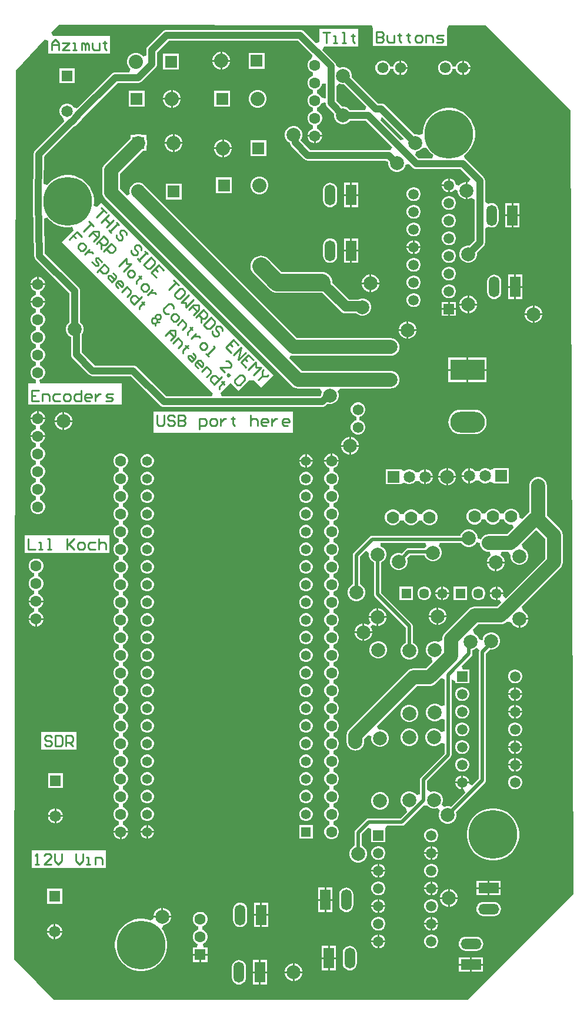
<source format=gbr>
%TF.GenerationSoftware,Altium Limited,Altium Designer,25.8.1 (18)*%
G04 Layer_Physical_Order=1*
G04 Layer_Color=255*
%FSLAX45Y45*%
%MOMM*%
%TF.SameCoordinates,0036BCEF-AE91-4215-ABFA-E29625872DB6*%
%TF.FilePolarity,Positive*%
%TF.FileFunction,Copper,L1,Top,Signal*%
%TF.Part,Single*%
G01*
G75*
%TA.AperFunction,Conductor*%
%ADD10C,1.00000*%
%ADD11C,0.50000*%
%ADD12C,1.50000*%
%ADD13C,2.00000*%
%ADD14C,2.50000*%
%TA.AperFunction,NonConductor*%
%ADD15C,0.25400*%
%TA.AperFunction,ComponentPad*%
%ADD16C,1.39700*%
%ADD17R,1.39700X1.39700*%
%ADD18C,1.60000*%
%ADD19O,5.00000X3.00000*%
%ADD20R,5.00000X3.00000*%
%ADD21C,1.50000*%
%ADD22R,1.50000X1.50000*%
%ADD23O,1.50000X3.00000*%
%ADD24C,1.77800*%
%ADD25C,2.00000*%
%ADD26R,1.77800X1.77800*%
%ADD27R,1.65000X1.65000*%
%ADD28C,1.60000*%
%ADD29C,1.57480*%
%ADD30O,3.00000X1.50000*%
%ADD31R,1.60000X1.60000*%
%ADD32C,1.65100*%
%ADD33C,1.45000*%
%ADD34R,1.50000X3.00000*%
%ADD35C,2.03200*%
%ADD36R,3.00000X1.50000*%
%ADD37C,1.65000*%
%ADD38R,1.45000X1.45000*%
%ADD39R,1.65100X1.65100*%
%ADD40C,7.00000*%
%TA.AperFunction,ViaPad*%
%ADD41C,2.00000*%
G36*
X11752532Y14951314D02*
X11772900Y14909750D01*
X11772900Y14901271D01*
Y14655800D01*
X12839388D01*
Y14899059D01*
X12865331Y14949005D01*
X13398500Y14947899D01*
X14617700Y13728700D01*
X14655800Y2540000D01*
Y2463800D01*
X13131799Y939800D01*
X7175500D01*
X6680200Y1447800D01*
X6604000Y1524000D01*
X6629400Y14262100D01*
Y14300200D01*
X7049300Y14745808D01*
X7099300Y14725961D01*
Y14541499D01*
X7988045D01*
Y14795451D01*
X7164780D01*
X7143194Y14845451D01*
X7251700Y14960600D01*
X7277100D01*
X11752532Y14951314D01*
D02*
G37*
%LPC*%
G36*
X11559539Y14897234D02*
X11000887D01*
Y14708244D01*
X10950887Y14687534D01*
X10776445Y14861977D01*
X10760694Y14874062D01*
X10742352Y14881659D01*
X10722669Y14884251D01*
X8801100D01*
X8781417Y14881659D01*
X8763075Y14874062D01*
X8747324Y14861977D01*
X8533417Y14648068D01*
X8521330Y14632318D01*
X8513733Y14613976D01*
X8511142Y14594292D01*
Y14513525D01*
X8461142Y14500128D01*
X8458225Y14505180D01*
X8434580Y14528825D01*
X8405620Y14545544D01*
X8373320Y14554201D01*
X8339880D01*
X8307580Y14545544D01*
X8278620Y14528825D01*
X8254975Y14505180D01*
X8238255Y14476221D01*
X8229600Y14443919D01*
Y14410480D01*
X8238255Y14378180D01*
X8254975Y14349220D01*
X8278620Y14325575D01*
X8280221Y14324651D01*
X8266824Y14274651D01*
X8064500D01*
X8044817Y14272060D01*
X8026475Y14264462D01*
X8010724Y14252376D01*
X7517822Y13759473D01*
X7500688Y13758862D01*
X7458765Y13771127D01*
X7452341Y13782253D01*
X7432252Y13802341D01*
X7407648Y13816547D01*
X7380205Y13823900D01*
X7351795D01*
X7324352Y13816547D01*
X7299748Y13802341D01*
X7279659Y13782253D01*
X7265453Y13757648D01*
X7258100Y13730205D01*
Y13701794D01*
X7265453Y13674352D01*
X7279659Y13649748D01*
X7299748Y13629659D01*
X7310873Y13623235D01*
X7323136Y13581313D01*
X7322527Y13564178D01*
X6935222Y13176872D01*
X6906353Y13148004D01*
X6900534Y13140421D01*
X6894658Y13132922D01*
X6894505Y13132565D01*
X6894267Y13132254D01*
X6890609Y13123422D01*
X6886874Y13114659D01*
X6886819Y13114272D01*
X6886670Y13113911D01*
X6885423Y13104443D01*
X6884082Y13095003D01*
X6883667Y13054179D01*
X6883667Y13054176D01*
X6877276Y12425815D01*
X6877159Y12425701D01*
X6876825Y12420600D01*
X6877345Y12412667D01*
X6877418Y12407577D01*
X6878224Y12376300D01*
X6897416Y11631242D01*
X6898814Y11622392D01*
X6899982Y11613517D01*
X6900359Y11612606D01*
X6900513Y11611631D01*
X6904153Y11603447D01*
X6907580Y11595175D01*
X6908180Y11594392D01*
X6908581Y11593491D01*
X6914214Y11586529D01*
X6919666Y11579424D01*
X7404249Y11094840D01*
Y10679992D01*
X7403303Y10679445D01*
X7379955Y10656097D01*
X7363446Y10627502D01*
X7354900Y10595609D01*
Y10562591D01*
X7363446Y10530698D01*
X7379955Y10502103D01*
X7403303Y10478755D01*
X7426036Y10465630D01*
Y10214413D01*
X7428628Y10194730D01*
X7436225Y10176388D01*
X7448311Y10160637D01*
X7680524Y9928424D01*
X7696275Y9916338D01*
X7714617Y9908741D01*
X7734300Y9906149D01*
X8286999D01*
X8709224Y9483924D01*
X8724975Y9471838D01*
X8743317Y9464241D01*
X8763000Y9461649D01*
X11042021D01*
X11061705Y9464241D01*
X11080047Y9471838D01*
X11095797Y9483924D01*
X11117515Y9505642D01*
X11134091Y9501200D01*
X11167109D01*
X11199002Y9509746D01*
X11227597Y9526255D01*
X11250945Y9549603D01*
X11267454Y9578198D01*
X11276000Y9610091D01*
Y9643109D01*
X11267454Y9675002D01*
X11265309Y9678718D01*
X11294089Y9728718D01*
X12026900D01*
X12035119Y9729800D01*
X12043409D01*
X12051418Y9731946D01*
X12059636Y9733028D01*
X12067295Y9736200D01*
X12075302Y9738346D01*
X12082482Y9742491D01*
X12090141Y9745663D01*
X12096718Y9750710D01*
X12103897Y9754855D01*
X12109758Y9760716D01*
X12116336Y9765764D01*
X12121384Y9772342D01*
X12127245Y9778203D01*
X12131390Y9785382D01*
X12136437Y9791959D01*
X12139609Y9799618D01*
X12143754Y9806798D01*
X12145900Y9814805D01*
X12149072Y9822464D01*
X12150154Y9830682D01*
X12152300Y9838691D01*
Y9846981D01*
X12153382Y9855200D01*
X12152300Y9863419D01*
Y9871709D01*
X12150154Y9879718D01*
X12149072Y9887936D01*
X12145900Y9895595D01*
X12143754Y9903602D01*
X12139609Y9910782D01*
X12136437Y9918441D01*
X12131390Y9925018D01*
X12127245Y9932197D01*
X12121384Y9938058D01*
X12116336Y9944636D01*
X12109758Y9949684D01*
X12103897Y9955545D01*
X12096718Y9959690D01*
X12090141Y9964737D01*
X12082482Y9967909D01*
X12075302Y9972054D01*
X12067295Y9974200D01*
X12059636Y9977372D01*
X12051418Y9978454D01*
X12043409Y9980600D01*
X12035119D01*
X12026900Y9981682D01*
X10745791D01*
X10565584Y10161889D01*
X10593906Y10204277D01*
X10597164Y10202928D01*
X10629900Y10198618D01*
X12026900D01*
X12035119Y10199700D01*
X12043409D01*
X12051418Y10201846D01*
X12059636Y10202928D01*
X12067295Y10206100D01*
X12075302Y10208246D01*
X12082482Y10212391D01*
X12090141Y10215563D01*
X12096718Y10220610D01*
X12103897Y10224755D01*
X12109758Y10230616D01*
X12116336Y10235664D01*
X12121384Y10242242D01*
X12127245Y10248103D01*
X12131390Y10255282D01*
X12136437Y10261859D01*
X12139609Y10269518D01*
X12143754Y10276698D01*
X12145900Y10284705D01*
X12149072Y10292364D01*
X12150154Y10300582D01*
X12152300Y10308591D01*
Y10316881D01*
X12153382Y10325100D01*
X12152300Y10333319D01*
Y10341609D01*
X12150154Y10349618D01*
X12149072Y10357836D01*
X12145900Y10365495D01*
X12143754Y10373502D01*
X12139609Y10380682D01*
X12136437Y10388341D01*
X12131390Y10394918D01*
X12127245Y10402097D01*
X12121384Y10407958D01*
X12116336Y10414536D01*
X12109758Y10419584D01*
X12103897Y10425445D01*
X12096718Y10429590D01*
X12090141Y10434637D01*
X12082482Y10437809D01*
X12075302Y10441954D01*
X12067295Y10444100D01*
X12059636Y10447272D01*
X12051418Y10448354D01*
X12043409Y10450500D01*
X12035119D01*
X12026900Y10451582D01*
X10682291D01*
X8497325Y12636548D01*
X8496325Y12638280D01*
X8472680Y12661925D01*
X8443720Y12678645D01*
X8411420Y12687300D01*
X8377980D01*
X8345680Y12678645D01*
X8316720Y12661925D01*
X8293075Y12638280D01*
X8276355Y12609320D01*
X8267700Y12577020D01*
Y12543580D01*
X8272494Y12525690D01*
X8227665Y12499808D01*
X8127482Y12599991D01*
Y12812709D01*
X8459273Y13144501D01*
X8509000D01*
Y13207059D01*
X8516872Y13226064D01*
X8521182Y13258800D01*
X8516872Y13291536D01*
X8509000Y13310541D01*
Y13373100D01*
X8446441D01*
X8427436Y13380972D01*
X8394700Y13385281D01*
X8361964Y13380972D01*
X8342958Y13373100D01*
X8280400D01*
Y13323373D01*
X7911564Y12954536D01*
X7891463Y12928342D01*
X7878828Y12897836D01*
X7874518Y12865100D01*
X7874518Y12865099D01*
Y12547602D01*
X7874518Y12547600D01*
X7878828Y12514864D01*
X7891463Y12484359D01*
X7911564Y12458164D01*
X10603963Y9765765D01*
X10603964Y9765764D01*
X10630159Y9745663D01*
X10660664Y9733028D01*
X10693400Y9728718D01*
X10693402Y9728718D01*
X11007111D01*
X11035891Y9678718D01*
X11033746Y9675002D01*
X11025200Y9643109D01*
Y9628430D01*
X11010520Y9613751D01*
X9592550D01*
X9573415Y9659945D01*
X9718787Y9805316D01*
X9835495Y9688607D01*
X9988726Y9841838D01*
X10055702Y9845572D01*
X10158738Y9742535D01*
X10338309Y9922106D01*
X7860536Y12399878D01*
X7795880Y12335222D01*
X7749037Y12359090D01*
X7754100Y12391055D01*
Y12450145D01*
X7744856Y12508506D01*
X7726597Y12564704D01*
X7699771Y12617352D01*
X7665039Y12665157D01*
X7623257Y12706939D01*
X7575452Y12741671D01*
X7522804Y12768497D01*
X7466606Y12786756D01*
X7408245Y12796000D01*
X7349155D01*
X7290794Y12786756D01*
X7234596Y12768497D01*
X7181948Y12741671D01*
X7134143Y12706939D01*
X7092361Y12665157D01*
X7081673Y12650445D01*
X7031838Y12666919D01*
X7035760Y13052631D01*
X7035760Y13052632D01*
X7035860Y13062408D01*
X7042774Y13069322D01*
X7463046Y13489594D01*
X7469430Y13492238D01*
X7485180Y13504324D01*
X7577676Y13596820D01*
X7589762Y13612570D01*
X7592406Y13618954D01*
X8096001Y14122549D01*
X8394700D01*
X8414383Y14125140D01*
X8432725Y14132738D01*
X8448476Y14144824D01*
X8640968Y14337317D01*
X8653054Y14353067D01*
X8656201Y14360664D01*
X8660652Y14371410D01*
X8663243Y14391092D01*
Y14562791D01*
X8832601Y14732149D01*
X10691168D01*
X10896319Y14526997D01*
X10895312Y14504092D01*
X10883856Y14468750D01*
X10869983Y14460741D01*
X10850359Y14441116D01*
X10836483Y14417084D01*
X10829300Y14390276D01*
Y14362524D01*
X10836483Y14335716D01*
X10850359Y14311684D01*
X10869983Y14292059D01*
X10894017Y14278183D01*
X10904844Y14275282D01*
Y14223518D01*
X10894017Y14220618D01*
X10869983Y14206741D01*
X10850359Y14187117D01*
X10836483Y14163083D01*
X10829300Y14136276D01*
Y14108524D01*
X10836483Y14081717D01*
X10850359Y14057683D01*
X10869983Y14038058D01*
X10894017Y14024184D01*
X10904844Y14021281D01*
Y13969518D01*
X10894017Y13966617D01*
X10869983Y13952740D01*
X10850359Y13933118D01*
X10836483Y13909084D01*
X10829300Y13882275D01*
Y13854524D01*
X10836483Y13827718D01*
X10850359Y13803683D01*
X10869983Y13784059D01*
X10894017Y13770183D01*
X10904844Y13767282D01*
Y13715518D01*
X10894017Y13712617D01*
X10869983Y13698741D01*
X10850359Y13679117D01*
X10836483Y13655083D01*
X10829300Y13628276D01*
Y13600523D01*
X10836483Y13573717D01*
X10850359Y13549683D01*
X10869983Y13530058D01*
X10894017Y13516183D01*
X10904844Y13513281D01*
Y13461517D01*
X10894017Y13458617D01*
X10869983Y13444740D01*
X10850359Y13425117D01*
X10836483Y13401083D01*
X10829300Y13374277D01*
Y13373100D01*
X10934700D01*
X11040100D01*
Y13374277D01*
X11032917Y13401083D01*
X11019041Y13425117D01*
X10999417Y13444740D01*
X10975383Y13458617D01*
X10964556Y13461517D01*
Y13513281D01*
X10975383Y13516183D01*
X10999417Y13530058D01*
X11019041Y13549683D01*
X11032917Y13573717D01*
X11040100Y13600523D01*
Y13628276D01*
X11032917Y13655083D01*
X11019041Y13679117D01*
X10999417Y13698741D01*
X10975383Y13712617D01*
X10964556Y13715518D01*
Y13767282D01*
X10975383Y13770183D01*
X10999417Y13784059D01*
X11019041Y13803683D01*
X11032917Y13827718D01*
X11033001Y13828030D01*
X11087082Y13836679D01*
X11089649Y13833353D01*
Y13830653D01*
X11092240Y13810970D01*
X11099838Y13792627D01*
X11111924Y13776877D01*
X11216565Y13672237D01*
X11215700Y13669009D01*
Y13635991D01*
X11224246Y13604099D01*
X11240755Y13575504D01*
X11264103Y13552155D01*
X11292698Y13535646D01*
X11324591Y13527100D01*
X11357609D01*
X11389502Y13535646D01*
X11418097Y13552155D01*
X11441445Y13575504D01*
X11441992Y13576450D01*
X11670778D01*
X12050997Y13196230D01*
X12026555Y13152234D01*
X12021183Y13154459D01*
X12001500Y13157051D01*
X10864601D01*
X10727897Y13293755D01*
X10730245Y13296103D01*
X10746754Y13324698D01*
X10755300Y13356590D01*
Y13389609D01*
X10746754Y13421503D01*
X10730245Y13450098D01*
X10706897Y13473445D01*
X10678302Y13489954D01*
X10646409Y13498500D01*
X10613391D01*
X10581498Y13489954D01*
X10552903Y13473445D01*
X10529555Y13450098D01*
X10513046Y13421503D01*
X10504500Y13389609D01*
Y13356590D01*
X10513046Y13324698D01*
X10529555Y13296103D01*
X10552903Y13272755D01*
X10573539Y13260840D01*
X10575574Y13245383D01*
X10583172Y13227042D01*
X10595258Y13211290D01*
X10779324Y13027225D01*
X10795075Y13015138D01*
X10802672Y13011990D01*
X10813417Y13007541D01*
X10833100Y13004948D01*
X11948328D01*
X11990400Y12983209D01*
Y12950191D01*
X11998946Y12918298D01*
X12015455Y12889703D01*
X12038803Y12866354D01*
X12067398Y12849846D01*
X12099291Y12841299D01*
X12132309D01*
X12164202Y12849846D01*
X12192797Y12866354D01*
X12216145Y12889703D01*
X12232654Y12918298D01*
X12238057Y12938460D01*
X12270880Y12953654D01*
X12291200Y12956027D01*
X12340603Y12906624D01*
X12356353Y12894537D01*
X12374695Y12886940D01*
X12394379Y12884349D01*
X13030399D01*
X13175191Y12739558D01*
X13149307Y12694729D01*
X13135609Y12698400D01*
X13131799D01*
Y12573000D01*
Y12447600D01*
X13135609D01*
X13167502Y12456146D01*
X13183549Y12465410D01*
X13220964Y12450573D01*
X13233549Y12439397D01*
Y11855201D01*
X13162065Y11783717D01*
X13161009Y11784000D01*
X13127991D01*
X13096098Y11775454D01*
X13067503Y11758945D01*
X13044154Y11735597D01*
X13027646Y11707002D01*
X13019099Y11675109D01*
Y11642091D01*
X13027646Y11610198D01*
X13044154Y11581603D01*
X13067503Y11558255D01*
X13096098Y11541746D01*
X13127991Y11533200D01*
X13161009D01*
X13192902Y11541746D01*
X13221497Y11558255D01*
X13244846Y11581603D01*
X13261354Y11610198D01*
X13269901Y11642091D01*
Y11675109D01*
X13269617Y11676165D01*
X13363376Y11769924D01*
X13375462Y11785675D01*
X13383060Y11804017D01*
X13385651Y11823700D01*
Y12024838D01*
X13411067Y12042401D01*
X13435651Y12051891D01*
X13453290Y12044584D01*
X13479500Y12041134D01*
X13505710Y12044584D01*
X13530133Y12054701D01*
X13551106Y12070794D01*
X13567200Y12091767D01*
X13577316Y12116190D01*
X13580766Y12142400D01*
Y12292400D01*
X13577316Y12318610D01*
X13567200Y12343033D01*
X13551106Y12364006D01*
X13530133Y12380099D01*
X13505710Y12390216D01*
X13479500Y12393666D01*
X13453290Y12390216D01*
X13435651Y12382909D01*
X13411067Y12392399D01*
X13385651Y12409962D01*
Y12712700D01*
X13383060Y12732383D01*
X13375462Y12750725D01*
X13363376Y12766476D01*
X13115675Y13014175D01*
X13099927Y13026262D01*
X13096133Y13027832D01*
X13085034Y13061978D01*
X13087672Y13083488D01*
X13109657Y13099461D01*
X13151439Y13141243D01*
X13186171Y13189047D01*
X13212997Y13241696D01*
X13231256Y13297894D01*
X13240500Y13356255D01*
Y13415344D01*
X13231256Y13473706D01*
X13212997Y13529904D01*
X13186171Y13582552D01*
X13151439Y13630357D01*
X13109657Y13672139D01*
X13061852Y13706871D01*
X13009204Y13733698D01*
X12953006Y13751956D01*
X12894646Y13761200D01*
X12835555D01*
X12777194Y13751956D01*
X12720996Y13733698D01*
X12668348Y13706871D01*
X12620543Y13672139D01*
X12578761Y13630357D01*
X12544029Y13582552D01*
X12517203Y13529904D01*
X12498944Y13473706D01*
X12489700Y13415344D01*
Y13396635D01*
X12488390Y13395009D01*
X12439700Y13370575D01*
X12430902Y13375655D01*
X12399009Y13384200D01*
X12365991D01*
X12364935Y13383917D01*
X11946911Y13801941D01*
X11931161Y13814027D01*
X11912819Y13821625D01*
X11893135Y13824216D01*
X11848436D01*
X11466217Y14206435D01*
X11466500Y14207491D01*
Y14240509D01*
X11457954Y14272401D01*
X11441445Y14300996D01*
X11418097Y14324345D01*
X11389502Y14340854D01*
X11357609Y14349400D01*
X11324591D01*
X11292698Y14340854D01*
X11291750Y14340308D01*
X11241750Y14365169D01*
X11239159Y14384853D01*
X11234709Y14395596D01*
X11231562Y14403194D01*
X11219476Y14418945D01*
X11045137Y14593283D01*
X11065848Y14643283D01*
X11559539D01*
Y14897234D01*
D02*
G37*
G36*
X9605220Y14566901D02*
X9601200D01*
Y14452600D01*
X9715500D01*
Y14456619D01*
X9706845Y14488921D01*
X9690125Y14517880D01*
X9666480Y14541525D01*
X9637520Y14558244D01*
X9605220Y14566901D01*
D02*
G37*
G36*
X9575800D02*
X9571780D01*
X9539480Y14558244D01*
X9510520Y14541525D01*
X9486875Y14517880D01*
X9470155Y14488921D01*
X9461500Y14456619D01*
Y14452600D01*
X9575800D01*
Y14566901D01*
D02*
G37*
G36*
X13055600Y14442439D02*
X13054590D01*
X13028104Y14435342D01*
X13004356Y14421632D01*
X12984967Y14402243D01*
X12971257Y14378497D01*
X12968233Y14367212D01*
X12965875Y14358412D01*
X12916725D01*
X12914368Y14367212D01*
X12911343Y14378497D01*
X12897633Y14402243D01*
X12878242Y14421632D01*
X12854497Y14435342D01*
X12828011Y14442439D01*
X12800591D01*
X12774103Y14435342D01*
X12750357Y14421632D01*
X12730967Y14402243D01*
X12717257Y14378497D01*
X12710160Y14352010D01*
Y14324590D01*
X12717257Y14298103D01*
X12730967Y14274358D01*
X12750357Y14254967D01*
X12774103Y14241257D01*
X12800591Y14234160D01*
X12828011D01*
X12854497Y14241257D01*
X12878242Y14254967D01*
X12897633Y14274358D01*
X12911343Y14298103D01*
X12914368Y14309389D01*
X12916725Y14318188D01*
X12965875D01*
X12968233Y14309389D01*
X12971257Y14298103D01*
X12984967Y14274358D01*
X13004356Y14254967D01*
X13028104Y14241257D01*
X13054590Y14234160D01*
X13055600D01*
Y14338300D01*
Y14442439D01*
D02*
G37*
G36*
X12153900D02*
X12152890D01*
X12126403Y14435342D01*
X12102657Y14421632D01*
X12083267Y14402243D01*
X12069557Y14378497D01*
X12066533Y14367212D01*
X12064175Y14358412D01*
X12015025D01*
X12012667Y14367212D01*
X12009643Y14378497D01*
X11995933Y14402243D01*
X11976543Y14421632D01*
X11952797Y14435342D01*
X11926310Y14442439D01*
X11898890D01*
X11872403Y14435342D01*
X11848657Y14421632D01*
X11829267Y14402243D01*
X11815557Y14378497D01*
X11808460Y14352010D01*
Y14324590D01*
X11815557Y14298103D01*
X11829267Y14274358D01*
X11848657Y14254967D01*
X11872403Y14241257D01*
X11898890Y14234160D01*
X11926310D01*
X11952797Y14241257D01*
X11976543Y14254967D01*
X11995933Y14274358D01*
X12009643Y14298103D01*
X12012667Y14309389D01*
X12015025Y14318188D01*
X12064175D01*
X12066533Y14309389D01*
X12069557Y14298103D01*
X12083267Y14274358D01*
X12102657Y14254967D01*
X12126403Y14241257D01*
X12152890Y14234160D01*
X12153900D01*
Y14338300D01*
Y14442439D01*
D02*
G37*
G36*
X13082010D02*
X13081000D01*
Y14350999D01*
X13172440D01*
Y14352010D01*
X13165343Y14378497D01*
X13151633Y14402243D01*
X13132243Y14421632D01*
X13108498Y14435342D01*
X13082010Y14442439D01*
D02*
G37*
G36*
X12180310D02*
X12179300D01*
Y14350999D01*
X12270740D01*
Y14352010D01*
X12263643Y14378497D01*
X12249933Y14402243D01*
X12230543Y14421632D01*
X12206797Y14435342D01*
X12180310Y14442439D01*
D02*
G37*
G36*
X10210800Y14554201D02*
X9982200D01*
Y14325600D01*
X10210800D01*
Y14554201D01*
D02*
G37*
G36*
X9715500Y14427200D02*
X9601200D01*
Y14312900D01*
X9605220D01*
X9637520Y14321555D01*
X9666480Y14338275D01*
X9690125Y14361920D01*
X9706845Y14390880D01*
X9715500Y14423180D01*
Y14427200D01*
D02*
G37*
G36*
X9575800D02*
X9461500D01*
Y14423180D01*
X9470155Y14390880D01*
X9486875Y14361920D01*
X9510520Y14338275D01*
X9539480Y14321555D01*
X9571780Y14312900D01*
X9575800D01*
Y14427200D01*
D02*
G37*
G36*
X8978900Y14541499D02*
X8750300D01*
Y14312900D01*
X8978900D01*
Y14541499D01*
D02*
G37*
G36*
X13172440Y14325600D02*
X13081000D01*
Y14234160D01*
X13082010D01*
X13108498Y14241257D01*
X13132243Y14254967D01*
X13151633Y14274358D01*
X13165343Y14298103D01*
X13172440Y14324590D01*
Y14325600D01*
D02*
G37*
G36*
X12270740D02*
X12179300D01*
Y14234160D01*
X12180310D01*
X12206797Y14241257D01*
X12230543Y14254967D01*
X12249933Y14274358D01*
X12263643Y14298103D01*
X12270740Y14324590D01*
Y14325600D01*
D02*
G37*
G36*
X7473900Y14331900D02*
X7258100D01*
Y14116100D01*
X7473900D01*
Y14331900D01*
D02*
G37*
G36*
X8894020Y14020799D02*
X8890000D01*
Y13906500D01*
X9004300D01*
Y13910519D01*
X8995645Y13942821D01*
X8978925Y13971780D01*
X8955280Y13995425D01*
X8926320Y14012144D01*
X8894020Y14020799D01*
D02*
G37*
G36*
X8864600D02*
X8860580D01*
X8828280Y14012144D01*
X8799320Y13995425D01*
X8775675Y13971780D01*
X8758955Y13942821D01*
X8750300Y13910519D01*
Y13906500D01*
X8864600D01*
Y14020799D01*
D02*
G37*
G36*
X9715500Y14008099D02*
X9486900D01*
Y13779500D01*
X9715500D01*
Y14008099D01*
D02*
G37*
G36*
X8483600D02*
X8255000D01*
Y13779500D01*
X8483600D01*
Y14008099D01*
D02*
G37*
G36*
X10125920Y14020799D02*
X10092480D01*
X10060180Y14012144D01*
X10031220Y13995425D01*
X10007575Y13971780D01*
X9990855Y13942821D01*
X9982200Y13910519D01*
Y13877080D01*
X9990855Y13844780D01*
X10007575Y13815820D01*
X10031220Y13792175D01*
X10060180Y13775455D01*
X10092480Y13766800D01*
X10125920D01*
X10158220Y13775455D01*
X10187180Y13792175D01*
X10210825Y13815820D01*
X10227545Y13844780D01*
X10236200Y13877080D01*
Y13910519D01*
X10227545Y13942821D01*
X10210825Y13971780D01*
X10187180Y13995425D01*
X10158220Y14012144D01*
X10125920Y14020799D01*
D02*
G37*
G36*
X9004300Y13881100D02*
X8890000D01*
Y13766800D01*
X8894020D01*
X8926320Y13775455D01*
X8955280Y13792175D01*
X8978925Y13815820D01*
X8995645Y13844780D01*
X9004300Y13877080D01*
Y13881100D01*
D02*
G37*
G36*
X8864600D02*
X8750300D01*
Y13877080D01*
X8758955Y13844780D01*
X8775675Y13815820D01*
X8799320Y13792175D01*
X8828280Y13775455D01*
X8860580Y13766800D01*
X8864600D01*
Y13881100D01*
D02*
G37*
G36*
X8919420Y13385800D02*
X8915400D01*
Y13271500D01*
X9029700D01*
Y13275520D01*
X9021045Y13307820D01*
X9004325Y13336780D01*
X8980680Y13360425D01*
X8951720Y13377145D01*
X8919420Y13385800D01*
D02*
G37*
G36*
X8890000D02*
X8885980D01*
X8853680Y13377145D01*
X8824720Y13360425D01*
X8801075Y13336780D01*
X8784355Y13307820D01*
X8775700Y13275520D01*
Y13271500D01*
X8890000D01*
Y13385800D01*
D02*
G37*
G36*
X11040100Y13347701D02*
X10947400D01*
Y13255000D01*
X10948576D01*
X10975383Y13262183D01*
X10999417Y13276059D01*
X11019041Y13295683D01*
X11032917Y13319717D01*
X11040100Y13346524D01*
Y13347701D01*
D02*
G37*
G36*
X10922000D02*
X10829300D01*
Y13346524D01*
X10836483Y13319717D01*
X10850359Y13295683D01*
X10869983Y13276059D01*
X10894017Y13262183D01*
X10920824Y13255000D01*
X10922000D01*
Y13347701D01*
D02*
G37*
G36*
X9630620Y13309599D02*
X9626600D01*
Y13195300D01*
X9740900D01*
Y13199319D01*
X9732245Y13231619D01*
X9715525Y13260580D01*
X9691880Y13284225D01*
X9662920Y13300945D01*
X9630620Y13309599D01*
D02*
G37*
G36*
X9601200D02*
X9597180D01*
X9564880Y13300945D01*
X9535920Y13284225D01*
X9512275Y13260580D01*
X9495555Y13231619D01*
X9486900Y13199319D01*
Y13195300D01*
X9601200D01*
Y13309599D01*
D02*
G37*
G36*
X9029700Y13246100D02*
X8915400D01*
Y13131799D01*
X8919420D01*
X8951720Y13140456D01*
X8980680Y13157175D01*
X9004325Y13180820D01*
X9021045Y13209779D01*
X9029700Y13242081D01*
Y13246100D01*
D02*
G37*
G36*
X8890000D02*
X8775700D01*
Y13242081D01*
X8784355Y13209779D01*
X8801075Y13180820D01*
X8824720Y13157175D01*
X8853680Y13140456D01*
X8885980Y13131799D01*
X8890000D01*
Y13246100D01*
D02*
G37*
G36*
X10236200Y13296899D02*
X10007600D01*
Y13068300D01*
X10236200D01*
Y13296899D01*
D02*
G37*
G36*
X9740900Y13169901D02*
X9626600D01*
Y13055600D01*
X9630620D01*
X9662920Y13064255D01*
X9691880Y13080975D01*
X9715525Y13104620D01*
X9732245Y13133580D01*
X9740900Y13165880D01*
Y13169901D01*
D02*
G37*
G36*
X9601200D02*
X9486900D01*
Y13165880D01*
X9495555Y13133580D01*
X9512275Y13104620D01*
X9535920Y13080975D01*
X9564880Y13064255D01*
X9597180Y13055600D01*
X9601200D01*
Y13169901D01*
D02*
G37*
G36*
X12852400Y12749600D02*
X12851881D01*
X12826347Y12742758D01*
X12803453Y12729540D01*
X12784760Y12710847D01*
X12771542Y12687953D01*
X12764700Y12662418D01*
Y12661900D01*
X12852400D01*
Y12749600D01*
D02*
G37*
G36*
Y12636500D02*
X12764700D01*
Y12635982D01*
X12771542Y12610447D01*
X12784760Y12587553D01*
X12803453Y12568860D01*
X12826347Y12555642D01*
X12851881Y12548800D01*
X12852400D01*
Y12636500D01*
D02*
G37*
G36*
X9740900Y12763500D02*
X9512300D01*
Y12534900D01*
X9740900D01*
Y12763500D01*
D02*
G37*
G36*
X11555800Y12684900D02*
X11468100D01*
Y12522200D01*
X11555800D01*
Y12684900D01*
D02*
G37*
G36*
X11442700D02*
X11355000D01*
Y12522200D01*
X11442700D01*
Y12684900D01*
D02*
G37*
G36*
X10151320Y12776200D02*
X10117880D01*
X10085580Y12767545D01*
X10056620Y12750825D01*
X10032975Y12727180D01*
X10016255Y12698220D01*
X10007600Y12665920D01*
Y12632480D01*
X10016255Y12600180D01*
X10032975Y12571220D01*
X10056620Y12547575D01*
X10085580Y12530855D01*
X10117880Y12522200D01*
X10151320D01*
X10183620Y12530855D01*
X10212580Y12547575D01*
X10236225Y12571220D01*
X10252945Y12600180D01*
X10261600Y12632480D01*
Y12665920D01*
X10252945Y12698220D01*
X10236225Y12727180D01*
X10212580Y12750825D01*
X10183620Y12767545D01*
X10151320Y12776200D01*
D02*
G37*
G36*
X12878317Y12749600D02*
X12877800D01*
Y12649200D01*
Y12548800D01*
X12878317D01*
X12903853Y12555642D01*
X12926747Y12568860D01*
X12943700Y12585813D01*
X12951717Y12585418D01*
X12993700Y12571142D01*
Y12556491D01*
X13002246Y12524598D01*
X13018755Y12496003D01*
X13042104Y12472655D01*
X13070699Y12456146D01*
X13102591Y12447600D01*
X13106400D01*
Y12573000D01*
Y12698400D01*
X13102591D01*
X13070699Y12689854D01*
X13042104Y12673345D01*
X13018755Y12649997D01*
X13015500Y12644359D01*
X12965500Y12657757D01*
Y12662418D01*
X12958658Y12687953D01*
X12945441Y12710847D01*
X12926747Y12729540D01*
X12903853Y12742758D01*
X12878317Y12749600D01*
D02*
G37*
G36*
X9017000Y12674600D02*
X8788400D01*
Y12446000D01*
X9017000D01*
Y12674600D01*
D02*
G37*
G36*
X12370318Y12622600D02*
X12343882D01*
X12318347Y12615758D01*
X12295453Y12602540D01*
X12276760Y12583847D01*
X12263542Y12560953D01*
X12256700Y12535418D01*
Y12508982D01*
X12263542Y12483447D01*
X12276760Y12460553D01*
X12295453Y12441860D01*
X12318347Y12428642D01*
X12343882Y12421800D01*
X12370318D01*
X12395853Y12428642D01*
X12418747Y12441860D01*
X12437440Y12460553D01*
X12450658Y12483447D01*
X12457500Y12508982D01*
Y12535418D01*
X12450658Y12560953D01*
X12437440Y12583847D01*
X12418747Y12602540D01*
X12395853Y12615758D01*
X12370318Y12622600D01*
D02*
G37*
G36*
X11555800Y12496800D02*
X11468100D01*
Y12334100D01*
X11555800D01*
Y12496800D01*
D02*
G37*
G36*
X11442700D02*
X11355000D01*
Y12334100D01*
X11442700D01*
Y12496800D01*
D02*
G37*
G36*
X11155400Y12685766D02*
X11129190Y12682316D01*
X11104767Y12672199D01*
X11083794Y12656106D01*
X11067701Y12635133D01*
X11057584Y12610710D01*
X11054134Y12584500D01*
Y12434500D01*
X11057584Y12408290D01*
X11067701Y12383867D01*
X11083794Y12362894D01*
X11104767Y12346801D01*
X11129190Y12336684D01*
X11155400Y12333234D01*
X11181610Y12336684D01*
X11206033Y12346801D01*
X11227006Y12362894D01*
X11243099Y12383867D01*
X11253216Y12408290D01*
X11256666Y12434500D01*
Y12584500D01*
X11253216Y12610710D01*
X11243099Y12635133D01*
X11227006Y12656106D01*
X11206033Y12672199D01*
X11181610Y12682316D01*
X11155400Y12685766D01*
D02*
G37*
G36*
X12878317Y12495600D02*
X12851881D01*
X12826347Y12488758D01*
X12803453Y12475540D01*
X12784760Y12456847D01*
X12771542Y12433953D01*
X12764700Y12408418D01*
Y12381982D01*
X12771542Y12356447D01*
X12784760Y12333553D01*
X12803453Y12314860D01*
X12826347Y12301642D01*
X12851881Y12294800D01*
X12878317D01*
X12903853Y12301642D01*
X12926747Y12314860D01*
X12945441Y12333553D01*
X12958658Y12356447D01*
X12965500Y12381982D01*
Y12408418D01*
X12958658Y12433953D01*
X12945441Y12456847D01*
X12926747Y12475540D01*
X12903853Y12488758D01*
X12878317Y12495600D01*
D02*
G37*
G36*
X13879900Y12392800D02*
X13792200D01*
Y12230100D01*
X13879900D01*
Y12392800D01*
D02*
G37*
G36*
X13766800D02*
X13679100D01*
Y12230100D01*
X13766800D01*
Y12392800D01*
D02*
G37*
G36*
X12370318Y12368600D02*
X12343882D01*
X12318347Y12361758D01*
X12295453Y12348540D01*
X12276760Y12329847D01*
X12263542Y12306953D01*
X12256700Y12281418D01*
Y12254982D01*
X12263542Y12229447D01*
X12276760Y12206553D01*
X12295453Y12187860D01*
X12318347Y12174642D01*
X12343882Y12167800D01*
X12370318D01*
X12395853Y12174642D01*
X12418747Y12187860D01*
X12437440Y12206553D01*
X12450658Y12229447D01*
X12457500Y12254982D01*
Y12281418D01*
X12450658Y12306953D01*
X12437440Y12329847D01*
X12418747Y12348540D01*
X12395853Y12361758D01*
X12370318Y12368600D01*
D02*
G37*
G36*
X13879900Y12204700D02*
X13792200D01*
Y12042000D01*
X13879900D01*
Y12204700D01*
D02*
G37*
G36*
X13766800D02*
X13679100D01*
Y12042000D01*
X13766800D01*
Y12204700D01*
D02*
G37*
G36*
X12878317Y12241600D02*
X12851881D01*
X12826347Y12234758D01*
X12803453Y12221540D01*
X12784760Y12202847D01*
X12771542Y12179953D01*
X12764700Y12154418D01*
Y12127982D01*
X12771542Y12102447D01*
X12784760Y12079553D01*
X12803453Y12060860D01*
X12826347Y12047642D01*
X12851881Y12040800D01*
X12878317D01*
X12903853Y12047642D01*
X12926747Y12060860D01*
X12945441Y12079553D01*
X12958658Y12102447D01*
X12965500Y12127982D01*
Y12154418D01*
X12958658Y12179953D01*
X12945441Y12202847D01*
X12926747Y12221540D01*
X12903853Y12234758D01*
X12878317Y12241600D01*
D02*
G37*
G36*
X12370318Y12114600D02*
X12343882D01*
X12318347Y12107758D01*
X12295453Y12094540D01*
X12276760Y12075847D01*
X12263542Y12052953D01*
X12256700Y12027418D01*
Y12000982D01*
X12263542Y11975447D01*
X12276760Y11952553D01*
X12295453Y11933860D01*
X12318347Y11920642D01*
X12343882Y11913800D01*
X12370318D01*
X12395853Y11920642D01*
X12418747Y11933860D01*
X12437440Y11952553D01*
X12450658Y11975447D01*
X12457500Y12000982D01*
Y12027418D01*
X12450658Y12052953D01*
X12437440Y12075847D01*
X12418747Y12094540D01*
X12395853Y12107758D01*
X12370318Y12114600D01*
D02*
G37*
G36*
X12878317Y11987600D02*
X12851881D01*
X12826347Y11980758D01*
X12803453Y11967540D01*
X12784760Y11948847D01*
X12771542Y11925953D01*
X12764700Y11900418D01*
Y11873982D01*
X12771542Y11848447D01*
X12784760Y11825553D01*
X12803453Y11806860D01*
X12826347Y11793642D01*
X12851881Y11786800D01*
X12878317D01*
X12903853Y11793642D01*
X12926747Y11806860D01*
X12945441Y11825553D01*
X12958658Y11848447D01*
X12965500Y11873982D01*
Y11900418D01*
X12958658Y11925953D01*
X12945441Y11948847D01*
X12926747Y11967540D01*
X12903853Y11980758D01*
X12878317Y11987600D01*
D02*
G37*
G36*
X12370318Y11860600D02*
X12369800D01*
Y11772900D01*
X12457500D01*
Y11773418D01*
X12450658Y11798953D01*
X12437440Y11821847D01*
X12418747Y11840540D01*
X12395853Y11853758D01*
X12370318Y11860600D01*
D02*
G37*
G36*
X12344400D02*
X12343882D01*
X12318347Y11853758D01*
X12295453Y11840540D01*
X12276760Y11821847D01*
X12263542Y11798953D01*
X12256700Y11773418D01*
Y11772900D01*
X12344400D01*
Y11860600D01*
D02*
G37*
G36*
X11555800Y11884800D02*
X11468100D01*
Y11722100D01*
X11555800D01*
Y11884800D01*
D02*
G37*
G36*
X11442700D02*
X11355000D01*
Y11722100D01*
X11442700D01*
Y11884800D01*
D02*
G37*
G36*
X12457500Y11747500D02*
X12369800D01*
Y11659800D01*
X12370318D01*
X12395853Y11666642D01*
X12418747Y11679860D01*
X12437440Y11698553D01*
X12450658Y11721447D01*
X12457500Y11746982D01*
Y11747500D01*
D02*
G37*
G36*
X12344400D02*
X12256700D01*
Y11746982D01*
X12263542Y11721447D01*
X12276760Y11698553D01*
X12295453Y11679860D01*
X12318347Y11666642D01*
X12343882Y11659800D01*
X12344400D01*
Y11747500D01*
D02*
G37*
G36*
X11555800Y11696700D02*
X11468100D01*
Y11534000D01*
X11555800D01*
Y11696700D01*
D02*
G37*
G36*
X11442700D02*
X11355000D01*
Y11534000D01*
X11442700D01*
Y11696700D01*
D02*
G37*
G36*
X11155400Y11885666D02*
X11129190Y11882216D01*
X11104767Y11872099D01*
X11083794Y11856006D01*
X11067701Y11835033D01*
X11057584Y11810610D01*
X11054134Y11784400D01*
Y11634400D01*
X11057584Y11608190D01*
X11067701Y11583767D01*
X11083794Y11562794D01*
X11104767Y11546701D01*
X11129190Y11536584D01*
X11155400Y11533134D01*
X11181610Y11536584D01*
X11206033Y11546701D01*
X11227006Y11562794D01*
X11243099Y11583767D01*
X11253216Y11608190D01*
X11256666Y11634400D01*
Y11784400D01*
X11253216Y11810610D01*
X11243099Y11835033D01*
X11227006Y11856006D01*
X11206033Y11872099D01*
X11181610Y11882216D01*
X11155400Y11885666D01*
D02*
G37*
G36*
X12878317Y11733600D02*
X12851881D01*
X12826347Y11726758D01*
X12803453Y11713540D01*
X12784760Y11694847D01*
X12771542Y11671953D01*
X12764700Y11646418D01*
Y11619982D01*
X12771542Y11594447D01*
X12784760Y11571553D01*
X12803453Y11552860D01*
X12826347Y11539642D01*
X12851881Y11532800D01*
X12878317D01*
X12903853Y11539642D01*
X12926747Y11552860D01*
X12945441Y11571553D01*
X12958658Y11594447D01*
X12965500Y11619982D01*
Y11646418D01*
X12958658Y11671953D01*
X12945441Y11694847D01*
X12926747Y11713540D01*
X12903853Y11726758D01*
X12878317Y11733600D01*
D02*
G37*
G36*
X12370318Y11606600D02*
X12343882D01*
X12318347Y11599758D01*
X12295453Y11586540D01*
X12276760Y11567847D01*
X12263542Y11544953D01*
X12256700Y11519418D01*
Y11492982D01*
X12263542Y11467447D01*
X12276760Y11444553D01*
X12295453Y11425860D01*
X12318347Y11412642D01*
X12343882Y11405800D01*
X12370318D01*
X12395853Y11412642D01*
X12418747Y11425860D01*
X12437440Y11444553D01*
X12450658Y11467447D01*
X12457500Y11492982D01*
Y11519418D01*
X12450658Y11544953D01*
X12437440Y11567847D01*
X12418747Y11586540D01*
X12395853Y11599758D01*
X12370318Y11606600D01*
D02*
G37*
G36*
X12878317Y11479600D02*
X12851881D01*
X12826347Y11472758D01*
X12803453Y11459540D01*
X12784760Y11440847D01*
X12771542Y11417953D01*
X12764700Y11392418D01*
Y11365982D01*
X12771542Y11340447D01*
X12784760Y11317553D01*
X12803453Y11298860D01*
X12826347Y11285642D01*
X12851881Y11278800D01*
X12878317D01*
X12903853Y11285642D01*
X12926747Y11298860D01*
X12945441Y11317553D01*
X12958658Y11340447D01*
X12965500Y11365982D01*
Y11392418D01*
X12958658Y11417953D01*
X12945441Y11440847D01*
X12926747Y11459540D01*
X12903853Y11472758D01*
X12878317Y11479600D01*
D02*
G37*
G36*
X11751309Y11364900D02*
X11747500D01*
Y11252200D01*
X11860200D01*
Y11256009D01*
X11851654Y11287902D01*
X11835145Y11316497D01*
X11811797Y11339845D01*
X11783202Y11356354D01*
X11751309Y11364900D01*
D02*
G37*
G36*
X11722100D02*
X11718291D01*
X11686398Y11356354D01*
X11657803Y11339845D01*
X11634455Y11316497D01*
X11617946Y11287902D01*
X11609400Y11256009D01*
Y11252200D01*
X11722100D01*
Y11364900D01*
D02*
G37*
G36*
X6960776Y11332200D02*
X6959600D01*
Y11239500D01*
X7052300D01*
Y11240676D01*
X7045117Y11267483D01*
X7031241Y11291517D01*
X7011617Y11311141D01*
X6987583Y11325017D01*
X6960776Y11332200D01*
D02*
G37*
G36*
X6934200D02*
X6933024D01*
X6906217Y11325017D01*
X6882183Y11311141D01*
X6862559Y11291517D01*
X6848683Y11267483D01*
X6841500Y11240676D01*
Y11239500D01*
X6934200D01*
Y11332200D01*
D02*
G37*
G36*
X13917999Y11364100D02*
X13830299D01*
Y11201400D01*
X13917999D01*
Y11364100D01*
D02*
G37*
G36*
X13804900D02*
X13717200D01*
Y11201400D01*
X13804900D01*
Y11364100D01*
D02*
G37*
G36*
X12370318Y11352600D02*
X12343882D01*
X12318347Y11345758D01*
X12295453Y11332540D01*
X12276760Y11313847D01*
X12263542Y11290953D01*
X12256700Y11265418D01*
Y11238982D01*
X12263542Y11213447D01*
X12276760Y11190553D01*
X12295453Y11171860D01*
X12318347Y11158642D01*
X12343882Y11151800D01*
X12370318D01*
X12395853Y11158642D01*
X12418747Y11171860D01*
X12437440Y11190553D01*
X12450658Y11213447D01*
X12457500Y11238982D01*
Y11265418D01*
X12450658Y11290953D01*
X12437440Y11313847D01*
X12418747Y11332540D01*
X12395853Y11345758D01*
X12370318Y11352600D01*
D02*
G37*
G36*
X11860200Y11226800D02*
X11747500D01*
Y11114100D01*
X11751309D01*
X11783202Y11122646D01*
X11811797Y11139155D01*
X11835145Y11162503D01*
X11851654Y11191098D01*
X11860200Y11222991D01*
Y11226800D01*
D02*
G37*
G36*
X11722100D02*
X11609400D01*
Y11222991D01*
X11617946Y11191098D01*
X11634455Y11162503D01*
X11657803Y11139155D01*
X11686398Y11122646D01*
X11718291Y11114100D01*
X11722100D01*
Y11226800D01*
D02*
G37*
G36*
X12878317Y11225600D02*
X12851881D01*
X12826347Y11218758D01*
X12803453Y11205540D01*
X12784760Y11186847D01*
X12771542Y11163953D01*
X12764700Y11138418D01*
Y11111982D01*
X12771542Y11086447D01*
X12784760Y11063553D01*
X12803453Y11044860D01*
X12826347Y11031642D01*
X12851881Y11024800D01*
X12878317D01*
X12903853Y11031642D01*
X12926747Y11044860D01*
X12945441Y11063553D01*
X12958658Y11086447D01*
X12965500Y11111982D01*
Y11138418D01*
X12958658Y11163953D01*
X12945441Y11186847D01*
X12926747Y11205540D01*
X12903853Y11218758D01*
X12878317Y11225600D01*
D02*
G37*
G36*
X13917999Y11176000D02*
X13830299D01*
Y11013300D01*
X13917999D01*
Y11176000D01*
D02*
G37*
G36*
X13804900D02*
X13717200D01*
Y11013300D01*
X13804900D01*
Y11176000D01*
D02*
G37*
G36*
X13517599Y11364966D02*
X13491389Y11361516D01*
X13466966Y11351399D01*
X13445995Y11335306D01*
X13429901Y11314333D01*
X13419785Y11289910D01*
X13416335Y11263700D01*
Y11113700D01*
X13419785Y11087490D01*
X13429901Y11063067D01*
X13445995Y11042094D01*
X13466966Y11026001D01*
X13491389Y11015884D01*
X13517599Y11012434D01*
X13543810Y11015884D01*
X13568233Y11026001D01*
X13589206Y11042094D01*
X13605299Y11063067D01*
X13615416Y11087490D01*
X13618866Y11113700D01*
Y11263700D01*
X13615416Y11289910D01*
X13605299Y11314333D01*
X13589206Y11335306D01*
X13568233Y11351399D01*
X13543810Y11361516D01*
X13517599Y11364966D01*
D02*
G37*
G36*
X7052300Y11214100D02*
X6946900D01*
X6841500D01*
Y11212924D01*
X6848683Y11186117D01*
X6862559Y11162083D01*
X6882183Y11142459D01*
X6906217Y11128583D01*
X6917044Y11125682D01*
Y11073918D01*
X6906217Y11071017D01*
X6882183Y11057141D01*
X6862559Y11037517D01*
X6848683Y11013483D01*
X6841500Y10986676D01*
Y10985500D01*
X6946900D01*
X7052300D01*
Y10986676D01*
X7045117Y11013483D01*
X7031241Y11037517D01*
X7011617Y11057141D01*
X6987583Y11071017D01*
X6976756Y11073918D01*
Y11125682D01*
X6987583Y11128583D01*
X7011617Y11142459D01*
X7031241Y11162083D01*
X7045117Y11186117D01*
X7052300Y11212924D01*
Y11214100D01*
D02*
G37*
G36*
X13161009Y11060100D02*
X13157201D01*
Y10947400D01*
X13269901D01*
Y10951209D01*
X13261354Y10983102D01*
X13244846Y11011697D01*
X13221497Y11035045D01*
X13192902Y11051554D01*
X13161009Y11060100D01*
D02*
G37*
G36*
X13131799D02*
X13127991D01*
X13096098Y11051554D01*
X13067503Y11035045D01*
X13044154Y11011697D01*
X13027646Y10983102D01*
X13019099Y10951209D01*
Y10947400D01*
X13131799D01*
Y11060100D01*
D02*
G37*
G36*
X12370318Y11098600D02*
X12343882D01*
X12318347Y11091758D01*
X12295453Y11078540D01*
X12276760Y11059847D01*
X12263542Y11036953D01*
X12256700Y11011418D01*
Y10984982D01*
X12263542Y10959447D01*
X12276760Y10936553D01*
X12295453Y10917860D01*
X12318347Y10904642D01*
X12343882Y10897800D01*
X12370318D01*
X12395853Y10904642D01*
X12418747Y10917860D01*
X12437440Y10936553D01*
X12450658Y10959447D01*
X12457500Y10984982D01*
Y11011418D01*
X12450658Y11036953D01*
X12437440Y11059847D01*
X12418747Y11078540D01*
X12395853Y11091758D01*
X12370318Y11098600D01*
D02*
G37*
G36*
X12965500Y10971600D02*
X12877800D01*
Y10883900D01*
X12965500D01*
Y10971600D01*
D02*
G37*
G36*
X12852400D02*
X12764700D01*
Y10883900D01*
X12852400D01*
Y10971600D01*
D02*
G37*
G36*
X13269901Y10922000D02*
X13157201D01*
Y10809300D01*
X13161009D01*
X13192902Y10817846D01*
X13221497Y10834355D01*
X13244846Y10857703D01*
X13261354Y10886298D01*
X13269901Y10918191D01*
Y10922000D01*
D02*
G37*
G36*
X13131799D02*
X13019099D01*
Y10918191D01*
X13027646Y10886298D01*
X13044154Y10857703D01*
X13067503Y10834355D01*
X13096098Y10817846D01*
X13127991Y10809300D01*
X13131799D01*
Y10922000D01*
D02*
G37*
G36*
X14100809Y10920400D02*
X14097000D01*
Y10807700D01*
X14209700D01*
Y10811509D01*
X14201154Y10843402D01*
X14184645Y10871997D01*
X14161298Y10895345D01*
X14132703Y10911854D01*
X14100809Y10920400D01*
D02*
G37*
G36*
X14071600D02*
X14067792D01*
X14035898Y10911854D01*
X14007303Y10895345D01*
X13983955Y10871997D01*
X13967445Y10843402D01*
X13958900Y10811509D01*
Y10807700D01*
X14071600D01*
Y10920400D01*
D02*
G37*
G36*
X10159718Y11636661D02*
X10130234Y11633757D01*
X10101884Y11625157D01*
X10075756Y11611192D01*
X10052854Y11592397D01*
X10034059Y11569496D01*
X10020094Y11543368D01*
X10011494Y11515017D01*
X10008590Y11485534D01*
X10011494Y11456050D01*
X10020094Y11427700D01*
X10034059Y11401572D01*
X10052854Y11378670D01*
X10286187Y11145337D01*
X10309089Y11126542D01*
X10335217Y11112576D01*
X10363567Y11103976D01*
X10393051Y11101072D01*
X11036300D01*
X11043506Y11101782D01*
X11310726Y10834562D01*
X11310727Y10834561D01*
X11331700Y10818468D01*
X11356123Y10808351D01*
X11382333Y10804900D01*
X11382335Y10804901D01*
X11534857D01*
X11543503Y10796255D01*
X11572098Y10779746D01*
X11603991Y10771200D01*
X11637009D01*
X11668902Y10779746D01*
X11697497Y10796255D01*
X11720845Y10819603D01*
X11737354Y10848198D01*
X11745900Y10880091D01*
Y10913109D01*
X11737354Y10945002D01*
X11720845Y10973597D01*
X11697497Y10996945D01*
X11668902Y11013454D01*
X11637009Y11022000D01*
X11603991D01*
X11572098Y11013454D01*
X11561669Y11007433D01*
X11424279D01*
X11186718Y11244994D01*
X11187428Y11252200D01*
X11184524Y11281684D01*
X11175924Y11310034D01*
X11161958Y11336162D01*
X11143163Y11359063D01*
X11120262Y11377858D01*
X11094134Y11391824D01*
X11065784Y11400424D01*
X11036300Y11403328D01*
X10455650D01*
X10266581Y11592397D01*
X10243680Y11611192D01*
X10217552Y11625157D01*
X10189201Y11633757D01*
X10159718Y11636661D01*
D02*
G37*
G36*
X12965500Y10858500D02*
X12877800D01*
Y10770800D01*
X12965500D01*
Y10858500D01*
D02*
G37*
G36*
X12852400D02*
X12764700D01*
Y10770800D01*
X12852400D01*
Y10858500D01*
D02*
G37*
G36*
X14209700Y10782300D02*
X14097000D01*
Y10669600D01*
X14100809D01*
X14132703Y10678146D01*
X14161298Y10694655D01*
X14184645Y10718003D01*
X14201154Y10746598D01*
X14209700Y10778491D01*
Y10782300D01*
D02*
G37*
G36*
X14071600D02*
X13958900D01*
Y10778491D01*
X13967445Y10746598D01*
X13983955Y10718003D01*
X14007303Y10694655D01*
X14035898Y10678146D01*
X14067792Y10669600D01*
X14071600D01*
Y10782300D01*
D02*
G37*
G36*
X12284709Y10691800D02*
X12280900D01*
Y10579100D01*
X12393600D01*
Y10582909D01*
X12385054Y10614802D01*
X12368545Y10643397D01*
X12345197Y10666745D01*
X12316602Y10683254D01*
X12284709Y10691800D01*
D02*
G37*
G36*
X12255500D02*
X12251691D01*
X12219798Y10683254D01*
X12191203Y10666745D01*
X12167855Y10643397D01*
X12151346Y10614802D01*
X12142800Y10582909D01*
Y10579100D01*
X12255500D01*
Y10691800D01*
D02*
G37*
G36*
X12393600Y10553700D02*
X12280900D01*
Y10441000D01*
X12284709D01*
X12316602Y10449546D01*
X12345197Y10466055D01*
X12368545Y10489403D01*
X12385054Y10517998D01*
X12393600Y10549891D01*
Y10553700D01*
D02*
G37*
G36*
X12255500D02*
X12142800D01*
Y10549891D01*
X12151346Y10517998D01*
X12167855Y10489403D01*
X12191203Y10466055D01*
X12219798Y10449546D01*
X12251691Y10441000D01*
X12255500D01*
Y10553700D01*
D02*
G37*
G36*
X13407201Y10171000D02*
X13144501D01*
Y10008300D01*
X13407201D01*
Y10171000D01*
D02*
G37*
G36*
X13119099D02*
X12856400D01*
Y10008300D01*
X13119099D01*
Y10171000D01*
D02*
G37*
G36*
X13407201Y9982900D02*
X13144501D01*
Y9820200D01*
X13407201D01*
Y9982900D01*
D02*
G37*
G36*
X13119099D02*
X12856400D01*
Y9820200D01*
X13119099D01*
Y9982900D01*
D02*
G37*
G36*
X7052300Y10960100D02*
X6946900D01*
X6841500D01*
Y10958924D01*
X6848683Y10932117D01*
X6862559Y10908083D01*
X6882183Y10888459D01*
X6906217Y10874583D01*
X6917044Y10871682D01*
Y10819918D01*
X6906217Y10817017D01*
X6882183Y10803141D01*
X6862559Y10783517D01*
X6848683Y10759483D01*
X6841500Y10732676D01*
Y10704924D01*
X6848683Y10678117D01*
X6862559Y10654083D01*
X6882183Y10634459D01*
X6906217Y10620583D01*
X6917044Y10617682D01*
Y10565918D01*
X6906217Y10563017D01*
X6882183Y10549141D01*
X6862559Y10529517D01*
X6848683Y10505483D01*
X6841500Y10478676D01*
Y10450924D01*
X6848683Y10424117D01*
X6862559Y10400083D01*
X6882183Y10380459D01*
X6906217Y10366583D01*
X6917044Y10363682D01*
Y10311918D01*
X6906217Y10309017D01*
X6882183Y10295141D01*
X6862559Y10275517D01*
X6848683Y10251483D01*
X6841500Y10224676D01*
Y10196924D01*
X6848683Y10170117D01*
X6862559Y10146083D01*
X6882183Y10126459D01*
X6906217Y10112583D01*
X6917044Y10109682D01*
Y10057918D01*
X6906217Y10055017D01*
X6882183Y10041141D01*
X6862559Y10021517D01*
X6848683Y9997483D01*
X6841500Y9970676D01*
Y9942924D01*
X6848683Y9916117D01*
X6862559Y9892083D01*
X6882183Y9872459D01*
X6906217Y9858583D01*
X6922012Y9854351D01*
X6915430Y9804351D01*
X6807200D01*
Y9499600D01*
X8153022D01*
Y9804351D01*
X6978370D01*
X6971788Y9854351D01*
X6987583Y9858583D01*
X7011617Y9872459D01*
X7031241Y9892083D01*
X7045117Y9916117D01*
X7052300Y9942924D01*
Y9970676D01*
X7045117Y9997483D01*
X7031241Y10021517D01*
X7011617Y10041141D01*
X6987583Y10055017D01*
X6976756Y10057918D01*
Y10109682D01*
X6987583Y10112583D01*
X7011617Y10126459D01*
X7031241Y10146083D01*
X7045117Y10170117D01*
X7052300Y10196924D01*
Y10224676D01*
X7045117Y10251483D01*
X7031241Y10275517D01*
X7011617Y10295141D01*
X6987583Y10309017D01*
X6976756Y10311918D01*
Y10363682D01*
X6987583Y10366583D01*
X7011617Y10380459D01*
X7031241Y10400083D01*
X7045117Y10424117D01*
X7052300Y10450924D01*
Y10478676D01*
X7045117Y10505483D01*
X7031241Y10529517D01*
X7011617Y10549141D01*
X6987583Y10563017D01*
X6976756Y10565918D01*
Y10617682D01*
X6987583Y10620583D01*
X7011617Y10634459D01*
X7031241Y10654083D01*
X7045117Y10678117D01*
X7052300Y10704924D01*
Y10732676D01*
X7045117Y10759483D01*
X7031241Y10783517D01*
X7011617Y10803141D01*
X6987583Y10817017D01*
X6976756Y10819918D01*
Y10871682D01*
X6987583Y10874583D01*
X7011617Y10888459D01*
X7031241Y10908083D01*
X7045117Y10932117D01*
X7052300Y10958924D01*
Y10960100D01*
D02*
G37*
G36*
X6960776Y9401800D02*
X6959600D01*
Y9309100D01*
X7052300D01*
Y9310276D01*
X7045117Y9337083D01*
X7031241Y9361117D01*
X7011617Y9380741D01*
X6987583Y9394617D01*
X6960776Y9401800D01*
D02*
G37*
G36*
X6934200D02*
X6933024D01*
X6906217Y9394617D01*
X6882183Y9380741D01*
X6862559Y9361117D01*
X6848683Y9337083D01*
X6841500Y9310276D01*
Y9309100D01*
X6934200D01*
Y9401800D01*
D02*
G37*
G36*
X7331709Y9383700D02*
X7327900D01*
Y9271000D01*
X7440600D01*
Y9274809D01*
X7432054Y9306702D01*
X7415545Y9335297D01*
X7392197Y9358645D01*
X7363602Y9375154D01*
X7331709Y9383700D01*
D02*
G37*
G36*
X7302500D02*
X7298691D01*
X7266798Y9375154D01*
X7238203Y9358645D01*
X7214855Y9335297D01*
X7198346Y9306702D01*
X7189800Y9274809D01*
Y9271000D01*
X7302500D01*
Y9383700D01*
D02*
G37*
G36*
X7440600Y9245600D02*
X7327900D01*
Y9132900D01*
X7331709D01*
X7363602Y9141446D01*
X7392197Y9157955D01*
X7415545Y9181303D01*
X7432054Y9209898D01*
X7440600Y9241791D01*
Y9245600D01*
D02*
G37*
G36*
X7302500D02*
X7189800D01*
Y9241791D01*
X7198346Y9209898D01*
X7214855Y9181303D01*
X7238203Y9157955D01*
X7266798Y9141446D01*
X7298691Y9132900D01*
X7302500D01*
Y9245600D01*
D02*
G37*
G36*
X10616584Y9397934D02*
X8610600D01*
Y9093200D01*
X10616584D01*
Y9397934D01*
D02*
G37*
G36*
X13231799Y9421849D02*
X13031799D01*
X12997415Y9418462D01*
X12964352Y9408433D01*
X12933881Y9392145D01*
X12907173Y9370227D01*
X12885255Y9343519D01*
X12868967Y9313047D01*
X12858939Y9279984D01*
X12855551Y9245600D01*
X12858939Y9211216D01*
X12868967Y9178153D01*
X12885255Y9147681D01*
X12907173Y9120973D01*
X12933881Y9099055D01*
X12964352Y9082767D01*
X12997415Y9072738D01*
X13031799Y9069351D01*
X13231799D01*
X13266185Y9072738D01*
X13299248Y9082767D01*
X13329720Y9099055D01*
X13356427Y9120973D01*
X13378345Y9147681D01*
X13394633Y9178153D01*
X13404662Y9211216D01*
X13408049Y9245600D01*
X13404662Y9279984D01*
X13394633Y9313047D01*
X13378345Y9343519D01*
X13356427Y9370227D01*
X13329720Y9392145D01*
X13299248Y9408433D01*
X13266185Y9418462D01*
X13231799Y9421849D01*
D02*
G37*
G36*
X11570710Y9527540D02*
X11543290D01*
X11516803Y9520443D01*
X11493057Y9506733D01*
X11473667Y9487343D01*
X11459957Y9463597D01*
X11452860Y9437110D01*
Y9409690D01*
X11459957Y9383203D01*
X11473667Y9359457D01*
X11493057Y9340067D01*
X11516803Y9326357D01*
X11528088Y9323333D01*
X11536888Y9320975D01*
Y9271825D01*
X11528088Y9269467D01*
X11516803Y9266443D01*
X11493057Y9252733D01*
X11473667Y9233343D01*
X11459957Y9209597D01*
X11452860Y9183110D01*
Y9155690D01*
X11459957Y9129203D01*
X11473667Y9105457D01*
X11493057Y9086067D01*
X11516803Y9072357D01*
X11543290Y9065260D01*
X11570710D01*
X11597197Y9072357D01*
X11620943Y9086067D01*
X11640333Y9105457D01*
X11654043Y9129203D01*
X11661140Y9155690D01*
Y9183110D01*
X11654043Y9209597D01*
X11640333Y9233343D01*
X11620943Y9252733D01*
X11597197Y9266443D01*
X11585912Y9269467D01*
X11577112Y9271825D01*
Y9320975D01*
X11585912Y9323333D01*
X11597197Y9326357D01*
X11620943Y9340067D01*
X11640333Y9359457D01*
X11654043Y9383203D01*
X11661140Y9409690D01*
Y9437110D01*
X11654043Y9463597D01*
X11640333Y9487343D01*
X11620943Y9506733D01*
X11597197Y9520443D01*
X11570710Y9527540D01*
D02*
G37*
G36*
X7052300Y9283700D02*
X6946900D01*
X6841500D01*
Y9282524D01*
X6848683Y9255717D01*
X6862559Y9231683D01*
X6882183Y9212059D01*
X6906217Y9198183D01*
X6917044Y9195282D01*
Y9143518D01*
X6906217Y9140617D01*
X6882183Y9126741D01*
X6862559Y9107117D01*
X6848683Y9083083D01*
X6841500Y9056276D01*
Y9055100D01*
X6946900D01*
X7052300D01*
Y9056276D01*
X7045117Y9083083D01*
X7031241Y9107117D01*
X7011617Y9126741D01*
X6987583Y9140617D01*
X6976756Y9143518D01*
Y9195282D01*
X6987583Y9198183D01*
X7011617Y9212059D01*
X7031241Y9231683D01*
X7045117Y9255717D01*
X7052300Y9282524D01*
Y9283700D01*
D02*
G37*
G36*
X11459209Y9028100D02*
X11455400D01*
Y8915400D01*
X11568100D01*
Y8919209D01*
X11559554Y8951102D01*
X11543045Y8979697D01*
X11519697Y9003045D01*
X11491102Y9019554D01*
X11459209Y9028100D01*
D02*
G37*
G36*
X11430000D02*
X11426191D01*
X11394298Y9019554D01*
X11365703Y9003045D01*
X11342355Y8979697D01*
X11325846Y8951102D01*
X11317300Y8919209D01*
Y8915400D01*
X11430000D01*
Y9028100D01*
D02*
G37*
G36*
X11568100Y8890000D02*
X11455400D01*
Y8777300D01*
X11459209D01*
X11491102Y8785846D01*
X11519697Y8802355D01*
X11543045Y8825703D01*
X11559554Y8854298D01*
X11568100Y8886191D01*
Y8890000D01*
D02*
G37*
G36*
X11430000D02*
X11317300D01*
Y8886191D01*
X11325846Y8854298D01*
X11342355Y8825703D01*
X11365703Y8802355D01*
X11394298Y8785846D01*
X11426191Y8777300D01*
X11430000D01*
Y8890000D01*
D02*
G37*
G36*
X10820400Y8782007D02*
Y8699500D01*
X10902907D01*
X10896459Y8723565D01*
X10883919Y8745285D01*
X10866185Y8763019D01*
X10844465Y8775559D01*
X10820400Y8782007D01*
D02*
G37*
G36*
X11189876Y8792200D02*
X11188700D01*
Y8699500D01*
X11281400D01*
Y8700676D01*
X11274217Y8727483D01*
X11260341Y8751517D01*
X11240717Y8771141D01*
X11216683Y8785017D01*
X11189876Y8792200D01*
D02*
G37*
G36*
X11163300D02*
X11162124D01*
X11135317Y8785017D01*
X11111283Y8771141D01*
X11091659Y8751517D01*
X11077783Y8727483D01*
X11070600Y8700676D01*
Y8699500D01*
X11163300D01*
Y8792200D01*
D02*
G37*
G36*
X10795000Y8782007D02*
X10770935Y8775559D01*
X10749215Y8763019D01*
X10731481Y8745285D01*
X10718941Y8723565D01*
X10712493Y8699500D01*
X10795000D01*
Y8782007D01*
D02*
G37*
G36*
X10902907Y8674100D02*
X10820400D01*
Y8591593D01*
X10844465Y8598041D01*
X10866185Y8610581D01*
X10883919Y8628315D01*
X10896459Y8650035D01*
X10902907Y8674100D01*
D02*
G37*
G36*
X10795000D02*
X10712493D01*
X10718941Y8650035D01*
X10731481Y8628315D01*
X10749215Y8610581D01*
X10770935Y8598041D01*
X10795000Y8591593D01*
Y8674100D01*
D02*
G37*
G36*
X8534240Y8782050D02*
X8509160D01*
X8484935Y8775559D01*
X8463215Y8763019D01*
X8445481Y8745285D01*
X8432941Y8723565D01*
X8426450Y8699340D01*
Y8674260D01*
X8432941Y8650035D01*
X8445481Y8628315D01*
X8463215Y8610581D01*
X8484935Y8598041D01*
X8509160Y8591550D01*
X8534240D01*
X8558465Y8598041D01*
X8580185Y8610581D01*
X8597919Y8628315D01*
X8610459Y8650035D01*
X8616950Y8674260D01*
Y8699340D01*
X8610459Y8723565D01*
X8597919Y8745285D01*
X8580185Y8763019D01*
X8558465Y8775559D01*
X8534240Y8782050D01*
D02*
G37*
G36*
X13722350Y8578850D02*
X13506450D01*
Y8573625D01*
X13456450Y8552914D01*
X13452083Y8557281D01*
X13427467Y8571493D01*
X13400012Y8578850D01*
X13371588D01*
X13344133Y8571493D01*
X13319518Y8557281D01*
X13299419Y8537183D01*
X13243581D01*
X13223483Y8557281D01*
X13198866Y8571493D01*
X13171413Y8578850D01*
X13169901D01*
Y8470900D01*
Y8362950D01*
X13171413D01*
X13198866Y8370307D01*
X13223483Y8384519D01*
X13243581Y8404617D01*
X13299419Y8404617D01*
X13319518Y8384519D01*
X13344133Y8370307D01*
X13371588Y8362950D01*
X13400012D01*
X13427467Y8370307D01*
X13452083Y8384519D01*
X13456450Y8388886D01*
X13506450Y8368175D01*
Y8362950D01*
X13722350D01*
Y8578850D01*
D02*
G37*
G36*
X12509500Y8566150D02*
X12507988D01*
X12480533Y8558793D01*
X12455917Y8544581D01*
X12435819Y8524483D01*
X12379981D01*
X12359883Y8544581D01*
X12335267Y8558793D01*
X12307812Y8566150D01*
X12279388D01*
X12251933Y8558793D01*
X12227317Y8544581D01*
X12222950Y8540214D01*
X12172950Y8560925D01*
Y8566150D01*
X11957050D01*
Y8350250D01*
X12172950D01*
Y8355475D01*
X12222950Y8376186D01*
X12227317Y8371819D01*
X12251933Y8357607D01*
X12279388Y8350250D01*
X12307812D01*
X12335267Y8357607D01*
X12359883Y8371819D01*
X12379981Y8391917D01*
X12435819Y8391917D01*
X12455917Y8371819D01*
X12480533Y8357607D01*
X12507988Y8350250D01*
X12509500D01*
Y8458200D01*
Y8566150D01*
D02*
G37*
G36*
X13144501Y8578850D02*
X13142989D01*
X13115533Y8571493D01*
X13090916Y8557281D01*
X13070819Y8537183D01*
X13056607Y8512567D01*
X13049249Y8485112D01*
Y8483600D01*
X13144501D01*
Y8578850D01*
D02*
G37*
G36*
X12856209Y8583600D02*
X12852400D01*
Y8470900D01*
X12965100D01*
Y8474709D01*
X12956554Y8506602D01*
X12940045Y8535197D01*
X12916698Y8558545D01*
X12888103Y8575054D01*
X12856209Y8583600D01*
D02*
G37*
G36*
X12827000D02*
X12823190D01*
X12791298Y8575054D01*
X12762703Y8558545D01*
X12739355Y8535197D01*
X12722846Y8506602D01*
X12714300Y8474709D01*
Y8470900D01*
X12827000D01*
Y8583600D01*
D02*
G37*
G36*
X12536412Y8566150D02*
X12534900D01*
Y8470900D01*
X12630150D01*
Y8472412D01*
X12622793Y8499867D01*
X12608581Y8524483D01*
X12588483Y8544581D01*
X12563867Y8558793D01*
X12536412Y8566150D01*
D02*
G37*
G36*
X13144501Y8458200D02*
X13049249D01*
Y8456688D01*
X13056607Y8429233D01*
X13070819Y8404617D01*
X13090916Y8384519D01*
X13115533Y8370307D01*
X13142989Y8362950D01*
X13144501D01*
Y8458200D01*
D02*
G37*
G36*
X12630150Y8445500D02*
X12534900D01*
Y8350250D01*
X12536412D01*
X12563867Y8357607D01*
X12588483Y8371819D01*
X12608581Y8391917D01*
X12622793Y8416533D01*
X12630150Y8443988D01*
Y8445500D01*
D02*
G37*
G36*
X10820240Y8528050D02*
X10795160D01*
X10770935Y8521559D01*
X10749215Y8509019D01*
X10731481Y8491285D01*
X10718941Y8469565D01*
X10712450Y8445340D01*
Y8420260D01*
X10718941Y8396035D01*
X10731481Y8374315D01*
X10749215Y8356581D01*
X10770935Y8344041D01*
X10795160Y8337550D01*
X10820240D01*
X10844465Y8344041D01*
X10866185Y8356581D01*
X10883919Y8374315D01*
X10896459Y8396035D01*
X10902950Y8420260D01*
Y8445340D01*
X10896459Y8469565D01*
X10883919Y8491285D01*
X10866185Y8509019D01*
X10844465Y8521559D01*
X10820240Y8528050D01*
D02*
G37*
G36*
X8534240D02*
X8509160D01*
X8484935Y8521559D01*
X8463215Y8509019D01*
X8445481Y8491285D01*
X8432941Y8469565D01*
X8426450Y8445340D01*
Y8420260D01*
X8432941Y8396035D01*
X8445481Y8374315D01*
X8463215Y8356581D01*
X8484935Y8344041D01*
X8509160Y8337550D01*
X8534240D01*
X8558465Y8344041D01*
X8580185Y8356581D01*
X8597919Y8374315D01*
X8610459Y8396035D01*
X8616950Y8420260D01*
Y8445340D01*
X8610459Y8469565D01*
X8597919Y8491285D01*
X8580185Y8509019D01*
X8558465Y8521559D01*
X8534240Y8528050D01*
D02*
G37*
G36*
X12965100Y8445500D02*
X12852400D01*
Y8332800D01*
X12856209D01*
X12888103Y8341346D01*
X12916698Y8357855D01*
X12940045Y8381203D01*
X12956554Y8409798D01*
X12965100Y8441691D01*
Y8445500D01*
D02*
G37*
G36*
X12827000D02*
X12714300D01*
Y8441691D01*
X12722846Y8409798D01*
X12739355Y8381203D01*
X12762703Y8357855D01*
X12791298Y8341346D01*
X12823190Y8332800D01*
X12827000D01*
Y8445500D01*
D02*
G37*
G36*
X10820240Y8274050D02*
X10795160D01*
X10770935Y8267559D01*
X10749215Y8255019D01*
X10731481Y8237285D01*
X10718941Y8215565D01*
X10712450Y8191340D01*
Y8166260D01*
X10718941Y8142035D01*
X10731481Y8120315D01*
X10749215Y8102581D01*
X10770935Y8090041D01*
X10795160Y8083550D01*
X10820240D01*
X10844465Y8090041D01*
X10866185Y8102581D01*
X10883919Y8120315D01*
X10896459Y8142035D01*
X10902950Y8166260D01*
Y8191340D01*
X10896459Y8215565D01*
X10883919Y8237285D01*
X10866185Y8255019D01*
X10844465Y8267559D01*
X10820240Y8274050D01*
D02*
G37*
G36*
X8534240D02*
X8509160D01*
X8484935Y8267559D01*
X8463215Y8255019D01*
X8445481Y8237285D01*
X8432941Y8215565D01*
X8426450Y8191340D01*
Y8166260D01*
X8432941Y8142035D01*
X8445481Y8120315D01*
X8463215Y8102581D01*
X8484935Y8090041D01*
X8509160Y8083550D01*
X8534240D01*
X8558465Y8090041D01*
X8580185Y8102581D01*
X8597919Y8120315D01*
X8610459Y8142035D01*
X8616950Y8166260D01*
Y8191340D01*
X8610459Y8215565D01*
X8597919Y8237285D01*
X8580185Y8255019D01*
X8558465Y8267559D01*
X8534240Y8274050D01*
D02*
G37*
G36*
X7052300Y9029700D02*
X6946900D01*
X6841500D01*
Y9028524D01*
X6848683Y9001717D01*
X6862559Y8977683D01*
X6882183Y8958059D01*
X6906217Y8944183D01*
X6917044Y8941282D01*
Y8889518D01*
X6906217Y8886617D01*
X6882183Y8872741D01*
X6862559Y8853117D01*
X6848683Y8829083D01*
X6841500Y8802276D01*
Y8774524D01*
X6848683Y8747717D01*
X6862559Y8723683D01*
X6882183Y8704059D01*
X6906217Y8690183D01*
X6917044Y8687282D01*
Y8635518D01*
X6906217Y8632617D01*
X6882183Y8618741D01*
X6862559Y8599117D01*
X6848683Y8575083D01*
X6841500Y8548276D01*
Y8520524D01*
X6848683Y8493717D01*
X6862559Y8469683D01*
X6882183Y8450059D01*
X6906217Y8436183D01*
X6917044Y8433282D01*
Y8381518D01*
X6906217Y8378617D01*
X6882183Y8364741D01*
X6862559Y8345117D01*
X6848683Y8321083D01*
X6841500Y8294276D01*
Y8266524D01*
X6848683Y8239717D01*
X6862559Y8215683D01*
X6882183Y8196059D01*
X6906217Y8182183D01*
X6917044Y8179282D01*
Y8127518D01*
X6906217Y8124617D01*
X6882183Y8110741D01*
X6862559Y8091117D01*
X6848683Y8067083D01*
X6841500Y8040276D01*
Y8012524D01*
X6848683Y7985717D01*
X6862559Y7961683D01*
X6882183Y7942059D01*
X6906217Y7928183D01*
X6933024Y7921000D01*
X6960776D01*
X6987583Y7928183D01*
X7011617Y7942059D01*
X7031241Y7961683D01*
X7045117Y7985717D01*
X7052300Y8012524D01*
Y8040276D01*
X7045117Y8067083D01*
X7031241Y8091117D01*
X7011617Y8110741D01*
X6987583Y8124617D01*
X6976756Y8127518D01*
Y8179282D01*
X6987583Y8182183D01*
X7011617Y8196059D01*
X7031241Y8215683D01*
X7045117Y8239717D01*
X7052300Y8266524D01*
Y8294276D01*
X7045117Y8321083D01*
X7031241Y8345117D01*
X7011617Y8364741D01*
X6987583Y8378617D01*
X6976756Y8381518D01*
Y8433282D01*
X6987583Y8436183D01*
X7011617Y8450059D01*
X7031241Y8469683D01*
X7045117Y8493717D01*
X7052300Y8520524D01*
Y8548276D01*
X7045117Y8575083D01*
X7031241Y8599117D01*
X7011617Y8618741D01*
X6987583Y8632617D01*
X6976756Y8635518D01*
Y8687282D01*
X6987583Y8690183D01*
X7011617Y8704059D01*
X7031241Y8723683D01*
X7045117Y8747717D01*
X7052300Y8774524D01*
Y8802276D01*
X7045117Y8829083D01*
X7031241Y8853117D01*
X7011617Y8872741D01*
X6987583Y8886617D01*
X6976756Y8889518D01*
Y8941282D01*
X6987583Y8944183D01*
X7011617Y8958059D01*
X7031241Y8977683D01*
X7045117Y9001717D01*
X7052300Y9028524D01*
Y9029700D01*
D02*
G37*
G36*
X12600748Y7988300D02*
X12570652D01*
X12541582Y7980511D01*
X12515518Y7965463D01*
X12494237Y7944182D01*
X12479726Y7919047D01*
X12475937Y7918119D01*
X12431463D01*
X12427674Y7919047D01*
X12413163Y7944182D01*
X12391882Y7965463D01*
X12365818Y7980511D01*
X12336748Y7988300D01*
X12306652D01*
X12277582Y7980511D01*
X12251518Y7965463D01*
X12230237Y7944182D01*
X12215726Y7919047D01*
X12211937Y7918119D01*
X12167463D01*
X12163674Y7919047D01*
X12149163Y7944182D01*
X12127882Y7965463D01*
X12101818Y7980511D01*
X12072748Y7988300D01*
X12042652D01*
X12013582Y7980511D01*
X11987518Y7965463D01*
X11966237Y7944182D01*
X11951189Y7918118D01*
X11943400Y7889048D01*
Y7858952D01*
X11951189Y7829882D01*
X11966237Y7803818D01*
X11987518Y7782537D01*
X12013582Y7767489D01*
X12042652Y7759700D01*
X12072748D01*
X12101818Y7767489D01*
X12127882Y7782537D01*
X12149163Y7803818D01*
X12163674Y7828953D01*
X12167463Y7829881D01*
X12211937D01*
X12215726Y7828953D01*
X12230237Y7803818D01*
X12251518Y7782537D01*
X12277582Y7767489D01*
X12306652Y7759700D01*
X12336748D01*
X12365818Y7767489D01*
X12391882Y7782537D01*
X12413163Y7803818D01*
X12427674Y7828953D01*
X12431463Y7829881D01*
X12475937D01*
X12479726Y7828953D01*
X12494237Y7803818D01*
X12515518Y7782537D01*
X12541582Y7767489D01*
X12570652Y7759700D01*
X12600748D01*
X12629818Y7767489D01*
X12655882Y7782537D01*
X12677163Y7803818D01*
X12692211Y7829882D01*
X12700000Y7858952D01*
Y7889048D01*
X12692211Y7918118D01*
X12677163Y7944182D01*
X12655882Y7965463D01*
X12629818Y7980511D01*
X12600748Y7988300D01*
D02*
G37*
G36*
X14147800Y8456082D02*
X14139581Y8455000D01*
X14131291D01*
X14123282Y8452854D01*
X14115063Y8451772D01*
X14107405Y8448600D01*
X14099397Y8446454D01*
X14092220Y8442310D01*
X14084560Y8439137D01*
X14077982Y8434089D01*
X14070802Y8429945D01*
X14064941Y8424084D01*
X14058363Y8419037D01*
X14053316Y8412458D01*
X14047455Y8406597D01*
X14043311Y8399418D01*
X14038263Y8392841D01*
X14035091Y8385182D01*
X14030946Y8378003D01*
X14028799Y8369995D01*
X14025629Y8362336D01*
X14024545Y8354118D01*
X14022400Y8346109D01*
Y8337819D01*
X14021318Y8329600D01*
Y7953054D01*
X13922906Y7854643D01*
X13891551Y7865941D01*
X13875700Y7878147D01*
Y7901748D01*
X13867911Y7930818D01*
X13852863Y7956882D01*
X13831583Y7978163D01*
X13805518Y7993211D01*
X13776448Y8001000D01*
X13746352D01*
X13717282Y7993211D01*
X13691219Y7978163D01*
X13669937Y7956882D01*
X13655426Y7931747D01*
X13651637Y7930819D01*
X13607162D01*
X13603374Y7931747D01*
X13588863Y7956882D01*
X13567583Y7978163D01*
X13541518Y7993211D01*
X13512448Y8001000D01*
X13482352D01*
X13453282Y7993211D01*
X13427219Y7978163D01*
X13405937Y7956882D01*
X13391426Y7931747D01*
X13387637Y7930819D01*
X13343163D01*
X13339374Y7931747D01*
X13324863Y7956882D01*
X13303581Y7978163D01*
X13277518Y7993211D01*
X13248448Y8001000D01*
X13218352D01*
X13189282Y7993211D01*
X13163219Y7978163D01*
X13141937Y7956882D01*
X13126889Y7930818D01*
X13119099Y7901748D01*
Y7871652D01*
X13126889Y7842582D01*
X13141937Y7816518D01*
X13163219Y7795237D01*
X13189282Y7780189D01*
X13218352Y7772400D01*
X13248448D01*
X13277518Y7780189D01*
X13303581Y7795237D01*
X13324863Y7816518D01*
X13339374Y7841653D01*
X13343163Y7842581D01*
X13387637D01*
X13391426Y7841653D01*
X13405937Y7816518D01*
X13427219Y7795237D01*
X13453282Y7780189D01*
X13482352Y7772400D01*
X13512448D01*
X13541518Y7780189D01*
X13567583Y7795237D01*
X13588863Y7816518D01*
X13603374Y7841653D01*
X13607162Y7842581D01*
X13651637D01*
X13655426Y7841653D01*
X13669937Y7816518D01*
X13691219Y7795237D01*
X13717282Y7780189D01*
X13746352Y7772400D01*
X13769952D01*
X13782159Y7756549D01*
X13793457Y7725194D01*
X13699814Y7631550D01*
X13437231D01*
X13429013Y7630468D01*
X13420723D01*
X13412714Y7628323D01*
X13404495Y7627241D01*
X13396837Y7624068D01*
X13388829Y7621923D01*
X13381650Y7617777D01*
X13373991Y7614605D01*
X13367413Y7609558D01*
X13360236Y7605413D01*
X13354375Y7599552D01*
X13347797Y7594505D01*
X13342747Y7587926D01*
X13336887Y7582066D01*
X13332742Y7574887D01*
X13327695Y7568309D01*
X13324522Y7560650D01*
X13276312Y7572664D01*
Y7592305D01*
X13267766Y7624198D01*
X13251257Y7652793D01*
X13227908Y7676141D01*
X13199313Y7692650D01*
X13167421Y7701196D01*
X13134402D01*
X13102509Y7692650D01*
X13073915Y7676141D01*
X13050568Y7652793D01*
X13034058Y7624198D01*
X13030862Y7612275D01*
X11764588D01*
X11744923Y7608363D01*
X11728252Y7597224D01*
X11495264Y7364236D01*
X11484124Y7347565D01*
X11480213Y7327900D01*
Y6909631D01*
X11454603Y6894845D01*
X11431255Y6871497D01*
X11414746Y6842902D01*
X11406200Y6811009D01*
Y6777991D01*
X11414746Y6746098D01*
X11431255Y6717503D01*
X11454603Y6694155D01*
X11483198Y6677646D01*
X11515091Y6669100D01*
X11548109D01*
X11580002Y6677646D01*
X11608597Y6694155D01*
X11631945Y6717503D01*
X11648454Y6746098D01*
X11657000Y6777991D01*
Y6811009D01*
X11648454Y6842902D01*
X11631945Y6871497D01*
X11608597Y6894845D01*
X11582987Y6909631D01*
Y7306615D01*
X11668663Y7392291D01*
X11713492Y7366409D01*
X11711000Y7357109D01*
Y7324091D01*
X11719546Y7292198D01*
X11736055Y7263603D01*
X11759403Y7240255D01*
X11785013Y7225469D01*
Y6769100D01*
X11788924Y6749435D01*
X11800064Y6732764D01*
X12242213Y6290615D01*
Y6069731D01*
X12216603Y6054945D01*
X12193255Y6031597D01*
X12176746Y6003002D01*
X12168200Y5971109D01*
Y5938091D01*
X12176746Y5906197D01*
X12193255Y5877603D01*
X12216603Y5854255D01*
X12245198Y5837746D01*
X12277091Y5829200D01*
X12310109D01*
X12342002Y5837746D01*
X12370597Y5854255D01*
X12393945Y5877603D01*
X12410454Y5906197D01*
X12419000Y5938091D01*
Y5971109D01*
X12410454Y6003002D01*
X12393945Y6031597D01*
X12370597Y6054945D01*
X12344987Y6069731D01*
Y6311900D01*
X12341076Y6331565D01*
X12329936Y6348236D01*
X11887787Y6790385D01*
Y7225469D01*
X11913397Y7240255D01*
X11936745Y7263603D01*
X11953254Y7292198D01*
X11961800Y7324091D01*
Y7357109D01*
X11953254Y7389002D01*
X11936745Y7417597D01*
X11913397Y7440945D01*
X11884802Y7457454D01*
X11877165Y7459501D01*
X11883748Y7509501D01*
X12524269D01*
X12544242Y7463581D01*
X12516726Y7430087D01*
X12280900D01*
X12261235Y7426176D01*
X12244564Y7415036D01*
X12186274Y7356746D01*
X12157709Y7364400D01*
X12124691D01*
X12092798Y7355854D01*
X12064203Y7339345D01*
X12040855Y7315997D01*
X12024346Y7287402D01*
X12015800Y7255509D01*
Y7222491D01*
X12024346Y7190598D01*
X12040855Y7162003D01*
X12064203Y7138655D01*
X12092798Y7122146D01*
X12124691Y7113600D01*
X12157709D01*
X12189602Y7122146D01*
X12218197Y7138655D01*
X12241545Y7162003D01*
X12258054Y7190598D01*
X12266600Y7222491D01*
Y7255509D01*
X12258946Y7284074D01*
X12302185Y7327313D01*
X12517043D01*
X12519646Y7317598D01*
X12536155Y7289003D01*
X12559503Y7265655D01*
X12588098Y7249146D01*
X12619991Y7240600D01*
X12653009D01*
X12684902Y7249146D01*
X12713497Y7265655D01*
X12736845Y7289003D01*
X12753354Y7317598D01*
X12761900Y7349491D01*
Y7382509D01*
X12753354Y7414402D01*
X12736845Y7442997D01*
X12720342Y7459501D01*
X12725739Y7487383D01*
X12738609Y7509501D01*
X13044388D01*
X13050568Y7498799D01*
X13073915Y7475451D01*
X13102509Y7458942D01*
X13134402Y7450396D01*
X13167421D01*
X13199313Y7458942D01*
X13227908Y7475451D01*
X13251257Y7498799D01*
X13261832Y7517115D01*
X13262904Y7517033D01*
X13310750Y7505068D01*
X13311832Y7496850D01*
Y7488559D01*
X13313979Y7480551D01*
X13315060Y7472332D01*
X13318233Y7464673D01*
X13320378Y7456666D01*
X13324522Y7449487D01*
X13327695Y7441827D01*
X13332742Y7435249D01*
X13336887Y7428071D01*
X13342747Y7422210D01*
X13347797Y7415632D01*
X13354375Y7410584D01*
X13360236Y7404723D01*
X13367413Y7400579D01*
X13373991Y7395532D01*
X13381650Y7392359D01*
X13388829Y7388214D01*
X13396837Y7386068D01*
X13404495Y7382896D01*
X13412714Y7381814D01*
X13420723Y7379668D01*
X13429013D01*
X13437231Y7378586D01*
X13451167D01*
X13464565Y7328586D01*
X13461203Y7326645D01*
X13437856Y7303297D01*
X13421346Y7274702D01*
X13412801Y7242809D01*
Y7239000D01*
X13663600D01*
Y7242809D01*
X13655054Y7274702D01*
X13638545Y7303297D01*
X13615198Y7326645D01*
X13611835Y7328586D01*
X13625232Y7378586D01*
X13717517D01*
X13755553Y7331891D01*
X13755701Y7329826D01*
Y7298691D01*
X13764246Y7266798D01*
X13780756Y7238203D01*
X13804103Y7214855D01*
X13832698Y7198346D01*
X13864590Y7189800D01*
X13897609D01*
X13929501Y7198346D01*
X13958096Y7214855D01*
X13981445Y7238203D01*
X13997954Y7266798D01*
X14006500Y7298691D01*
Y7331709D01*
X13997954Y7363602D01*
X13981445Y7392197D01*
X13958096Y7415545D01*
X13929501Y7432054D01*
X13928928Y7432208D01*
X13913985Y7487976D01*
X14121768Y7695759D01*
X14249918Y7567609D01*
Y7281654D01*
X13681252Y6712988D01*
X13641241Y6743689D01*
X13641428Y6744012D01*
X13648100Y6768911D01*
Y6769100D01*
X13562900D01*
Y6683900D01*
X13563089D01*
X13587988Y6690572D01*
X13588310Y6690759D01*
X13619012Y6650749D01*
X13559045Y6590782D01*
X13234995D01*
X13202258Y6586472D01*
X13171753Y6573837D01*
X13145557Y6553736D01*
X13145557Y6553735D01*
X12804263Y6212442D01*
X12784163Y6186247D01*
X12771528Y6155742D01*
X12767218Y6123006D01*
X12767218Y6123004D01*
Y6108319D01*
X12717218Y6081862D01*
X12710302Y6085854D01*
X12678409Y6094400D01*
X12645391D01*
X12613498Y6085854D01*
X12584903Y6069345D01*
X12561555Y6045997D01*
X12545046Y6017402D01*
X12536500Y5985509D01*
Y5952491D01*
X12545046Y5920598D01*
X12561555Y5892003D01*
X12584903Y5868655D01*
X12613498Y5852146D01*
X12614072Y5851992D01*
X12629015Y5796224D01*
X12532341Y5699550D01*
X12353168D01*
X12320432Y5695241D01*
X12289927Y5682605D01*
X12263732Y5662505D01*
X12263731Y5662504D01*
X11429464Y4828236D01*
X11409363Y4802041D01*
X11396728Y4771536D01*
X11392418Y4738800D01*
X11392418Y4738798D01*
Y4648200D01*
X11393500Y4639981D01*
Y4631691D01*
X11395646Y4623682D01*
X11396728Y4615464D01*
X11399900Y4607805D01*
X11402046Y4599798D01*
X11406191Y4592618D01*
X11409363Y4584959D01*
X11414410Y4578382D01*
X11418555Y4571203D01*
X11424416Y4565342D01*
X11429464Y4558764D01*
X11436042Y4553716D01*
X11441903Y4547855D01*
X11449082Y4543710D01*
X11455659Y4538663D01*
X11463318Y4535491D01*
X11470498Y4531346D01*
X11478505Y4529200D01*
X11486164Y4526028D01*
X11494382Y4524946D01*
X11502391Y4522800D01*
X11510681D01*
X11518900Y4521718D01*
X11527119Y4522800D01*
X11535409D01*
X11543418Y4524946D01*
X11551636Y4526028D01*
X11559295Y4529200D01*
X11567302Y4531346D01*
X11574482Y4535491D01*
X11582141Y4538663D01*
X11588718Y4543710D01*
X11595897Y4547855D01*
X11601758Y4553716D01*
X11608336Y4558764D01*
X11613384Y4565342D01*
X11619245Y4571203D01*
X11623390Y4578382D01*
X11628437Y4584959D01*
X11631609Y4592618D01*
X11635754Y4599798D01*
X11637900Y4607805D01*
X11641072Y4615464D01*
X11642154Y4623682D01*
X11644300Y4631691D01*
Y4639981D01*
X11645382Y4648200D01*
Y4686409D01*
X11705701Y4746729D01*
X11750530Y4720847D01*
X11749100Y4715509D01*
Y4682491D01*
X11757646Y4650598D01*
X11774155Y4622003D01*
X11797503Y4598655D01*
X11826098Y4582146D01*
X11857991Y4573600D01*
X11891009D01*
X11922902Y4582146D01*
X11951497Y4598655D01*
X11974845Y4622003D01*
X11991354Y4650598D01*
X11999900Y4682491D01*
Y4715509D01*
X11991354Y4747402D01*
X11974845Y4775997D01*
X11951497Y4799345D01*
X11922902Y4815854D01*
X11891009Y4824400D01*
X11857991D01*
X11852653Y4822970D01*
X11826771Y4867798D01*
X12405559Y5446586D01*
X12584730D01*
X12584732Y5446586D01*
X12617468Y5450896D01*
X12647973Y5463532D01*
X12674168Y5483632D01*
X12754819Y5564282D01*
X12801013Y5545148D01*
Y5174476D01*
X12797746Y5172077D01*
X12751013Y5157229D01*
X12738897Y5169345D01*
X12710302Y5185854D01*
X12678409Y5194400D01*
X12645391D01*
X12613498Y5185854D01*
X12584903Y5169345D01*
X12561555Y5145997D01*
X12545046Y5117403D01*
X12536500Y5085509D01*
Y5052491D01*
X12545046Y5020598D01*
X12561555Y4992003D01*
X12584903Y4968655D01*
X12613498Y4952146D01*
X12645391Y4943600D01*
X12678409D01*
X12710302Y4952146D01*
X12738897Y4968655D01*
X12751013Y4980771D01*
X12797746Y4965924D01*
X12801013Y4963524D01*
Y4797852D01*
X12751013Y4784455D01*
X12749545Y4786997D01*
X12726197Y4810345D01*
X12697602Y4826854D01*
X12665709Y4835400D01*
X12632691D01*
X12600798Y4826854D01*
X12572203Y4810345D01*
X12548855Y4786997D01*
X12532346Y4758402D01*
X12523800Y4726509D01*
Y4693491D01*
X12532346Y4661597D01*
X12548855Y4633003D01*
X12572203Y4609655D01*
X12600798Y4593146D01*
X12632691Y4584600D01*
X12665709D01*
X12697602Y4593146D01*
X12726197Y4609655D01*
X12749545Y4633003D01*
X12751013Y4635545D01*
X12801013Y4622147D01*
Y4478985D01*
X12462464Y4140436D01*
X12451324Y4123765D01*
X12447413Y4104100D01*
Y3894388D01*
X12397413Y3880991D01*
X12393945Y3886997D01*
X12370597Y3910345D01*
X12342002Y3926854D01*
X12310109Y3935400D01*
X12277091D01*
X12245198Y3926854D01*
X12216603Y3910345D01*
X12193255Y3886997D01*
X12176746Y3858402D01*
X12168200Y3826509D01*
Y3793491D01*
X12176746Y3761598D01*
X12193255Y3733003D01*
X12216603Y3709655D01*
X12245198Y3693146D01*
X12245878Y3692963D01*
X12260821Y3637196D01*
X12167512Y3543887D01*
X11709400D01*
X11689735Y3539976D01*
X11673064Y3528836D01*
X11520664Y3376436D01*
X11509524Y3359765D01*
X11505613Y3340100D01*
Y3150431D01*
X11480003Y3135645D01*
X11456655Y3112297D01*
X11440146Y3083702D01*
X11431600Y3051809D01*
Y3018791D01*
X11440146Y2986898D01*
X11456655Y2958303D01*
X11480003Y2934955D01*
X11508598Y2918446D01*
X11540491Y2909900D01*
X11573509D01*
X11605402Y2918446D01*
X11633997Y2934955D01*
X11657345Y2958303D01*
X11673854Y2986898D01*
X11682400Y3018791D01*
Y3051809D01*
X11673854Y3083702D01*
X11657345Y3112297D01*
X11633997Y3135645D01*
X11608387Y3150431D01*
Y3318815D01*
X11703457Y3413885D01*
X11748700Y3388417D01*
Y3201600D01*
X11949500D01*
Y3391113D01*
X11949500Y3402400D01*
X11976749Y3441113D01*
X12188798D01*
X12208463Y3445024D01*
X12225134Y3456164D01*
X12495092Y3726122D01*
X12548855Y3733003D01*
X12572203Y3709655D01*
X12600798Y3693146D01*
X12632691Y3684600D01*
X12665709D01*
X12697602Y3693146D01*
X12703293Y3696431D01*
X12739895Y3659829D01*
X12731394Y3645104D01*
X12722849Y3613211D01*
Y3580193D01*
X12731394Y3548299D01*
X12747904Y3519705D01*
X12771251Y3496357D01*
X12799846Y3479848D01*
X12831738Y3471302D01*
X12864758D01*
X12896651Y3479848D01*
X12925246Y3496357D01*
X12948595Y3519705D01*
X12965103Y3548299D01*
X12973650Y3580193D01*
Y3613211D01*
X12966216Y3640952D01*
X13384036Y4058773D01*
X13395177Y4075444D01*
X13399088Y4095109D01*
Y5918872D01*
X13452374Y5972158D01*
X13458191Y5970600D01*
X13491209D01*
X13523102Y5979146D01*
X13551697Y5995655D01*
X13575044Y6019003D01*
X13591554Y6047598D01*
X13600101Y6079491D01*
Y6112509D01*
X13591554Y6144402D01*
X13575044Y6172997D01*
X13551697Y6196345D01*
X13523102Y6212854D01*
X13491209Y6221400D01*
X13458191D01*
X13426299Y6212854D01*
X13397704Y6196345D01*
X13374355Y6172997D01*
X13357846Y6144402D01*
X13350217Y6115933D01*
X13349294Y6112510D01*
X13300330Y6114994D01*
X13299161Y6119351D01*
X13294533Y6136624D01*
X13278024Y6165219D01*
X13254675Y6188566D01*
X13226080Y6205075D01*
X13225507Y6205229D01*
X13210564Y6260997D01*
X13287384Y6337818D01*
X13611433D01*
X13611436Y6337818D01*
X13644173Y6342128D01*
X13674677Y6354763D01*
X13700873Y6374864D01*
X13708324Y6382315D01*
X13764091Y6367372D01*
X13764246Y6366798D01*
X13780756Y6338203D01*
X13804103Y6314855D01*
X13832698Y6298346D01*
X13864590Y6289800D01*
X13868401D01*
Y6415200D01*
X13881100D01*
Y6427900D01*
X14006500D01*
Y6431709D01*
X13997954Y6463603D01*
X13981445Y6492197D01*
X13958096Y6515545D01*
X13929501Y6532054D01*
X13928928Y6532208D01*
X13913985Y6587976D01*
X14465836Y7139826D01*
X14465836Y7139827D01*
X14485938Y7166023D01*
X14498572Y7196528D01*
X14502882Y7229264D01*
X14502882Y7229266D01*
Y7620000D01*
X14498572Y7652736D01*
X14485938Y7683241D01*
X14465836Y7709436D01*
X14274281Y7900991D01*
Y8329600D01*
X14273199Y8337819D01*
Y8346109D01*
X14271054Y8354118D01*
X14269972Y8362336D01*
X14266800Y8369995D01*
X14264655Y8378003D01*
X14260509Y8385182D01*
X14257336Y8392841D01*
X14252290Y8399418D01*
X14248145Y8406597D01*
X14242284Y8412458D01*
X14237236Y8419037D01*
X14230658Y8424084D01*
X14224797Y8429945D01*
X14217619Y8434089D01*
X14211041Y8439137D01*
X14203381Y8442310D01*
X14196202Y8446454D01*
X14188194Y8448600D01*
X14180536Y8451772D01*
X14172318Y8452854D01*
X14164310Y8455000D01*
X14156020D01*
X14147800Y8456082D01*
D02*
G37*
G36*
X10820240Y8020050D02*
X10795160D01*
X10770935Y8013559D01*
X10749215Y8001019D01*
X10731481Y7983285D01*
X10718941Y7961565D01*
X10712450Y7937340D01*
Y7912260D01*
X10718941Y7888035D01*
X10731481Y7866315D01*
X10749215Y7848581D01*
X10770935Y7836041D01*
X10795160Y7829550D01*
X10820240D01*
X10844465Y7836041D01*
X10866185Y7848581D01*
X10883919Y7866315D01*
X10896459Y7888035D01*
X10902950Y7912260D01*
Y7937340D01*
X10896459Y7961565D01*
X10883919Y7983285D01*
X10866185Y8001019D01*
X10844465Y8013559D01*
X10820240Y8020050D01*
D02*
G37*
G36*
X8534240D02*
X8509160D01*
X8484935Y8013559D01*
X8463215Y8001019D01*
X8445481Y7983285D01*
X8432941Y7961565D01*
X8426450Y7937340D01*
Y7912260D01*
X8432941Y7888035D01*
X8445481Y7866315D01*
X8463215Y7848581D01*
X8484935Y7836041D01*
X8509160Y7829550D01*
X8534240D01*
X8558465Y7836041D01*
X8580185Y7848581D01*
X8597919Y7866315D01*
X8610459Y7888035D01*
X8616950Y7912260D01*
Y7937340D01*
X8610459Y7961565D01*
X8597919Y7983285D01*
X8580185Y8001019D01*
X8558465Y8013559D01*
X8534240Y8020050D01*
D02*
G37*
G36*
X10820240Y7766050D02*
X10795160D01*
X10770935Y7759559D01*
X10749215Y7747019D01*
X10731481Y7729285D01*
X10718941Y7707565D01*
X10712450Y7683340D01*
Y7658260D01*
X10718941Y7634035D01*
X10731481Y7612315D01*
X10749215Y7594581D01*
X10770935Y7582041D01*
X10795160Y7575550D01*
X10820240D01*
X10844465Y7582041D01*
X10866185Y7594581D01*
X10883919Y7612315D01*
X10896459Y7634035D01*
X10902950Y7658260D01*
Y7683340D01*
X10896459Y7707565D01*
X10883919Y7729285D01*
X10866185Y7747019D01*
X10844465Y7759559D01*
X10820240Y7766050D01*
D02*
G37*
G36*
X8534240D02*
X8509160D01*
X8484935Y7759559D01*
X8463215Y7747019D01*
X8445481Y7729285D01*
X8432941Y7707565D01*
X8426450Y7683340D01*
Y7658260D01*
X8432941Y7634035D01*
X8445481Y7612315D01*
X8463215Y7594581D01*
X8484935Y7582041D01*
X8509160Y7575550D01*
X8534240D01*
X8558465Y7582041D01*
X8580185Y7594581D01*
X8597919Y7612315D01*
X8610459Y7634035D01*
X8616950Y7658260D01*
Y7683340D01*
X8610459Y7707565D01*
X8597919Y7729285D01*
X8580185Y7747019D01*
X8558465Y7759559D01*
X8534240Y7766050D01*
D02*
G37*
G36*
X7975239Y7619951D02*
X6756400D01*
Y7366000D01*
X7975239D01*
Y7619951D01*
D02*
G37*
G36*
X10820240Y7512050D02*
X10795160D01*
X10770935Y7505559D01*
X10749215Y7493019D01*
X10731481Y7475285D01*
X10718941Y7453565D01*
X10712450Y7429340D01*
Y7404260D01*
X10718941Y7380035D01*
X10731481Y7358315D01*
X10749215Y7340581D01*
X10770935Y7328041D01*
X10795160Y7321550D01*
X10820240D01*
X10844465Y7328041D01*
X10866185Y7340581D01*
X10883919Y7358315D01*
X10896459Y7380035D01*
X10902950Y7404260D01*
Y7429340D01*
X10896459Y7453565D01*
X10883919Y7475285D01*
X10866185Y7493019D01*
X10844465Y7505559D01*
X10820240Y7512050D01*
D02*
G37*
G36*
X8534240D02*
X8509160D01*
X8484935Y7505559D01*
X8463215Y7493019D01*
X8445481Y7475285D01*
X8432941Y7453565D01*
X8426450Y7429340D01*
Y7404260D01*
X8432941Y7380035D01*
X8445481Y7358315D01*
X8463215Y7340581D01*
X8484935Y7328041D01*
X8509160Y7321550D01*
X8534240D01*
X8558465Y7328041D01*
X8580185Y7340581D01*
X8597919Y7358315D01*
X8610459Y7380035D01*
X8616950Y7404260D01*
Y7429340D01*
X8610459Y7453565D01*
X8597919Y7475285D01*
X8580185Y7493019D01*
X8558465Y7505559D01*
X8534240Y7512050D01*
D02*
G37*
G36*
X13663600Y7213600D02*
X13550900D01*
Y7100900D01*
X13554709D01*
X13586601Y7109446D01*
X13615198Y7125955D01*
X13638545Y7149303D01*
X13655054Y7177898D01*
X13663600Y7209791D01*
Y7213600D01*
D02*
G37*
G36*
X13525500D02*
X13412801D01*
Y7209791D01*
X13421346Y7177898D01*
X13437856Y7149303D01*
X13461203Y7125955D01*
X13489798Y7109446D01*
X13521690Y7100900D01*
X13525500D01*
Y7213600D01*
D02*
G37*
G36*
X10820240Y7258050D02*
X10795160D01*
X10770935Y7251559D01*
X10749215Y7239019D01*
X10731481Y7221285D01*
X10718941Y7199565D01*
X10712450Y7175340D01*
Y7150260D01*
X10718941Y7126035D01*
X10731481Y7104315D01*
X10749215Y7086581D01*
X10770935Y7074041D01*
X10795160Y7067550D01*
X10820240D01*
X10844465Y7074041D01*
X10866185Y7086581D01*
X10883919Y7104315D01*
X10896459Y7126035D01*
X10902950Y7150260D01*
Y7175340D01*
X10896459Y7199565D01*
X10883919Y7221285D01*
X10866185Y7239019D01*
X10844465Y7251559D01*
X10820240Y7258050D01*
D02*
G37*
G36*
X8534240D02*
X8509160D01*
X8484935Y7251559D01*
X8463215Y7239019D01*
X8445481Y7221285D01*
X8432941Y7199565D01*
X8426450Y7175340D01*
Y7150260D01*
X8432941Y7126035D01*
X8445481Y7104315D01*
X8463215Y7086581D01*
X8484935Y7074041D01*
X8509160Y7067550D01*
X8534240D01*
X8558465Y7074041D01*
X8580185Y7086581D01*
X8597919Y7104315D01*
X8610459Y7126035D01*
X8616950Y7150260D01*
Y7175340D01*
X8610459Y7199565D01*
X8597919Y7221285D01*
X8580185Y7239019D01*
X8558465Y7251559D01*
X8534240Y7258050D01*
D02*
G37*
G36*
X10820240Y7004050D02*
X10795160D01*
X10770935Y6997559D01*
X10749215Y6985019D01*
X10731481Y6967285D01*
X10718941Y6945565D01*
X10712450Y6921340D01*
Y6896260D01*
X10718941Y6872035D01*
X10731481Y6850315D01*
X10749215Y6832581D01*
X10770935Y6820041D01*
X10795160Y6813550D01*
X10820240D01*
X10844465Y6820041D01*
X10866185Y6832581D01*
X10883919Y6850315D01*
X10896459Y6872035D01*
X10902950Y6896260D01*
Y6921340D01*
X10896459Y6945565D01*
X10883919Y6967285D01*
X10866185Y6985019D01*
X10844465Y6997559D01*
X10820240Y7004050D01*
D02*
G37*
G36*
X8534240D02*
X8509160D01*
X8484935Y6997559D01*
X8463215Y6985019D01*
X8445481Y6967285D01*
X8432941Y6945565D01*
X8426450Y6921340D01*
Y6896260D01*
X8432941Y6872035D01*
X8445481Y6850315D01*
X8463215Y6832581D01*
X8484935Y6820041D01*
X8509160Y6813550D01*
X8534240D01*
X8558465Y6820041D01*
X8580185Y6832581D01*
X8597919Y6850315D01*
X8610459Y6872035D01*
X8616950Y6896260D01*
Y6921340D01*
X8610459Y6945565D01*
X8597919Y6967285D01*
X8580185Y6985019D01*
X8558465Y6997559D01*
X8534240Y7004050D01*
D02*
G37*
G36*
X12782389Y6879800D02*
X12782200D01*
Y6794600D01*
X12867400D01*
Y6794789D01*
X12860728Y6819688D01*
X12847839Y6842012D01*
X12829613Y6860240D01*
X12807288Y6873128D01*
X12782389Y6879800D01*
D02*
G37*
G36*
X12756800D02*
X12756611D01*
X12731712Y6873128D01*
X12709388Y6860240D01*
X12691161Y6842012D01*
X12678272Y6819688D01*
X12671600Y6794789D01*
Y6794600D01*
X12756800D01*
Y6879800D01*
D02*
G37*
G36*
X13563089Y6879700D02*
X13562900D01*
Y6794500D01*
X13648100D01*
Y6794689D01*
X13641428Y6819588D01*
X13628539Y6841912D01*
X13610312Y6860139D01*
X13587988Y6873028D01*
X13563089Y6879700D01*
D02*
G37*
G36*
X13537500D02*
X13537311D01*
X13512411Y6873028D01*
X13490088Y6860139D01*
X13471861Y6841912D01*
X13458972Y6819588D01*
X13452299Y6794689D01*
Y6794500D01*
X13537500D01*
Y6879700D01*
D02*
G37*
G36*
X12867400Y6769200D02*
X12782200D01*
Y6684000D01*
X12782389D01*
X12807288Y6690672D01*
X12829613Y6703561D01*
X12847839Y6721788D01*
X12860728Y6744112D01*
X12867400Y6769011D01*
Y6769200D01*
D02*
G37*
G36*
X12756800D02*
X12671600D01*
Y6769011D01*
X12678272Y6744112D01*
X12691161Y6721788D01*
X12709388Y6703561D01*
X12731712Y6690672D01*
X12756611Y6684000D01*
X12756800D01*
Y6769200D01*
D02*
G37*
G36*
X12522389Y6879800D02*
X12496611D01*
X12471712Y6873128D01*
X12449388Y6860240D01*
X12431161Y6842012D01*
X12418272Y6819688D01*
X12411600Y6794789D01*
Y6769011D01*
X12418272Y6744112D01*
X12431161Y6721788D01*
X12449388Y6703561D01*
X12471712Y6690672D01*
X12496611Y6684000D01*
X12522389D01*
X12547288Y6690672D01*
X12569612Y6703561D01*
X12587839Y6721788D01*
X12600728Y6744112D01*
X12607400Y6769011D01*
Y6794789D01*
X12600728Y6819688D01*
X12587839Y6842012D01*
X12569612Y6860240D01*
X12547288Y6873128D01*
X12522389Y6879800D01*
D02*
G37*
G36*
X12347400D02*
X12151600D01*
Y6684000D01*
X12347400D01*
Y6879800D01*
D02*
G37*
G36*
X13537500Y6769100D02*
X13452299D01*
Y6768911D01*
X13458972Y6744012D01*
X13471861Y6721688D01*
X13490088Y6703461D01*
X13512411Y6690572D01*
X13537311Y6683900D01*
X13537500D01*
Y6769100D01*
D02*
G37*
G36*
X13303088Y6879700D02*
X13277312D01*
X13252412Y6873028D01*
X13230087Y6860139D01*
X13211861Y6841912D01*
X13198972Y6819588D01*
X13192300Y6794689D01*
Y6768911D01*
X13198972Y6744012D01*
X13211861Y6721688D01*
X13230087Y6703461D01*
X13252412Y6690572D01*
X13277312Y6683900D01*
X13303088D01*
X13327988Y6690572D01*
X13350311Y6703461D01*
X13368539Y6721688D01*
X13381429Y6744012D01*
X13388100Y6768911D01*
Y6794689D01*
X13381429Y6819588D01*
X13368539Y6841912D01*
X13350311Y6860139D01*
X13327988Y6873028D01*
X13303088Y6879700D01*
D02*
G37*
G36*
X13128101D02*
X12932300D01*
Y6683900D01*
X13128101D01*
Y6879700D01*
D02*
G37*
G36*
X6935376Y7280900D02*
X6907624D01*
X6880817Y7273717D01*
X6856783Y7259841D01*
X6837159Y7240217D01*
X6823283Y7216183D01*
X6816100Y7189376D01*
Y7161624D01*
X6823283Y7134817D01*
X6837159Y7110783D01*
X6856783Y7091159D01*
X6880817Y7077283D01*
X6891644Y7074382D01*
Y7022618D01*
X6880817Y7019717D01*
X6856783Y7005841D01*
X6837159Y6986217D01*
X6823283Y6962183D01*
X6816100Y6935376D01*
Y6907624D01*
X6823283Y6880817D01*
X6837159Y6856783D01*
X6856783Y6837159D01*
X6880817Y6823283D01*
X6891644Y6820382D01*
Y6768618D01*
X6880817Y6765717D01*
X6856783Y6751841D01*
X6837159Y6732217D01*
X6823283Y6708183D01*
X6816100Y6681376D01*
Y6680200D01*
X6921500D01*
X7026900D01*
Y6681376D01*
X7019717Y6708183D01*
X7005841Y6732217D01*
X6986217Y6751841D01*
X6962183Y6765717D01*
X6951356Y6768618D01*
Y6820382D01*
X6962183Y6823283D01*
X6986217Y6837159D01*
X7005841Y6856783D01*
X7019717Y6880817D01*
X7026900Y6907624D01*
Y6935376D01*
X7019717Y6962183D01*
X7005841Y6986217D01*
X6986217Y7005841D01*
X6962183Y7019717D01*
X6951356Y7022618D01*
Y7074382D01*
X6962183Y7077283D01*
X6986217Y7091159D01*
X7005841Y7110783D01*
X7019717Y7134817D01*
X7026900Y7161624D01*
Y7189376D01*
X7019717Y7216183D01*
X7005841Y7240217D01*
X6986217Y7259841D01*
X6962183Y7273717D01*
X6935376Y7280900D01*
D02*
G37*
G36*
X10820240Y6750050D02*
X10795160D01*
X10770935Y6743559D01*
X10749215Y6731019D01*
X10731481Y6713285D01*
X10718941Y6691565D01*
X10712450Y6667340D01*
Y6642260D01*
X10718941Y6618035D01*
X10731481Y6596315D01*
X10749215Y6578581D01*
X10770935Y6566041D01*
X10795160Y6559550D01*
X10820240D01*
X10844465Y6566041D01*
X10866185Y6578581D01*
X10883919Y6596315D01*
X10896459Y6618035D01*
X10902950Y6642260D01*
Y6667340D01*
X10896459Y6691565D01*
X10883919Y6713285D01*
X10866185Y6731019D01*
X10844465Y6743559D01*
X10820240Y6750050D01*
D02*
G37*
G36*
X8534240D02*
X8509160D01*
X8484935Y6743559D01*
X8463215Y6731019D01*
X8445481Y6713285D01*
X8432941Y6691565D01*
X8426450Y6667340D01*
Y6642260D01*
X8432941Y6618035D01*
X8445481Y6596315D01*
X8463215Y6578581D01*
X8484935Y6566041D01*
X8509160Y6559550D01*
X8534240D01*
X8558465Y6566041D01*
X8580185Y6578581D01*
X8597919Y6596315D01*
X8610459Y6618035D01*
X8616950Y6642260D01*
Y6667340D01*
X8610459Y6691565D01*
X8597919Y6713285D01*
X8580185Y6731019D01*
X8558465Y6743559D01*
X8534240Y6750050D01*
D02*
G37*
G36*
X12716509Y6577000D02*
X12712700D01*
Y6464300D01*
X12825400D01*
Y6468109D01*
X12816853Y6500002D01*
X12800345Y6528597D01*
X12776997Y6551945D01*
X12748402Y6568454D01*
X12716509Y6577000D01*
D02*
G37*
G36*
X12687300D02*
X12683491D01*
X12651598Y6568454D01*
X12623003Y6551945D01*
X12599655Y6528597D01*
X12583146Y6500002D01*
X12574600Y6468109D01*
Y6464300D01*
X12687300D01*
Y6577000D01*
D02*
G37*
G36*
X11852909Y6566000D02*
X11849100D01*
Y6453300D01*
X11961800D01*
Y6457109D01*
X11953254Y6489003D01*
X11936745Y6517597D01*
X11913397Y6540945D01*
X11884802Y6557454D01*
X11852909Y6566000D01*
D02*
G37*
G36*
X11823700D02*
X11819891D01*
X11787998Y6557454D01*
X11759403Y6540945D01*
X11736055Y6517597D01*
X11719546Y6489003D01*
X11711000Y6457109D01*
Y6453300D01*
X11823700D01*
Y6566000D01*
D02*
G37*
G36*
X7026900Y6654800D02*
X6921500D01*
X6816100D01*
Y6653624D01*
X6823283Y6626817D01*
X6837159Y6602783D01*
X6856783Y6583159D01*
X6880817Y6569283D01*
X6891644Y6566382D01*
Y6514618D01*
X6880817Y6511717D01*
X6856783Y6497841D01*
X6837159Y6478217D01*
X6823283Y6454183D01*
X6816100Y6427376D01*
Y6426200D01*
X6921500D01*
X7026900D01*
Y6427376D01*
X7019717Y6454183D01*
X7005841Y6478217D01*
X6986217Y6497841D01*
X6962183Y6511717D01*
X6951356Y6514618D01*
Y6566382D01*
X6962183Y6569283D01*
X6986217Y6583159D01*
X7005841Y6602783D01*
X7019717Y6626817D01*
X7026900Y6653624D01*
Y6654800D01*
D02*
G37*
G36*
X11823700Y6427900D02*
X11711000D01*
Y6424091D01*
X11719546Y6392198D01*
X11732917Y6369037D01*
X11736054Y6363603D01*
X11700384Y6329012D01*
X11696686Y6331146D01*
X11681602Y6339854D01*
X11649709Y6348400D01*
X11645900D01*
Y6235700D01*
X11758600D01*
Y6239509D01*
X11750054Y6271402D01*
X11736683Y6294563D01*
X11733546Y6299997D01*
X11769216Y6334588D01*
X11772914Y6332454D01*
X11787998Y6323746D01*
X11819891Y6315200D01*
X11823700D01*
Y6427900D01*
D02*
G37*
G36*
X12825400Y6438900D02*
X12712700D01*
Y6326200D01*
X12716509D01*
X12748402Y6334746D01*
X12776997Y6351255D01*
X12800345Y6374603D01*
X12816853Y6403198D01*
X12825400Y6435091D01*
Y6438900D01*
D02*
G37*
G36*
X12687300D02*
X12574600D01*
Y6435091D01*
X12583146Y6403198D01*
X12599655Y6374603D01*
X12623003Y6351255D01*
X12651598Y6334746D01*
X12683491Y6326200D01*
X12687300D01*
Y6438900D01*
D02*
G37*
G36*
X11961800Y6427900D02*
X11849100D01*
Y6315200D01*
X11852909D01*
X11884802Y6323746D01*
X11913397Y6340255D01*
X11936745Y6363603D01*
X11953254Y6392198D01*
X11961800Y6424091D01*
Y6427900D01*
D02*
G37*
G36*
X7026900Y6400800D02*
X6934200D01*
Y6308100D01*
X6935376D01*
X6962183Y6315283D01*
X6986217Y6329159D01*
X7005841Y6348783D01*
X7019717Y6372817D01*
X7026900Y6399624D01*
Y6400800D01*
D02*
G37*
G36*
X6908800D02*
X6816100D01*
Y6399624D01*
X6823283Y6372817D01*
X6837159Y6348783D01*
X6856783Y6329159D01*
X6880817Y6315283D01*
X6907624Y6308100D01*
X6908800D01*
Y6400800D01*
D02*
G37*
G36*
X10820240Y6496050D02*
X10795160D01*
X10770935Y6489559D01*
X10749215Y6477019D01*
X10731481Y6459285D01*
X10718941Y6437565D01*
X10712450Y6413340D01*
Y6388260D01*
X10718941Y6364035D01*
X10731481Y6342315D01*
X10749215Y6324581D01*
X10770935Y6312041D01*
X10795160Y6305550D01*
X10820240D01*
X10844465Y6312041D01*
X10866185Y6324581D01*
X10883919Y6342315D01*
X10896459Y6364035D01*
X10902950Y6388260D01*
Y6413340D01*
X10896459Y6437565D01*
X10883919Y6459285D01*
X10866185Y6477019D01*
X10844465Y6489559D01*
X10820240Y6496050D01*
D02*
G37*
G36*
X8534240D02*
X8509160D01*
X8484935Y6489559D01*
X8463215Y6477019D01*
X8445481Y6459285D01*
X8432941Y6437565D01*
X8426450Y6413340D01*
Y6388260D01*
X8432941Y6364035D01*
X8445481Y6342315D01*
X8463215Y6324581D01*
X8484935Y6312041D01*
X8509160Y6305550D01*
X8534240D01*
X8558465Y6312041D01*
X8580185Y6324581D01*
X8597919Y6342315D01*
X8610459Y6364035D01*
X8616950Y6388260D01*
Y6413340D01*
X8610459Y6437565D01*
X8597919Y6459285D01*
X8580185Y6477019D01*
X8558465Y6489559D01*
X8534240Y6496050D01*
D02*
G37*
G36*
X14006500Y6402500D02*
X13893800D01*
Y6289800D01*
X13897609D01*
X13929501Y6298346D01*
X13958096Y6314855D01*
X13981445Y6338203D01*
X13997954Y6366798D01*
X14006500Y6398691D01*
Y6402500D01*
D02*
G37*
G36*
X11620500Y6348400D02*
X11616691D01*
X11584798Y6339854D01*
X11556203Y6323345D01*
X11532855Y6299997D01*
X11516346Y6271402D01*
X11507800Y6239509D01*
Y6235700D01*
X11620500D01*
Y6348400D01*
D02*
G37*
G36*
X11758600Y6210300D02*
X11645900D01*
Y6097600D01*
X11649709D01*
X11681602Y6106146D01*
X11710197Y6122655D01*
X11733545Y6146003D01*
X11750054Y6174598D01*
X11758600Y6206491D01*
Y6210300D01*
D02*
G37*
G36*
X11620500D02*
X11507800D01*
Y6206491D01*
X11516346Y6174598D01*
X11532855Y6146003D01*
X11556203Y6122655D01*
X11584798Y6106146D01*
X11616691Y6097600D01*
X11620500D01*
Y6210300D01*
D02*
G37*
G36*
X10820240Y6242050D02*
X10795160D01*
X10770935Y6235559D01*
X10749215Y6223019D01*
X10731481Y6205285D01*
X10718941Y6183565D01*
X10712450Y6159340D01*
Y6134260D01*
X10718941Y6110035D01*
X10731481Y6088315D01*
X10749215Y6070581D01*
X10770935Y6058041D01*
X10795160Y6051550D01*
X10820240D01*
X10844465Y6058041D01*
X10866185Y6070581D01*
X10883919Y6088315D01*
X10896459Y6110035D01*
X10902950Y6134260D01*
Y6159340D01*
X10896459Y6183565D01*
X10883919Y6205285D01*
X10866185Y6223019D01*
X10844465Y6235559D01*
X10820240Y6242050D01*
D02*
G37*
G36*
X8534240D02*
X8509160D01*
X8484935Y6235559D01*
X8463215Y6223019D01*
X8445481Y6205285D01*
X8432941Y6183565D01*
X8426450Y6159340D01*
Y6134260D01*
X8432941Y6110035D01*
X8445481Y6088315D01*
X8463215Y6070581D01*
X8484935Y6058041D01*
X8509160Y6051550D01*
X8534240D01*
X8558465Y6058041D01*
X8580185Y6070581D01*
X8597919Y6088315D01*
X8610459Y6110035D01*
X8616950Y6134260D01*
Y6159340D01*
X8610459Y6183565D01*
X8597919Y6205285D01*
X8580185Y6223019D01*
X8558465Y6235559D01*
X8534240Y6242050D01*
D02*
G37*
G36*
X11865609Y6094400D02*
X11832591D01*
X11800698Y6085854D01*
X11772103Y6069345D01*
X11748755Y6045997D01*
X11732246Y6017402D01*
X11723700Y5985509D01*
Y5952491D01*
X11732246Y5920598D01*
X11748755Y5892003D01*
X11772103Y5868655D01*
X11800698Y5852146D01*
X11832591Y5843600D01*
X11865609D01*
X11897502Y5852146D01*
X11926097Y5868655D01*
X11949445Y5892003D01*
X11965954Y5920598D01*
X11974500Y5952491D01*
Y5985509D01*
X11965954Y6017402D01*
X11949445Y6045997D01*
X11926097Y6069345D01*
X11897502Y6085854D01*
X11865609Y6094400D01*
D02*
G37*
G36*
X10820240Y5988050D02*
X10795160D01*
X10770935Y5981559D01*
X10749215Y5969019D01*
X10731481Y5951285D01*
X10718941Y5929565D01*
X10712450Y5905340D01*
Y5880260D01*
X10718941Y5856035D01*
X10731481Y5834315D01*
X10749215Y5816581D01*
X10770935Y5804041D01*
X10795160Y5797550D01*
X10820240D01*
X10844465Y5804041D01*
X10866185Y5816581D01*
X10883919Y5834315D01*
X10896459Y5856035D01*
X10902950Y5880260D01*
Y5905340D01*
X10896459Y5929565D01*
X10883919Y5951285D01*
X10866185Y5969019D01*
X10844465Y5981559D01*
X10820240Y5988050D01*
D02*
G37*
G36*
X8534240D02*
X8509160D01*
X8484935Y5981559D01*
X8463215Y5969019D01*
X8445481Y5951285D01*
X8432941Y5929565D01*
X8426450Y5905340D01*
Y5880260D01*
X8432941Y5856035D01*
X8445481Y5834315D01*
X8463215Y5816581D01*
X8484935Y5804041D01*
X8509160Y5797550D01*
X8534240D01*
X8558465Y5804041D01*
X8580185Y5816581D01*
X8597919Y5834315D01*
X8610459Y5856035D01*
X8616950Y5880260D01*
Y5905340D01*
X8610459Y5929565D01*
X8597919Y5951285D01*
X8580185Y5969019D01*
X8558465Y5981559D01*
X8534240Y5988050D01*
D02*
G37*
G36*
X10820240Y5734050D02*
X10795160D01*
X10770935Y5727559D01*
X10749215Y5715019D01*
X10731481Y5697285D01*
X10718941Y5675565D01*
X10712450Y5651340D01*
Y5626260D01*
X10718941Y5602035D01*
X10731481Y5580315D01*
X10749215Y5562581D01*
X10770935Y5550041D01*
X10795160Y5543550D01*
X10820240D01*
X10844465Y5550041D01*
X10866185Y5562581D01*
X10883919Y5580315D01*
X10896459Y5602035D01*
X10902950Y5626260D01*
Y5651340D01*
X10896459Y5675565D01*
X10883919Y5697285D01*
X10866185Y5715019D01*
X10844465Y5727559D01*
X10820240Y5734050D01*
D02*
G37*
G36*
X8534240D02*
X8509160D01*
X8484935Y5727559D01*
X8463215Y5715019D01*
X8445481Y5697285D01*
X8432941Y5675565D01*
X8426450Y5651340D01*
Y5626260D01*
X8432941Y5602035D01*
X8445481Y5580315D01*
X8463215Y5562581D01*
X8484935Y5550041D01*
X8509160Y5543550D01*
X8534240D01*
X8558465Y5550041D01*
X8580185Y5562581D01*
X8597919Y5580315D01*
X8610459Y5602035D01*
X8616950Y5626260D01*
Y5651340D01*
X8610459Y5675565D01*
X8597919Y5697285D01*
X8580185Y5715019D01*
X8558465Y5727559D01*
X8534240Y5734050D01*
D02*
G37*
G36*
X13830818Y5688400D02*
X13804382D01*
X13778847Y5681558D01*
X13755952Y5668340D01*
X13737260Y5649647D01*
X13724042Y5626753D01*
X13717200Y5601218D01*
Y5574782D01*
X13724042Y5549247D01*
X13737260Y5526353D01*
X13755952Y5507660D01*
X13778847Y5494442D01*
X13804382Y5487600D01*
X13830818D01*
X13856354Y5494442D01*
X13879247Y5507660D01*
X13897940Y5526353D01*
X13911159Y5549247D01*
X13917999Y5574782D01*
Y5601218D01*
X13911159Y5626753D01*
X13897940Y5649647D01*
X13879247Y5668340D01*
X13856354Y5681558D01*
X13830818Y5688400D01*
D02*
G37*
G36*
Y5434400D02*
X13830299D01*
Y5346700D01*
X13917999D01*
Y5347218D01*
X13911159Y5372753D01*
X13897940Y5395647D01*
X13879247Y5414340D01*
X13856354Y5427558D01*
X13830818Y5434400D01*
D02*
G37*
G36*
X13804900D02*
X13804382D01*
X13778847Y5427558D01*
X13755952Y5414340D01*
X13737260Y5395647D01*
X13724042Y5372753D01*
X13717200Y5347218D01*
Y5346700D01*
X13804900D01*
Y5434400D01*
D02*
G37*
G36*
X10820240Y5480050D02*
X10795160D01*
X10770935Y5473559D01*
X10749215Y5461019D01*
X10731481Y5443285D01*
X10718941Y5421565D01*
X10712450Y5397340D01*
Y5372260D01*
X10718941Y5348035D01*
X10731481Y5326315D01*
X10749215Y5308581D01*
X10770935Y5296041D01*
X10795160Y5289550D01*
X10820240D01*
X10844465Y5296041D01*
X10866185Y5308581D01*
X10883919Y5326315D01*
X10896459Y5348035D01*
X10902950Y5372260D01*
Y5397340D01*
X10896459Y5421565D01*
X10883919Y5443285D01*
X10866185Y5461019D01*
X10844465Y5473559D01*
X10820240Y5480050D01*
D02*
G37*
G36*
X8534240D02*
X8509160D01*
X8484935Y5473559D01*
X8463215Y5461019D01*
X8445481Y5443285D01*
X8432941Y5421565D01*
X8426450Y5397340D01*
Y5372260D01*
X8432941Y5348035D01*
X8445481Y5326315D01*
X8463215Y5308581D01*
X8484935Y5296041D01*
X8509160Y5289550D01*
X8534240D01*
X8558465Y5296041D01*
X8580185Y5308581D01*
X8597919Y5326315D01*
X8610459Y5348035D01*
X8616950Y5372260D01*
Y5397340D01*
X8610459Y5421565D01*
X8597919Y5443285D01*
X8580185Y5461019D01*
X8558465Y5473559D01*
X8534240Y5480050D01*
D02*
G37*
G36*
X13917999Y5321300D02*
X13830299D01*
Y5233600D01*
X13830818D01*
X13856354Y5240442D01*
X13879247Y5253660D01*
X13897940Y5272353D01*
X13911159Y5295247D01*
X13917999Y5320782D01*
Y5321300D01*
D02*
G37*
G36*
X13804900D02*
X13717200D01*
Y5320782D01*
X13724042Y5295247D01*
X13737260Y5272353D01*
X13755952Y5253660D01*
X13778847Y5240442D01*
X13804382Y5233600D01*
X13804900D01*
Y5321300D01*
D02*
G37*
G36*
X13830818Y5180400D02*
X13830299D01*
Y5092700D01*
X13917999D01*
Y5093218D01*
X13911159Y5118753D01*
X13897940Y5141647D01*
X13879247Y5160340D01*
X13856354Y5173558D01*
X13830818Y5180400D01*
D02*
G37*
G36*
X13804900D02*
X13804382D01*
X13778847Y5173558D01*
X13755952Y5160340D01*
X13737260Y5141647D01*
X13724042Y5118753D01*
X13717200Y5093218D01*
Y5092700D01*
X13804900D01*
Y5180400D01*
D02*
G37*
G36*
X10820240Y5226050D02*
X10795160D01*
X10770935Y5219559D01*
X10749215Y5207019D01*
X10731481Y5189285D01*
X10718941Y5167565D01*
X10712450Y5143340D01*
Y5118260D01*
X10718941Y5094035D01*
X10731481Y5072315D01*
X10749215Y5054581D01*
X10770935Y5042041D01*
X10795160Y5035550D01*
X10820240D01*
X10844465Y5042041D01*
X10866185Y5054581D01*
X10883919Y5072315D01*
X10896459Y5094035D01*
X10902950Y5118260D01*
Y5143340D01*
X10896459Y5167565D01*
X10883919Y5189285D01*
X10866185Y5207019D01*
X10844465Y5219559D01*
X10820240Y5226050D01*
D02*
G37*
G36*
X8534240D02*
X8509160D01*
X8484935Y5219559D01*
X8463215Y5207019D01*
X8445481Y5189285D01*
X8432941Y5167565D01*
X8426450Y5143340D01*
Y5118260D01*
X8432941Y5094035D01*
X8445481Y5072315D01*
X8463215Y5054581D01*
X8484935Y5042041D01*
X8509160Y5035550D01*
X8534240D01*
X8558465Y5042041D01*
X8580185Y5054581D01*
X8597919Y5072315D01*
X8610459Y5094035D01*
X8616950Y5118260D01*
Y5143340D01*
X8610459Y5167565D01*
X8597919Y5189285D01*
X8580185Y5207019D01*
X8558465Y5219559D01*
X8534240Y5226050D01*
D02*
G37*
G36*
X13917999Y5067300D02*
X13830299D01*
Y4979600D01*
X13830818D01*
X13856354Y4986442D01*
X13879247Y4999660D01*
X13897940Y5018353D01*
X13911159Y5041247D01*
X13917999Y5066782D01*
Y5067300D01*
D02*
G37*
G36*
X13804900D02*
X13717200D01*
Y5066782D01*
X13724042Y5041247D01*
X13737260Y5018353D01*
X13755952Y4999660D01*
X13778847Y4986442D01*
X13804382Y4979600D01*
X13804900D01*
Y5067300D01*
D02*
G37*
G36*
X12310109Y5180000D02*
X12277091D01*
X12245198Y5171454D01*
X12216603Y5154945D01*
X12193255Y5131597D01*
X12176746Y5103002D01*
X12168200Y5071109D01*
Y5038091D01*
X12176746Y5006198D01*
X12193255Y4977603D01*
X12216603Y4954255D01*
X12245198Y4937746D01*
X12277091Y4929200D01*
X12310109D01*
X12342002Y4937746D01*
X12370597Y4954255D01*
X12393945Y4977603D01*
X12410454Y5006198D01*
X12419000Y5038091D01*
Y5071109D01*
X12410454Y5103002D01*
X12393945Y5131597D01*
X12370597Y5154945D01*
X12342002Y5171454D01*
X12310109Y5180000D01*
D02*
G37*
G36*
X10820240Y4972050D02*
X10795160D01*
X10770935Y4965559D01*
X10749215Y4953019D01*
X10731481Y4935285D01*
X10718941Y4913565D01*
X10712450Y4889340D01*
Y4864260D01*
X10718941Y4840035D01*
X10731481Y4818315D01*
X10749215Y4800581D01*
X10770935Y4788041D01*
X10795160Y4781550D01*
X10820240D01*
X10844465Y4788041D01*
X10866185Y4800581D01*
X10883919Y4818315D01*
X10896459Y4840035D01*
X10902950Y4864260D01*
Y4889340D01*
X10896459Y4913565D01*
X10883919Y4935285D01*
X10866185Y4953019D01*
X10844465Y4965559D01*
X10820240Y4972050D01*
D02*
G37*
G36*
X8534240D02*
X8509160D01*
X8484935Y4965559D01*
X8463215Y4953019D01*
X8445481Y4935285D01*
X8432941Y4913565D01*
X8426450Y4889340D01*
Y4864260D01*
X8432941Y4840035D01*
X8445481Y4818315D01*
X8463215Y4800581D01*
X8484935Y4788041D01*
X8509160Y4781550D01*
X8534240D01*
X8558465Y4788041D01*
X8580185Y4800581D01*
X8597919Y4818315D01*
X8610459Y4840035D01*
X8616950Y4864260D01*
Y4889340D01*
X8610459Y4913565D01*
X8597919Y4935285D01*
X8580185Y4953019D01*
X8558465Y4965559D01*
X8534240Y4972050D01*
D02*
G37*
G36*
X13830818Y4926400D02*
X13804382D01*
X13778847Y4919558D01*
X13755952Y4906340D01*
X13737260Y4887647D01*
X13724042Y4864753D01*
X13717200Y4839218D01*
Y4812782D01*
X13724042Y4787247D01*
X13737260Y4764353D01*
X13755952Y4745660D01*
X13778847Y4732442D01*
X13804382Y4725600D01*
X13830818D01*
X13856354Y4732442D01*
X13879247Y4745660D01*
X13897940Y4764353D01*
X13911159Y4787247D01*
X13917999Y4812782D01*
Y4839218D01*
X13911159Y4864753D01*
X13897940Y4887647D01*
X13879247Y4906340D01*
X13856354Y4919558D01*
X13830818Y4926400D01*
D02*
G37*
G36*
Y4672400D02*
X13830299D01*
Y4584700D01*
X13917999D01*
Y4585218D01*
X13911159Y4610753D01*
X13897940Y4633647D01*
X13879247Y4652340D01*
X13856354Y4665558D01*
X13830818Y4672400D01*
D02*
G37*
G36*
X13804900D02*
X13804382D01*
X13778847Y4665558D01*
X13755952Y4652340D01*
X13737260Y4633647D01*
X13724042Y4610753D01*
X13717200Y4585218D01*
Y4584700D01*
X13804900D01*
Y4672400D01*
D02*
G37*
G36*
X12310109Y4835400D02*
X12277091D01*
X12245198Y4826854D01*
X12216603Y4810345D01*
X12193255Y4786997D01*
X12176746Y4758402D01*
X12168200Y4726509D01*
Y4693491D01*
X12176746Y4661597D01*
X12193255Y4633003D01*
X12216603Y4609655D01*
X12245198Y4593146D01*
X12277091Y4584600D01*
X12310109D01*
X12342002Y4593146D01*
X12370597Y4609655D01*
X12393945Y4633003D01*
X12410454Y4661597D01*
X12419000Y4693491D01*
Y4726509D01*
X12410454Y4758402D01*
X12393945Y4786997D01*
X12370597Y4810345D01*
X12342002Y4826854D01*
X12310109Y4835400D01*
D02*
G37*
G36*
X7505569Y4787851D02*
X6997700D01*
Y4533900D01*
X7505569D01*
Y4787851D01*
D02*
G37*
G36*
X10820240Y4718050D02*
X10795160D01*
X10770935Y4711559D01*
X10749215Y4699019D01*
X10731481Y4681285D01*
X10718941Y4659565D01*
X10712450Y4635340D01*
Y4610260D01*
X10718941Y4586035D01*
X10731481Y4564315D01*
X10749215Y4546581D01*
X10770935Y4534041D01*
X10795160Y4527550D01*
X10820240D01*
X10844465Y4534041D01*
X10866185Y4546581D01*
X10883919Y4564315D01*
X10896459Y4586035D01*
X10902950Y4610260D01*
Y4635340D01*
X10896459Y4659565D01*
X10883919Y4681285D01*
X10866185Y4699019D01*
X10844465Y4711559D01*
X10820240Y4718050D01*
D02*
G37*
G36*
X8534240D02*
X8509160D01*
X8484935Y4711559D01*
X8463215Y4699019D01*
X8445481Y4681285D01*
X8432941Y4659565D01*
X8426450Y4635340D01*
Y4610260D01*
X8432941Y4586035D01*
X8445481Y4564315D01*
X8463215Y4546581D01*
X8484935Y4534041D01*
X8509160Y4527550D01*
X8534240D01*
X8558465Y4534041D01*
X8580185Y4546581D01*
X8597919Y4564315D01*
X8610459Y4586035D01*
X8616950Y4610260D01*
Y4635340D01*
X8610459Y4659565D01*
X8597919Y4681285D01*
X8580185Y4699019D01*
X8558465Y4711559D01*
X8534240Y4718050D01*
D02*
G37*
G36*
X13917999Y4559300D02*
X13830299D01*
Y4471600D01*
X13830818D01*
X13856354Y4478442D01*
X13879247Y4491660D01*
X13897940Y4510353D01*
X13911159Y4533247D01*
X13917999Y4558782D01*
Y4559300D01*
D02*
G37*
G36*
X13804900D02*
X13717200D01*
Y4558782D01*
X13724042Y4533247D01*
X13737260Y4510353D01*
X13755952Y4491660D01*
X13778847Y4478442D01*
X13804382Y4471600D01*
X13804900D01*
Y4559300D01*
D02*
G37*
G36*
X13830818Y4418400D02*
X13830299D01*
Y4330700D01*
X13917999D01*
Y4331218D01*
X13911159Y4356753D01*
X13897940Y4379647D01*
X13879247Y4398340D01*
X13856354Y4411558D01*
X13830818Y4418400D01*
D02*
G37*
G36*
X13804900D02*
X13804382D01*
X13778847Y4411558D01*
X13755952Y4398340D01*
X13737260Y4379647D01*
X13724042Y4356753D01*
X13717200Y4331218D01*
Y4330700D01*
X13804900D01*
Y4418400D01*
D02*
G37*
G36*
X10820240Y4464050D02*
X10795160D01*
X10770935Y4457559D01*
X10749215Y4445019D01*
X10731481Y4427285D01*
X10718941Y4405565D01*
X10712450Y4381340D01*
Y4356260D01*
X10718941Y4332035D01*
X10731481Y4310315D01*
X10749215Y4292581D01*
X10770935Y4280041D01*
X10795160Y4273550D01*
X10820240D01*
X10844465Y4280041D01*
X10866185Y4292581D01*
X10883919Y4310315D01*
X10896459Y4332035D01*
X10902950Y4356260D01*
Y4381340D01*
X10896459Y4405565D01*
X10883919Y4427285D01*
X10866185Y4445019D01*
X10844465Y4457559D01*
X10820240Y4464050D01*
D02*
G37*
G36*
X8534240D02*
X8509160D01*
X8484935Y4457559D01*
X8463215Y4445019D01*
X8445481Y4427285D01*
X8432941Y4405565D01*
X8426450Y4381340D01*
Y4356260D01*
X8432941Y4332035D01*
X8445481Y4310315D01*
X8463215Y4292581D01*
X8484935Y4280041D01*
X8509160Y4273550D01*
X8534240D01*
X8558465Y4280041D01*
X8580185Y4292581D01*
X8597919Y4310315D01*
X8610459Y4332035D01*
X8616950Y4356260D01*
Y4381340D01*
X8610459Y4405565D01*
X8597919Y4427285D01*
X8580185Y4445019D01*
X8558465Y4457559D01*
X8534240Y4464050D01*
D02*
G37*
G36*
X13917999Y4305300D02*
X13830299D01*
Y4217600D01*
X13830818D01*
X13856354Y4224442D01*
X13879247Y4237660D01*
X13897940Y4256353D01*
X13911159Y4279247D01*
X13917999Y4304782D01*
Y4305300D01*
D02*
G37*
G36*
X13804900D02*
X13717200D01*
Y4304782D01*
X13724042Y4279247D01*
X13737260Y4256353D01*
X13755952Y4237660D01*
X13778847Y4224442D01*
X13804382Y4217600D01*
X13804900D01*
Y4305300D01*
D02*
G37*
G36*
X10820240Y4210050D02*
X10795160D01*
X10770935Y4203559D01*
X10749215Y4191019D01*
X10731481Y4173285D01*
X10718941Y4151565D01*
X10712450Y4127340D01*
Y4102260D01*
X10718941Y4078035D01*
X10731481Y4056315D01*
X10749215Y4038581D01*
X10770935Y4026041D01*
X10795160Y4019550D01*
X10820240D01*
X10844465Y4026041D01*
X10866185Y4038581D01*
X10883919Y4056315D01*
X10896459Y4078035D01*
X10902950Y4102260D01*
Y4127340D01*
X10896459Y4151565D01*
X10883919Y4173285D01*
X10866185Y4191019D01*
X10844465Y4203559D01*
X10820240Y4210050D01*
D02*
G37*
G36*
X8534240D02*
X8509160D01*
X8484935Y4203559D01*
X8463215Y4191019D01*
X8445481Y4173285D01*
X8432941Y4151565D01*
X8426450Y4127340D01*
Y4102260D01*
X8432941Y4078035D01*
X8445481Y4056315D01*
X8463215Y4038581D01*
X8484935Y4026041D01*
X8509160Y4019550D01*
X8534240D01*
X8558465Y4026041D01*
X8580185Y4038581D01*
X8597919Y4056315D01*
X8610459Y4078035D01*
X8616950Y4102260D01*
Y4127340D01*
X8610459Y4151565D01*
X8597919Y4173285D01*
X8580185Y4191019D01*
X8558465Y4203559D01*
X8534240Y4210050D01*
D02*
G37*
G36*
X7308800Y4197300D02*
X7093000D01*
Y3981500D01*
X7308800D01*
Y4197300D01*
D02*
G37*
G36*
X13830818Y4164400D02*
X13804382D01*
X13778847Y4157558D01*
X13755952Y4144340D01*
X13737260Y4125647D01*
X13724042Y4102753D01*
X13717200Y4077218D01*
Y4050782D01*
X13724042Y4025247D01*
X13737260Y4002353D01*
X13755952Y3983660D01*
X13778847Y3970442D01*
X13804382Y3963600D01*
X13830818D01*
X13856354Y3970442D01*
X13879247Y3983660D01*
X13897940Y4002353D01*
X13911159Y4025247D01*
X13917999Y4050782D01*
Y4077218D01*
X13911159Y4102753D01*
X13897940Y4125647D01*
X13879247Y4144340D01*
X13856354Y4157558D01*
X13830818Y4164400D01*
D02*
G37*
G36*
X10820240Y3956050D02*
X10795160D01*
X10770935Y3949559D01*
X10749215Y3937019D01*
X10731481Y3919285D01*
X10718941Y3897565D01*
X10712450Y3873340D01*
Y3848260D01*
X10718941Y3824035D01*
X10731481Y3802315D01*
X10749215Y3784581D01*
X10770935Y3772041D01*
X10795160Y3765550D01*
X10820240D01*
X10844465Y3772041D01*
X10866185Y3784581D01*
X10883919Y3802315D01*
X10896459Y3824035D01*
X10902950Y3848260D01*
Y3873340D01*
X10896459Y3897565D01*
X10883919Y3919285D01*
X10866185Y3937019D01*
X10844465Y3949559D01*
X10820240Y3956050D01*
D02*
G37*
G36*
X8534240D02*
X8509160D01*
X8484935Y3949559D01*
X8463215Y3937019D01*
X8445481Y3919285D01*
X8432941Y3897565D01*
X8426450Y3873340D01*
Y3848260D01*
X8432941Y3824035D01*
X8445481Y3802315D01*
X8463215Y3784581D01*
X8484935Y3772041D01*
X8509160Y3765550D01*
X8534240D01*
X8558465Y3772041D01*
X8580185Y3784581D01*
X8597919Y3802315D01*
X8610459Y3824035D01*
X8616950Y3848260D01*
Y3873340D01*
X8610459Y3897565D01*
X8597919Y3919285D01*
X8580185Y3937019D01*
X8558465Y3949559D01*
X8534240Y3956050D01*
D02*
G37*
G36*
X11891009Y3924400D02*
X11857991D01*
X11826098Y3915854D01*
X11797503Y3899345D01*
X11774155Y3875997D01*
X11757646Y3847403D01*
X11749100Y3815509D01*
Y3782491D01*
X11757646Y3750598D01*
X11774155Y3722003D01*
X11797503Y3698655D01*
X11826098Y3682146D01*
X11857991Y3673600D01*
X11891009D01*
X11922902Y3682146D01*
X11951497Y3698655D01*
X11974845Y3722003D01*
X11991354Y3750598D01*
X11999900Y3782491D01*
Y3815509D01*
X11991354Y3847403D01*
X11974845Y3875997D01*
X11951497Y3899345D01*
X11922902Y3915854D01*
X11891009Y3924400D01*
D02*
G37*
G36*
X7215105Y3689300D02*
X7213600D01*
Y3594100D01*
X7308800D01*
Y3595605D01*
X7301447Y3623048D01*
X7287241Y3647652D01*
X7267152Y3667741D01*
X7242548Y3681947D01*
X7215105Y3689300D01*
D02*
G37*
G36*
X7188200D02*
X7186695D01*
X7159252Y3681947D01*
X7134648Y3667741D01*
X7114559Y3647652D01*
X7100353Y3623048D01*
X7093000Y3595605D01*
Y3594100D01*
X7188200D01*
Y3689300D01*
D02*
G37*
G36*
X10820240Y3702050D02*
X10795160D01*
X10770935Y3695559D01*
X10749215Y3683019D01*
X10731481Y3665285D01*
X10718941Y3643565D01*
X10712450Y3619340D01*
Y3594260D01*
X10718941Y3570035D01*
X10731481Y3548315D01*
X10749215Y3530581D01*
X10770935Y3518041D01*
X10795160Y3511550D01*
X10820240D01*
X10844465Y3518041D01*
X10866185Y3530581D01*
X10883919Y3548315D01*
X10896459Y3570035D01*
X10902950Y3594260D01*
Y3619340D01*
X10896459Y3643565D01*
X10883919Y3665285D01*
X10866185Y3683019D01*
X10844465Y3695559D01*
X10820240Y3702050D01*
D02*
G37*
G36*
X8534240D02*
X8509160D01*
X8484935Y3695559D01*
X8463215Y3683019D01*
X8445481Y3665285D01*
X8432941Y3643565D01*
X8426450Y3619340D01*
Y3594260D01*
X8432941Y3570035D01*
X8445481Y3548315D01*
X8463215Y3530581D01*
X8484935Y3518041D01*
X8509160Y3511550D01*
X8534240D01*
X8558465Y3518041D01*
X8580185Y3530581D01*
X8597919Y3548315D01*
X8610459Y3570035D01*
X8616950Y3594260D01*
Y3619340D01*
X8610459Y3643565D01*
X8597919Y3665285D01*
X8580185Y3683019D01*
X8558465Y3695559D01*
X8534240Y3702050D01*
D02*
G37*
G36*
X7308800Y3568700D02*
X7213600D01*
Y3473500D01*
X7215105D01*
X7242548Y3480853D01*
X7267152Y3495059D01*
X7287241Y3515148D01*
X7301447Y3539752D01*
X7308800Y3567195D01*
Y3568700D01*
D02*
G37*
G36*
X7188200D02*
X7093000D01*
Y3567195D01*
X7100353Y3539752D01*
X7114559Y3515148D01*
X7134648Y3495059D01*
X7159252Y3480853D01*
X7186695Y3473500D01*
X7188200D01*
Y3568700D01*
D02*
G37*
G36*
X8534400Y3448007D02*
Y3365500D01*
X8616907D01*
X8610459Y3389565D01*
X8597919Y3411285D01*
X8580185Y3429019D01*
X8558465Y3441559D01*
X8534400Y3448007D01*
D02*
G37*
G36*
X8154576Y8792200D02*
X8126824D01*
X8100017Y8785017D01*
X8075983Y8771141D01*
X8056359Y8751517D01*
X8042483Y8727483D01*
X8035300Y8700676D01*
Y8672924D01*
X8042483Y8646117D01*
X8056359Y8622083D01*
X8075983Y8602459D01*
X8100017Y8588583D01*
X8110844Y8585682D01*
Y8533918D01*
X8100017Y8531017D01*
X8075983Y8517141D01*
X8056359Y8497517D01*
X8042483Y8473483D01*
X8035300Y8446676D01*
Y8418924D01*
X8042483Y8392117D01*
X8056359Y8368083D01*
X8075983Y8348459D01*
X8100017Y8334583D01*
X8110844Y8331682D01*
Y8279918D01*
X8100017Y8277017D01*
X8075983Y8263141D01*
X8056359Y8243517D01*
X8042483Y8219483D01*
X8035300Y8192676D01*
Y8164924D01*
X8042483Y8138117D01*
X8056359Y8114083D01*
X8075983Y8094459D01*
X8100017Y8080583D01*
X8110844Y8077682D01*
Y8025918D01*
X8100017Y8023017D01*
X8075983Y8009141D01*
X8056359Y7989517D01*
X8042483Y7965483D01*
X8035300Y7938676D01*
Y7910924D01*
X8042483Y7884117D01*
X8056359Y7860083D01*
X8075983Y7840459D01*
X8100017Y7826583D01*
X8110844Y7823682D01*
Y7771918D01*
X8100017Y7769017D01*
X8075983Y7755141D01*
X8056359Y7735517D01*
X8042483Y7711483D01*
X8035300Y7684676D01*
Y7656924D01*
X8042483Y7630117D01*
X8056359Y7606083D01*
X8075983Y7586459D01*
X8100017Y7572583D01*
X8110844Y7569682D01*
Y7517918D01*
X8100017Y7515017D01*
X8075983Y7501141D01*
X8056359Y7481517D01*
X8042483Y7457483D01*
X8035300Y7430676D01*
Y7402924D01*
X8042483Y7376117D01*
X8056359Y7352083D01*
X8075983Y7332459D01*
X8100017Y7318583D01*
X8110844Y7315682D01*
Y7263918D01*
X8100017Y7261017D01*
X8075983Y7247141D01*
X8056359Y7227517D01*
X8042483Y7203483D01*
X8035300Y7176676D01*
Y7148924D01*
X8042483Y7122117D01*
X8056359Y7098083D01*
X8075983Y7078459D01*
X8100017Y7064583D01*
X8110844Y7061682D01*
Y7009918D01*
X8100017Y7007017D01*
X8075983Y6993141D01*
X8056359Y6973517D01*
X8042483Y6949483D01*
X8035300Y6922676D01*
Y6894924D01*
X8042483Y6868117D01*
X8056359Y6844083D01*
X8075983Y6824459D01*
X8100017Y6810583D01*
X8110844Y6807682D01*
Y6755918D01*
X8100017Y6753017D01*
X8075983Y6739141D01*
X8056359Y6719517D01*
X8042483Y6695483D01*
X8035300Y6668676D01*
Y6640924D01*
X8042483Y6614117D01*
X8056359Y6590083D01*
X8075983Y6570459D01*
X8100017Y6556583D01*
X8110844Y6553682D01*
Y6501918D01*
X8100017Y6499017D01*
X8075983Y6485141D01*
X8056359Y6465517D01*
X8042483Y6441483D01*
X8035300Y6414676D01*
Y6386924D01*
X8042483Y6360117D01*
X8056359Y6336083D01*
X8075983Y6316459D01*
X8100017Y6302583D01*
X8110844Y6299682D01*
Y6247918D01*
X8100017Y6245017D01*
X8075983Y6231141D01*
X8056359Y6211517D01*
X8042483Y6187483D01*
X8035300Y6160676D01*
Y6132924D01*
X8042483Y6106117D01*
X8056359Y6082083D01*
X8075983Y6062459D01*
X8100017Y6048583D01*
X8110844Y6045682D01*
Y5993918D01*
X8100017Y5991017D01*
X8075983Y5977141D01*
X8056359Y5957517D01*
X8042483Y5933483D01*
X8035300Y5906676D01*
Y5878924D01*
X8042483Y5852117D01*
X8056359Y5828083D01*
X8075983Y5808459D01*
X8100017Y5794583D01*
X8110844Y5791682D01*
Y5739918D01*
X8100017Y5737017D01*
X8075983Y5723141D01*
X8056359Y5703517D01*
X8042483Y5679483D01*
X8035300Y5652676D01*
Y5624924D01*
X8042483Y5598117D01*
X8056359Y5574083D01*
X8075983Y5554459D01*
X8100017Y5540583D01*
X8110844Y5537682D01*
Y5485918D01*
X8100017Y5483017D01*
X8075983Y5469141D01*
X8056359Y5449517D01*
X8042483Y5425483D01*
X8035300Y5398676D01*
Y5370924D01*
X8042483Y5344117D01*
X8056359Y5320083D01*
X8075983Y5300459D01*
X8100017Y5286583D01*
X8110844Y5283682D01*
Y5231918D01*
X8100017Y5229017D01*
X8075983Y5215141D01*
X8056359Y5195517D01*
X8042483Y5171483D01*
X8035300Y5144676D01*
Y5116924D01*
X8042483Y5090117D01*
X8056359Y5066083D01*
X8075983Y5046459D01*
X8100017Y5032583D01*
X8110844Y5029682D01*
Y4977918D01*
X8100017Y4975017D01*
X8075983Y4961141D01*
X8056359Y4941517D01*
X8042483Y4917483D01*
X8035300Y4890676D01*
Y4862924D01*
X8042483Y4836117D01*
X8056359Y4812083D01*
X8075983Y4792459D01*
X8100017Y4778583D01*
X8110844Y4775682D01*
Y4723918D01*
X8100017Y4721017D01*
X8075983Y4707141D01*
X8056359Y4687517D01*
X8042483Y4663483D01*
X8035300Y4636676D01*
Y4608924D01*
X8042483Y4582117D01*
X8056359Y4558083D01*
X8075983Y4538459D01*
X8100017Y4524583D01*
X8110844Y4521682D01*
Y4469918D01*
X8100017Y4467017D01*
X8075983Y4453141D01*
X8056359Y4433517D01*
X8042483Y4409483D01*
X8035300Y4382676D01*
Y4354924D01*
X8042483Y4328117D01*
X8056359Y4304083D01*
X8075983Y4284459D01*
X8100017Y4270583D01*
X8110844Y4267682D01*
Y4215918D01*
X8100017Y4213017D01*
X8075983Y4199141D01*
X8056359Y4179517D01*
X8042483Y4155483D01*
X8035300Y4128676D01*
Y4100924D01*
X8042483Y4074117D01*
X8056359Y4050083D01*
X8075983Y4030459D01*
X8100017Y4016583D01*
X8110844Y4013682D01*
Y3961918D01*
X8100017Y3959017D01*
X8075983Y3945141D01*
X8056359Y3925517D01*
X8042483Y3901483D01*
X8035300Y3874676D01*
Y3846924D01*
X8042483Y3820117D01*
X8056359Y3796083D01*
X8075983Y3776459D01*
X8100017Y3762583D01*
X8110844Y3759682D01*
Y3707918D01*
X8100017Y3705017D01*
X8075983Y3691141D01*
X8056359Y3671517D01*
X8042483Y3647483D01*
X8035300Y3620676D01*
Y3592924D01*
X8042483Y3566117D01*
X8056359Y3542083D01*
X8075983Y3522459D01*
X8100017Y3508583D01*
X8110844Y3505682D01*
Y3453918D01*
X8100017Y3451017D01*
X8075983Y3437141D01*
X8056359Y3417517D01*
X8042483Y3393483D01*
X8035300Y3366676D01*
Y3365500D01*
X8140700D01*
X8246100D01*
Y3366676D01*
X8238917Y3393483D01*
X8225041Y3417517D01*
X8205417Y3437141D01*
X8181383Y3451017D01*
X8170556Y3453918D01*
Y3505682D01*
X8181383Y3508583D01*
X8205417Y3522459D01*
X8225041Y3542083D01*
X8238917Y3566117D01*
X8246100Y3592924D01*
Y3620676D01*
X8238917Y3647483D01*
X8225041Y3671517D01*
X8205417Y3691141D01*
X8181383Y3705017D01*
X8170556Y3707918D01*
Y3759682D01*
X8181383Y3762583D01*
X8205417Y3776459D01*
X8225041Y3796083D01*
X8238917Y3820117D01*
X8246100Y3846924D01*
Y3874676D01*
X8238917Y3901483D01*
X8225041Y3925517D01*
X8205417Y3945141D01*
X8181383Y3959017D01*
X8170556Y3961918D01*
Y4013682D01*
X8181383Y4016583D01*
X8205417Y4030459D01*
X8225041Y4050083D01*
X8238917Y4074117D01*
X8246100Y4100924D01*
Y4128676D01*
X8238917Y4155483D01*
X8225041Y4179517D01*
X8205417Y4199141D01*
X8181383Y4213017D01*
X8170556Y4215918D01*
Y4267682D01*
X8181383Y4270583D01*
X8205417Y4284459D01*
X8225041Y4304083D01*
X8238917Y4328117D01*
X8246100Y4354924D01*
Y4382676D01*
X8238917Y4409483D01*
X8225041Y4433517D01*
X8205417Y4453141D01*
X8181383Y4467017D01*
X8170556Y4469918D01*
Y4521682D01*
X8181383Y4524583D01*
X8205417Y4538459D01*
X8225041Y4558083D01*
X8238917Y4582117D01*
X8246100Y4608924D01*
Y4636676D01*
X8238917Y4663483D01*
X8225041Y4687517D01*
X8205417Y4707141D01*
X8181383Y4721017D01*
X8170556Y4723918D01*
Y4775682D01*
X8181383Y4778583D01*
X8205417Y4792459D01*
X8225041Y4812083D01*
X8238917Y4836117D01*
X8246100Y4862924D01*
Y4890676D01*
X8238917Y4917483D01*
X8225041Y4941517D01*
X8205417Y4961141D01*
X8181383Y4975017D01*
X8170556Y4977918D01*
Y5029682D01*
X8181383Y5032583D01*
X8205417Y5046459D01*
X8225041Y5066083D01*
X8238917Y5090117D01*
X8246100Y5116924D01*
Y5144676D01*
X8238917Y5171483D01*
X8225041Y5195517D01*
X8205417Y5215141D01*
X8181383Y5229017D01*
X8170556Y5231918D01*
Y5283682D01*
X8181383Y5286583D01*
X8205417Y5300459D01*
X8225041Y5320083D01*
X8238917Y5344117D01*
X8246100Y5370924D01*
Y5398676D01*
X8238917Y5425483D01*
X8225041Y5449517D01*
X8205417Y5469141D01*
X8181383Y5483017D01*
X8170556Y5485918D01*
Y5537682D01*
X8181383Y5540583D01*
X8205417Y5554459D01*
X8225041Y5574083D01*
X8238917Y5598117D01*
X8246100Y5624924D01*
Y5652676D01*
X8238917Y5679483D01*
X8225041Y5703517D01*
X8205417Y5723141D01*
X8181383Y5737017D01*
X8170556Y5739918D01*
Y5791682D01*
X8181383Y5794583D01*
X8205417Y5808459D01*
X8225041Y5828083D01*
X8238917Y5852117D01*
X8246100Y5878924D01*
Y5906676D01*
X8238917Y5933483D01*
X8225041Y5957517D01*
X8205417Y5977141D01*
X8181383Y5991017D01*
X8170556Y5993918D01*
Y6045682D01*
X8181383Y6048583D01*
X8205417Y6062459D01*
X8225041Y6082083D01*
X8238917Y6106117D01*
X8246100Y6132924D01*
Y6160676D01*
X8238917Y6187483D01*
X8225041Y6211517D01*
X8205417Y6231141D01*
X8181383Y6245017D01*
X8170556Y6247918D01*
Y6299682D01*
X8181383Y6302583D01*
X8205417Y6316459D01*
X8225041Y6336083D01*
X8238917Y6360117D01*
X8246100Y6386924D01*
Y6414676D01*
X8238917Y6441483D01*
X8225041Y6465517D01*
X8205417Y6485141D01*
X8181383Y6499017D01*
X8170556Y6501918D01*
Y6553682D01*
X8181383Y6556583D01*
X8205417Y6570459D01*
X8225041Y6590083D01*
X8238917Y6614117D01*
X8246100Y6640924D01*
Y6668676D01*
X8238917Y6695483D01*
X8225041Y6719517D01*
X8205417Y6739141D01*
X8181383Y6753017D01*
X8170556Y6755918D01*
Y6807682D01*
X8181383Y6810583D01*
X8205417Y6824459D01*
X8225041Y6844083D01*
X8238917Y6868117D01*
X8246100Y6894924D01*
Y6922676D01*
X8238917Y6949483D01*
X8225041Y6973517D01*
X8205417Y6993141D01*
X8181383Y7007017D01*
X8170556Y7009918D01*
Y7061682D01*
X8181383Y7064583D01*
X8205417Y7078459D01*
X8225041Y7098083D01*
X8238917Y7122117D01*
X8246100Y7148924D01*
Y7176676D01*
X8238917Y7203483D01*
X8225041Y7227517D01*
X8205417Y7247141D01*
X8181383Y7261017D01*
X8170556Y7263918D01*
Y7315682D01*
X8181383Y7318583D01*
X8205417Y7332459D01*
X8225041Y7352083D01*
X8238917Y7376117D01*
X8246100Y7402924D01*
Y7430676D01*
X8238917Y7457483D01*
X8225041Y7481517D01*
X8205417Y7501141D01*
X8181383Y7515017D01*
X8170556Y7517918D01*
Y7569682D01*
X8181383Y7572583D01*
X8205417Y7586459D01*
X8225041Y7606083D01*
X8238917Y7630117D01*
X8246100Y7656924D01*
Y7684676D01*
X8238917Y7711483D01*
X8225041Y7735517D01*
X8205417Y7755141D01*
X8181383Y7769017D01*
X8170556Y7771918D01*
Y7823682D01*
X8181383Y7826583D01*
X8205417Y7840459D01*
X8225041Y7860083D01*
X8238917Y7884117D01*
X8246100Y7910924D01*
Y7938676D01*
X8238917Y7965483D01*
X8225041Y7989517D01*
X8205417Y8009141D01*
X8181383Y8023017D01*
X8170556Y8025918D01*
Y8077682D01*
X8181383Y8080583D01*
X8205417Y8094459D01*
X8225041Y8114083D01*
X8238917Y8138117D01*
X8246100Y8164924D01*
Y8192676D01*
X8238917Y8219483D01*
X8225041Y8243517D01*
X8205417Y8263141D01*
X8181383Y8277017D01*
X8170556Y8279918D01*
Y8331682D01*
X8181383Y8334583D01*
X8205417Y8348459D01*
X8225041Y8368083D01*
X8238917Y8392117D01*
X8246100Y8418924D01*
Y8446676D01*
X8238917Y8473483D01*
X8225041Y8497517D01*
X8205417Y8517141D01*
X8181383Y8531017D01*
X8170556Y8533918D01*
Y8585682D01*
X8181383Y8588583D01*
X8205417Y8602459D01*
X8225041Y8622083D01*
X8238917Y8646117D01*
X8246100Y8672924D01*
Y8700676D01*
X8238917Y8727483D01*
X8225041Y8751517D01*
X8205417Y8771141D01*
X8181383Y8785017D01*
X8154576Y8792200D01*
D02*
G37*
G36*
X8509000Y3448007D02*
X8484935Y3441559D01*
X8463215Y3429019D01*
X8445481Y3411285D01*
X8432941Y3389565D01*
X8426493Y3365500D01*
X8509000D01*
Y3448007D01*
D02*
G37*
G36*
X8616907Y3340100D02*
X8534400D01*
Y3257593D01*
X8558465Y3264041D01*
X8580185Y3276581D01*
X8597919Y3294315D01*
X8610459Y3316035D01*
X8616907Y3340100D01*
D02*
G37*
G36*
X8509000D02*
X8426493D01*
X8432941Y3316035D01*
X8445481Y3294315D01*
X8463215Y3276581D01*
X8484935Y3264041D01*
X8509000Y3257593D01*
Y3340100D01*
D02*
G37*
G36*
X10902950Y3448050D02*
X10712450D01*
Y3257550D01*
X10902950D01*
Y3448050D01*
D02*
G37*
G36*
X11281400Y8674100D02*
X11176000D01*
X11070600D01*
Y8672924D01*
X11077783Y8646117D01*
X11091659Y8622083D01*
X11111283Y8602459D01*
X11135317Y8588583D01*
X11146144Y8585682D01*
Y8533918D01*
X11135317Y8531017D01*
X11111283Y8517141D01*
X11091659Y8497517D01*
X11077783Y8473483D01*
X11070600Y8446676D01*
Y8418924D01*
X11077783Y8392117D01*
X11091659Y8368083D01*
X11111283Y8348459D01*
X11135317Y8334583D01*
X11146144Y8331682D01*
Y8279918D01*
X11135317Y8277017D01*
X11111283Y8263141D01*
X11091659Y8243517D01*
X11077783Y8219483D01*
X11070600Y8192676D01*
Y8164924D01*
X11077783Y8138117D01*
X11091659Y8114083D01*
X11111283Y8094459D01*
X11135317Y8080583D01*
X11146144Y8077682D01*
Y8025918D01*
X11135317Y8023017D01*
X11111283Y8009141D01*
X11091659Y7989517D01*
X11077783Y7965483D01*
X11070600Y7938676D01*
Y7910924D01*
X11077783Y7884117D01*
X11091659Y7860083D01*
X11111283Y7840459D01*
X11135317Y7826583D01*
X11146144Y7823682D01*
Y7771918D01*
X11135317Y7769017D01*
X11111283Y7755141D01*
X11091659Y7735517D01*
X11077783Y7711483D01*
X11070600Y7684676D01*
Y7656924D01*
X11077783Y7630117D01*
X11091659Y7606083D01*
X11111283Y7586459D01*
X11135317Y7572583D01*
X11146144Y7569682D01*
Y7517918D01*
X11135317Y7515017D01*
X11111283Y7501141D01*
X11091659Y7481517D01*
X11077783Y7457483D01*
X11070600Y7430676D01*
Y7402924D01*
X11077783Y7376117D01*
X11091659Y7352083D01*
X11111283Y7332459D01*
X11135317Y7318583D01*
X11146144Y7315682D01*
Y7263918D01*
X11135317Y7261017D01*
X11111283Y7247141D01*
X11091659Y7227517D01*
X11077783Y7203483D01*
X11070600Y7176676D01*
Y7148924D01*
X11077783Y7122117D01*
X11091659Y7098083D01*
X11111283Y7078459D01*
X11135317Y7064583D01*
X11146144Y7061682D01*
Y7009918D01*
X11135317Y7007017D01*
X11111283Y6993141D01*
X11091659Y6973517D01*
X11077783Y6949483D01*
X11070600Y6922676D01*
Y6894924D01*
X11077783Y6868117D01*
X11091659Y6844083D01*
X11111283Y6824459D01*
X11135317Y6810583D01*
X11146144Y6807682D01*
Y6755918D01*
X11135317Y6753017D01*
X11111283Y6739141D01*
X11091659Y6719517D01*
X11077783Y6695483D01*
X11070600Y6668676D01*
Y6640924D01*
X11077783Y6614117D01*
X11091659Y6590083D01*
X11111283Y6570459D01*
X11135317Y6556583D01*
X11146144Y6553682D01*
Y6501918D01*
X11135317Y6499017D01*
X11111283Y6485141D01*
X11091659Y6465517D01*
X11077783Y6441483D01*
X11070600Y6414676D01*
Y6386924D01*
X11077783Y6360117D01*
X11091659Y6336083D01*
X11111283Y6316459D01*
X11135317Y6302583D01*
X11146144Y6299682D01*
Y6247918D01*
X11135317Y6245017D01*
X11111283Y6231141D01*
X11091659Y6211517D01*
X11077783Y6187483D01*
X11070600Y6160676D01*
Y6132924D01*
X11077783Y6106117D01*
X11091659Y6082083D01*
X11111283Y6062459D01*
X11135317Y6048583D01*
X11146144Y6045682D01*
Y5993918D01*
X11135317Y5991017D01*
X11111283Y5977141D01*
X11091659Y5957517D01*
X11077783Y5933483D01*
X11070600Y5906676D01*
Y5878924D01*
X11077783Y5852117D01*
X11091659Y5828083D01*
X11111283Y5808459D01*
X11135317Y5794583D01*
X11146144Y5791682D01*
Y5739918D01*
X11135317Y5737017D01*
X11111283Y5723141D01*
X11091659Y5703517D01*
X11077783Y5679483D01*
X11070600Y5652676D01*
Y5624924D01*
X11077783Y5598117D01*
X11091659Y5574083D01*
X11111283Y5554459D01*
X11135317Y5540583D01*
X11146144Y5537682D01*
Y5485918D01*
X11135317Y5483017D01*
X11111283Y5469141D01*
X11091659Y5449517D01*
X11077783Y5425483D01*
X11070600Y5398676D01*
Y5370924D01*
X11077783Y5344117D01*
X11091659Y5320083D01*
X11111283Y5300459D01*
X11135317Y5286583D01*
X11146144Y5283682D01*
Y5231918D01*
X11135317Y5229017D01*
X11111283Y5215141D01*
X11091659Y5195517D01*
X11077783Y5171483D01*
X11070600Y5144676D01*
Y5116924D01*
X11077783Y5090117D01*
X11091659Y5066083D01*
X11111283Y5046459D01*
X11135317Y5032583D01*
X11146144Y5029682D01*
Y4977918D01*
X11135317Y4975017D01*
X11111283Y4961141D01*
X11091659Y4941517D01*
X11077783Y4917483D01*
X11070600Y4890676D01*
Y4862924D01*
X11077783Y4836117D01*
X11091659Y4812083D01*
X11111283Y4792459D01*
X11135317Y4778583D01*
X11146144Y4775682D01*
Y4723918D01*
X11135317Y4721017D01*
X11111283Y4707141D01*
X11091659Y4687517D01*
X11077783Y4663483D01*
X11070600Y4636676D01*
Y4608924D01*
X11077783Y4582117D01*
X11091659Y4558083D01*
X11111283Y4538459D01*
X11135317Y4524583D01*
X11146144Y4521682D01*
Y4469918D01*
X11135317Y4467017D01*
X11111283Y4453141D01*
X11091659Y4433517D01*
X11077783Y4409483D01*
X11070600Y4382676D01*
Y4354924D01*
X11077783Y4328117D01*
X11091659Y4304083D01*
X11111283Y4284459D01*
X11135317Y4270583D01*
X11146144Y4267682D01*
Y4215918D01*
X11135317Y4213017D01*
X11111283Y4199141D01*
X11091659Y4179517D01*
X11077783Y4155483D01*
X11070600Y4128676D01*
Y4100924D01*
X11077783Y4074117D01*
X11091659Y4050083D01*
X11111283Y4030459D01*
X11135317Y4016583D01*
X11146144Y4013682D01*
Y3961918D01*
X11135317Y3959017D01*
X11111283Y3945141D01*
X11091659Y3925517D01*
X11077783Y3901483D01*
X11070600Y3874676D01*
Y3846924D01*
X11077783Y3820117D01*
X11091659Y3796083D01*
X11111283Y3776459D01*
X11135317Y3762583D01*
X11146144Y3759682D01*
Y3707918D01*
X11135317Y3705017D01*
X11111283Y3691141D01*
X11091659Y3671517D01*
X11077783Y3647483D01*
X11070600Y3620676D01*
Y3592924D01*
X11077783Y3566117D01*
X11091659Y3542083D01*
X11111283Y3522459D01*
X11135317Y3508583D01*
X11146144Y3505682D01*
Y3453918D01*
X11135317Y3451017D01*
X11111283Y3437141D01*
X11091659Y3417517D01*
X11077783Y3393483D01*
X11070600Y3366676D01*
Y3338924D01*
X11077783Y3312117D01*
X11091659Y3288083D01*
X11111283Y3268459D01*
X11135317Y3254583D01*
X11162124Y3247400D01*
X11189876D01*
X11216683Y3254583D01*
X11240717Y3268459D01*
X11260341Y3288083D01*
X11274217Y3312117D01*
X11281400Y3338924D01*
Y3366676D01*
X11274217Y3393483D01*
X11260341Y3417517D01*
X11240717Y3437141D01*
X11216683Y3451017D01*
X11205856Y3453918D01*
Y3505682D01*
X11216683Y3508583D01*
X11240717Y3522459D01*
X11260341Y3542083D01*
X11274217Y3566117D01*
X11281400Y3592924D01*
Y3620676D01*
X11274217Y3647483D01*
X11260341Y3671517D01*
X11240717Y3691141D01*
X11216683Y3705017D01*
X11205856Y3707918D01*
Y3759682D01*
X11216683Y3762583D01*
X11240717Y3776459D01*
X11260341Y3796083D01*
X11274217Y3820117D01*
X11281400Y3846924D01*
Y3874676D01*
X11274217Y3901483D01*
X11260341Y3925517D01*
X11240717Y3945141D01*
X11216683Y3959017D01*
X11205856Y3961918D01*
Y4013682D01*
X11216683Y4016583D01*
X11240717Y4030459D01*
X11260341Y4050083D01*
X11274217Y4074117D01*
X11281400Y4100924D01*
Y4128676D01*
X11274217Y4155483D01*
X11260341Y4179517D01*
X11240717Y4199141D01*
X11216683Y4213017D01*
X11205856Y4215918D01*
Y4267682D01*
X11216683Y4270583D01*
X11240717Y4284459D01*
X11260341Y4304083D01*
X11274217Y4328117D01*
X11281400Y4354924D01*
Y4382676D01*
X11274217Y4409483D01*
X11260341Y4433517D01*
X11240717Y4453141D01*
X11216683Y4467017D01*
X11205856Y4469918D01*
Y4521682D01*
X11216683Y4524583D01*
X11240717Y4538459D01*
X11260341Y4558083D01*
X11274217Y4582117D01*
X11281400Y4608924D01*
Y4636676D01*
X11274217Y4663483D01*
X11260341Y4687517D01*
X11240717Y4707141D01*
X11216683Y4721017D01*
X11205856Y4723918D01*
Y4775682D01*
X11216683Y4778583D01*
X11240717Y4792459D01*
X11260341Y4812083D01*
X11274217Y4836117D01*
X11281400Y4862924D01*
Y4890676D01*
X11274217Y4917483D01*
X11260341Y4941517D01*
X11240717Y4961141D01*
X11216683Y4975017D01*
X11205856Y4977918D01*
Y5029682D01*
X11216683Y5032583D01*
X11240717Y5046459D01*
X11260341Y5066083D01*
X11274217Y5090117D01*
X11281400Y5116924D01*
Y5144676D01*
X11274217Y5171483D01*
X11260341Y5195517D01*
X11240717Y5215141D01*
X11216683Y5229017D01*
X11205856Y5231918D01*
Y5283682D01*
X11216683Y5286583D01*
X11240717Y5300459D01*
X11260341Y5320083D01*
X11274217Y5344117D01*
X11281400Y5370924D01*
Y5398676D01*
X11274217Y5425483D01*
X11260341Y5449517D01*
X11240717Y5469141D01*
X11216683Y5483017D01*
X11205856Y5485918D01*
Y5537682D01*
X11216683Y5540583D01*
X11240717Y5554459D01*
X11260341Y5574083D01*
X11274217Y5598117D01*
X11281400Y5624924D01*
Y5652676D01*
X11274217Y5679483D01*
X11260341Y5703517D01*
X11240717Y5723141D01*
X11216683Y5737017D01*
X11205856Y5739918D01*
Y5791682D01*
X11216683Y5794583D01*
X11240717Y5808459D01*
X11260341Y5828083D01*
X11274217Y5852117D01*
X11281400Y5878924D01*
Y5906676D01*
X11274217Y5933483D01*
X11260341Y5957517D01*
X11240717Y5977141D01*
X11216683Y5991017D01*
X11205856Y5993918D01*
Y6045682D01*
X11216683Y6048583D01*
X11240717Y6062459D01*
X11260341Y6082083D01*
X11274217Y6106117D01*
X11281400Y6132924D01*
Y6160676D01*
X11274217Y6187483D01*
X11260341Y6211517D01*
X11240717Y6231141D01*
X11216683Y6245017D01*
X11205856Y6247918D01*
Y6299682D01*
X11216683Y6302583D01*
X11240717Y6316459D01*
X11260341Y6336083D01*
X11274217Y6360117D01*
X11281400Y6386924D01*
Y6414676D01*
X11274217Y6441483D01*
X11260341Y6465517D01*
X11240717Y6485141D01*
X11216683Y6499017D01*
X11205856Y6501918D01*
Y6553682D01*
X11216683Y6556583D01*
X11240717Y6570459D01*
X11260341Y6590083D01*
X11274217Y6614117D01*
X11281400Y6640924D01*
Y6668676D01*
X11274217Y6695483D01*
X11260341Y6719517D01*
X11240717Y6739141D01*
X11216683Y6753017D01*
X11205856Y6755918D01*
Y6807682D01*
X11216683Y6810583D01*
X11240717Y6824459D01*
X11260341Y6844083D01*
X11274217Y6868117D01*
X11281400Y6894924D01*
Y6922676D01*
X11274217Y6949483D01*
X11260341Y6973517D01*
X11240717Y6993141D01*
X11216683Y7007017D01*
X11205856Y7009918D01*
Y7061682D01*
X11216683Y7064583D01*
X11240717Y7078459D01*
X11260341Y7098083D01*
X11274217Y7122117D01*
X11281400Y7148924D01*
Y7176676D01*
X11274217Y7203483D01*
X11260341Y7227517D01*
X11240717Y7247141D01*
X11216683Y7261017D01*
X11205856Y7263918D01*
Y7315682D01*
X11216683Y7318583D01*
X11240717Y7332459D01*
X11260341Y7352083D01*
X11274217Y7376117D01*
X11281400Y7402924D01*
Y7430676D01*
X11274217Y7457483D01*
X11260341Y7481517D01*
X11240717Y7501141D01*
X11216683Y7515017D01*
X11205856Y7517918D01*
Y7569682D01*
X11216683Y7572583D01*
X11240717Y7586459D01*
X11260341Y7606083D01*
X11274217Y7630117D01*
X11281400Y7656924D01*
Y7684676D01*
X11274217Y7711483D01*
X11260341Y7735517D01*
X11240717Y7755141D01*
X11216683Y7769017D01*
X11205856Y7771918D01*
Y7823682D01*
X11216683Y7826583D01*
X11240717Y7840459D01*
X11260341Y7860083D01*
X11274217Y7884117D01*
X11281400Y7910924D01*
Y7938676D01*
X11274217Y7965483D01*
X11260341Y7989517D01*
X11240717Y8009141D01*
X11216683Y8023017D01*
X11205856Y8025918D01*
Y8077682D01*
X11216683Y8080583D01*
X11240717Y8094459D01*
X11260341Y8114083D01*
X11274217Y8138117D01*
X11281400Y8164924D01*
Y8192676D01*
X11274217Y8219483D01*
X11260341Y8243517D01*
X11240717Y8263141D01*
X11216683Y8277017D01*
X11205856Y8279918D01*
Y8331682D01*
X11216683Y8334583D01*
X11240717Y8348459D01*
X11260341Y8368083D01*
X11274217Y8392117D01*
X11281400Y8418924D01*
Y8446676D01*
X11274217Y8473483D01*
X11260341Y8497517D01*
X11240717Y8517141D01*
X11216683Y8531017D01*
X11205856Y8533918D01*
Y8585682D01*
X11216683Y8588583D01*
X11240717Y8602459D01*
X11260341Y8622083D01*
X11274217Y8646117D01*
X11281400Y8672924D01*
Y8674100D01*
D02*
G37*
G36*
X8246100Y3340100D02*
X8153400D01*
Y3247400D01*
X8154576D01*
X8181383Y3254583D01*
X8205417Y3268459D01*
X8225041Y3288083D01*
X8238917Y3312117D01*
X8246100Y3338924D01*
Y3340100D01*
D02*
G37*
G36*
X8128000D02*
X8035300D01*
Y3338924D01*
X8042483Y3312117D01*
X8056359Y3288083D01*
X8075983Y3268459D01*
X8100017Y3254583D01*
X8126824Y3247400D01*
X8128000D01*
Y3340100D01*
D02*
G37*
G36*
X12624318Y3402400D02*
X12597882D01*
X12572347Y3395558D01*
X12549453Y3382340D01*
X12530760Y3363647D01*
X12517542Y3340753D01*
X12510700Y3315218D01*
Y3288782D01*
X12517542Y3263247D01*
X12530760Y3240353D01*
X12549453Y3221660D01*
X12572347Y3208442D01*
X12597882Y3201600D01*
X12624318D01*
X12649853Y3208442D01*
X12672747Y3221660D01*
X12691440Y3240353D01*
X12704658Y3263247D01*
X12711500Y3288782D01*
Y3315218D01*
X12704658Y3340753D01*
X12691440Y3363647D01*
X12672747Y3382340D01*
X12649853Y3395558D01*
X12624318Y3402400D01*
D02*
G37*
G36*
Y3148400D02*
X12623800D01*
Y3060700D01*
X12711500D01*
Y3061218D01*
X12704658Y3086753D01*
X12691440Y3109647D01*
X12672747Y3128340D01*
X12649853Y3141558D01*
X12624318Y3148400D01*
D02*
G37*
G36*
X12598400D02*
X12597882D01*
X12572347Y3141558D01*
X12549453Y3128340D01*
X12530760Y3109647D01*
X12517542Y3086753D01*
X12510700Y3061218D01*
Y3060700D01*
X12598400D01*
Y3148400D01*
D02*
G37*
G36*
X12711500Y3035300D02*
X12623800D01*
Y2947600D01*
X12624318D01*
X12649853Y2954442D01*
X12672747Y2967660D01*
X12691440Y2986353D01*
X12704658Y3009247D01*
X12711500Y3034782D01*
Y3035300D01*
D02*
G37*
G36*
X12598400D02*
X12510700D01*
Y3034782D01*
X12517542Y3009247D01*
X12530760Y2986353D01*
X12549453Y2967660D01*
X12572347Y2954442D01*
X12597882Y2947600D01*
X12598400D01*
Y3035300D01*
D02*
G37*
G36*
X11862318Y3148400D02*
X11835882D01*
X11810347Y3141558D01*
X11787453Y3128340D01*
X11768760Y3109647D01*
X11755542Y3086753D01*
X11748700Y3061218D01*
Y3034782D01*
X11755542Y3009247D01*
X11768760Y2986353D01*
X11787453Y2967660D01*
X11810347Y2954442D01*
X11835882Y2947600D01*
X11862318D01*
X11887853Y2954442D01*
X11910747Y2967660D01*
X11929440Y2986353D01*
X11942658Y3009247D01*
X11949500Y3034782D01*
Y3061218D01*
X11942658Y3086753D01*
X11929440Y3109647D01*
X11910747Y3128340D01*
X11887853Y3141558D01*
X11862318Y3148400D01*
D02*
G37*
G36*
X13529645Y3690100D02*
X13470555D01*
X13412193Y3680856D01*
X13355997Y3662597D01*
X13303348Y3635771D01*
X13255544Y3601039D01*
X13213760Y3559257D01*
X13179028Y3511452D01*
X13152203Y3458804D01*
X13133945Y3402606D01*
X13124699Y3344245D01*
Y3285155D01*
X13133945Y3226794D01*
X13152203Y3170596D01*
X13179028Y3117948D01*
X13213760Y3070143D01*
X13255544Y3028361D01*
X13303348Y2993629D01*
X13355997Y2966803D01*
X13412193Y2948544D01*
X13470555Y2939300D01*
X13529645D01*
X13588007Y2948544D01*
X13644205Y2966803D01*
X13696852Y2993629D01*
X13744656Y3028361D01*
X13786440Y3070143D01*
X13821172Y3117948D01*
X13847997Y3170596D01*
X13866257Y3226794D01*
X13875500Y3285155D01*
Y3344245D01*
X13866257Y3402606D01*
X13847997Y3458804D01*
X13821172Y3511452D01*
X13786440Y3559257D01*
X13744656Y3601039D01*
X13696852Y3635771D01*
X13644205Y3662597D01*
X13588007Y3680856D01*
X13529645Y3690100D01*
D02*
G37*
G36*
X7924488Y3086051D02*
X6858000D01*
Y2832100D01*
X7924488D01*
Y3086051D01*
D02*
G37*
G36*
X11862318Y2894400D02*
X11861800D01*
Y2806700D01*
X11949500D01*
Y2807218D01*
X11942658Y2832753D01*
X11929440Y2855647D01*
X11910747Y2874340D01*
X11887853Y2887558D01*
X11862318Y2894400D01*
D02*
G37*
G36*
X11836400D02*
X11835882D01*
X11810347Y2887558D01*
X11787453Y2874340D01*
X11768760Y2855647D01*
X11755542Y2832753D01*
X11748700Y2807218D01*
Y2806700D01*
X11836400D01*
Y2894400D01*
D02*
G37*
G36*
X12624318D02*
X12597882D01*
X12572347Y2887558D01*
X12549453Y2874340D01*
X12530760Y2855647D01*
X12517542Y2832753D01*
X12510700Y2807218D01*
Y2780782D01*
X12517542Y2755247D01*
X12530760Y2732353D01*
X12549453Y2713660D01*
X12572347Y2700442D01*
X12597882Y2693600D01*
X12624318D01*
X12649853Y2700442D01*
X12672747Y2713660D01*
X12691440Y2732353D01*
X12704658Y2755247D01*
X12711500Y2780782D01*
Y2807218D01*
X12704658Y2832753D01*
X12691440Y2855647D01*
X12672747Y2874340D01*
X12649853Y2887558D01*
X12624318Y2894400D01*
D02*
G37*
G36*
X11949500Y2781300D02*
X11861800D01*
Y2693600D01*
X11862318D01*
X11887853Y2700442D01*
X11910747Y2713660D01*
X11929440Y2732353D01*
X11942658Y2755247D01*
X11949500Y2780782D01*
Y2781300D01*
D02*
G37*
G36*
X11836400D02*
X11748700D01*
Y2780782D01*
X11755542Y2755247D01*
X11768760Y2732353D01*
X11787453Y2713660D01*
X11810347Y2700442D01*
X11835882Y2693600D01*
X11836400D01*
Y2781300D01*
D02*
G37*
G36*
X13612000Y2644300D02*
X13449300D01*
Y2556600D01*
X13612000D01*
Y2644300D01*
D02*
G37*
G36*
X13423900D02*
X13261200D01*
Y2556600D01*
X13423900D01*
Y2644300D01*
D02*
G37*
G36*
X12624318Y2640400D02*
X12623800D01*
Y2552700D01*
X12711500D01*
Y2553218D01*
X12704658Y2578753D01*
X12691440Y2601647D01*
X12672747Y2620340D01*
X12649853Y2633558D01*
X12624318Y2640400D01*
D02*
G37*
G36*
X12598400D02*
X12597882D01*
X12572347Y2633558D01*
X12549453Y2620340D01*
X12530760Y2601647D01*
X12517542Y2578753D01*
X12510700Y2553218D01*
Y2552700D01*
X12598400D01*
Y2640400D01*
D02*
G37*
G36*
X13612000Y2531200D02*
X13449300D01*
Y2443500D01*
X13612000D01*
Y2531200D01*
D02*
G37*
G36*
X13423900D02*
X13261200D01*
Y2443500D01*
X13423900D01*
Y2531200D01*
D02*
G37*
G36*
X12711500Y2527300D02*
X12623800D01*
Y2439600D01*
X12624318D01*
X12649853Y2446442D01*
X12672747Y2459660D01*
X12691440Y2478353D01*
X12704658Y2501247D01*
X12711500Y2526782D01*
Y2527300D01*
D02*
G37*
G36*
X12598400D02*
X12510700D01*
Y2526782D01*
X12517542Y2501247D01*
X12530760Y2478353D01*
X12549453Y2459660D01*
X12572347Y2446442D01*
X12597882Y2439600D01*
X12598400D01*
Y2527300D01*
D02*
G37*
G36*
X11862318Y2640400D02*
X11835882D01*
X11810347Y2633558D01*
X11787453Y2620340D01*
X11768760Y2601647D01*
X11755542Y2578753D01*
X11748700Y2553218D01*
Y2526782D01*
X11755542Y2501247D01*
X11768760Y2478353D01*
X11787453Y2459660D01*
X11810347Y2446442D01*
X11835882Y2439600D01*
X11862318D01*
X11887853Y2446442D01*
X11910747Y2459660D01*
X11929440Y2478353D01*
X11942658Y2501247D01*
X11949500Y2526782D01*
Y2553218D01*
X11942658Y2578753D01*
X11929440Y2601647D01*
X11910747Y2620340D01*
X11887853Y2633558D01*
X11862318Y2640400D01*
D02*
G37*
G36*
X12881609Y2525700D02*
X12877800D01*
Y2413000D01*
X12990500D01*
Y2416809D01*
X12981953Y2448702D01*
X12965445Y2477297D01*
X12942097Y2500645D01*
X12913503Y2517154D01*
X12881609Y2525700D01*
D02*
G37*
G36*
X12852400D02*
X12848592D01*
X12816698Y2517154D01*
X12788103Y2500645D01*
X12764755Y2477297D01*
X12748246Y2448702D01*
X12739700Y2416809D01*
Y2413000D01*
X12852400D01*
Y2525700D01*
D02*
G37*
G36*
X11187500Y2550300D02*
X11099800D01*
Y2387600D01*
X11187500D01*
Y2550300D01*
D02*
G37*
G36*
X11074400D02*
X10986700D01*
Y2387600D01*
X11074400D01*
Y2550300D01*
D02*
G37*
G36*
X7296100Y2533600D02*
X7080300D01*
Y2317800D01*
X7296100D01*
Y2533600D01*
D02*
G37*
G36*
X11862318Y2386400D02*
X11861800D01*
Y2298700D01*
X11949500D01*
Y2299218D01*
X11942658Y2324753D01*
X11929440Y2347647D01*
X11910747Y2366340D01*
X11887853Y2379558D01*
X11862318Y2386400D01*
D02*
G37*
G36*
X11836400D02*
X11835882D01*
X11810347Y2379558D01*
X11787453Y2366340D01*
X11768760Y2347647D01*
X11755542Y2324753D01*
X11748700Y2299218D01*
Y2298700D01*
X11836400D01*
Y2386400D01*
D02*
G37*
G36*
X12990500Y2387600D02*
X12877800D01*
Y2274900D01*
X12881609D01*
X12913503Y2283446D01*
X12942097Y2299955D01*
X12965445Y2323303D01*
X12981953Y2351898D01*
X12990500Y2383791D01*
Y2387600D01*
D02*
G37*
G36*
X12852400D02*
X12739700D01*
Y2383791D01*
X12748246Y2351898D01*
X12764755Y2323303D01*
X12788103Y2299955D01*
X12816698Y2283446D01*
X12848592Y2274900D01*
X12852400D01*
Y2387600D01*
D02*
G37*
G36*
X11187500Y2362200D02*
X11099800D01*
Y2199500D01*
X11187500D01*
Y2362200D01*
D02*
G37*
G36*
X11074400D02*
X10986700D01*
Y2199500D01*
X11074400D01*
Y2362200D01*
D02*
G37*
G36*
X11387100Y2551166D02*
X11360890Y2547716D01*
X11336467Y2537599D01*
X11315494Y2521506D01*
X11299401Y2500533D01*
X11289284Y2476110D01*
X11285834Y2449900D01*
Y2299900D01*
X11289284Y2273690D01*
X11299401Y2249267D01*
X11315494Y2228294D01*
X11336467Y2212201D01*
X11360890Y2202084D01*
X11387100Y2198634D01*
X11413310Y2202084D01*
X11437733Y2212201D01*
X11458706Y2228294D01*
X11474799Y2249267D01*
X11484916Y2273690D01*
X11488366Y2299900D01*
Y2449900D01*
X11484916Y2476110D01*
X11474799Y2500533D01*
X11458706Y2521506D01*
X11437733Y2537599D01*
X11413310Y2547716D01*
X11387100Y2551166D01*
D02*
G37*
G36*
X12624318Y2386400D02*
X12597882D01*
X12572347Y2379558D01*
X12549453Y2366340D01*
X12530760Y2347647D01*
X12517542Y2324753D01*
X12510700Y2299218D01*
Y2272782D01*
X12517542Y2247247D01*
X12530760Y2224353D01*
X12549453Y2205660D01*
X12572347Y2192442D01*
X12597882Y2185600D01*
X12624318D01*
X12649853Y2192442D01*
X12672747Y2205660D01*
X12691440Y2224353D01*
X12704658Y2247247D01*
X12711500Y2272782D01*
Y2299218D01*
X12704658Y2324753D01*
X12691440Y2347647D01*
X12672747Y2366340D01*
X12649853Y2379558D01*
X12624318Y2386400D01*
D02*
G37*
G36*
X11949500Y2273300D02*
X11861800D01*
Y2185600D01*
X11862318D01*
X11887853Y2192442D01*
X11910747Y2205660D01*
X11929440Y2224353D01*
X11942658Y2247247D01*
X11949500Y2272782D01*
Y2273300D01*
D02*
G37*
G36*
X11836400D02*
X11748700D01*
Y2272782D01*
X11755542Y2247247D01*
X11768760Y2224353D01*
X11787453Y2205660D01*
X11810347Y2192442D01*
X11835882Y2185600D01*
X11836400D01*
Y2273300D01*
D02*
G37*
G36*
X10260400Y2334400D02*
X10172700D01*
Y2171700D01*
X10260400D01*
Y2334400D01*
D02*
G37*
G36*
X10147300D02*
X10059600D01*
Y2171700D01*
X10147300D01*
Y2334400D01*
D02*
G37*
G36*
X8754109Y2259000D02*
X8750300D01*
Y2146300D01*
X8863000D01*
Y2150109D01*
X8854454Y2182002D01*
X8837945Y2210597D01*
X8814597Y2233945D01*
X8786002Y2250454D01*
X8754109Y2259000D01*
D02*
G37*
G36*
X8724900D02*
X8721091D01*
X8689198Y2250454D01*
X8660603Y2233945D01*
X8637255Y2210597D01*
X8620746Y2182002D01*
X8612200Y2150109D01*
Y2146300D01*
X8724900D01*
Y2259000D01*
D02*
G37*
G36*
X13511600Y2345166D02*
X13361600D01*
X13335390Y2341716D01*
X13310966Y2331599D01*
X13289993Y2315506D01*
X13273901Y2294533D01*
X13263783Y2270110D01*
X13260333Y2243900D01*
X13263783Y2217690D01*
X13273901Y2193267D01*
X13289993Y2172294D01*
X13310966Y2156201D01*
X13335390Y2146084D01*
X13361600Y2142634D01*
X13511600D01*
X13537810Y2146084D01*
X13562233Y2156201D01*
X13583206Y2172294D01*
X13599300Y2193267D01*
X13609416Y2217690D01*
X13612866Y2243900D01*
X13609416Y2270110D01*
X13599300Y2294533D01*
X13583206Y2315506D01*
X13562233Y2331599D01*
X13537810Y2341716D01*
X13511600Y2345166D01*
D02*
G37*
G36*
X8863000Y2120900D02*
X8612200D01*
Y2117091D01*
X8613398Y2112618D01*
X8587848Y2086350D01*
X8571191Y2076953D01*
X8520706Y2093356D01*
X8462345Y2102600D01*
X8403255D01*
X8344894Y2093356D01*
X8288696Y2075097D01*
X8236048Y2048271D01*
X8188243Y2013539D01*
X8146461Y1971757D01*
X8111729Y1923952D01*
X8084903Y1871304D01*
X8066644Y1815106D01*
X8057400Y1756745D01*
Y1697655D01*
X8066644Y1639294D01*
X8084903Y1583096D01*
X8111729Y1530448D01*
X8146461Y1482643D01*
X8188243Y1440861D01*
X8236048Y1406129D01*
X8288696Y1379303D01*
X8344894Y1361044D01*
X8403255Y1351800D01*
X8462345D01*
X8520706Y1361044D01*
X8576904Y1379303D01*
X8629552Y1406129D01*
X8677357Y1440861D01*
X8719139Y1482643D01*
X8753871Y1530448D01*
X8780697Y1583096D01*
X8798956Y1639294D01*
X8808200Y1697655D01*
Y1756745D01*
X8798956Y1815106D01*
X8780697Y1871304D01*
X8753871Y1923952D01*
X8728989Y1958200D01*
X8744437Y1998661D01*
X8753406Y2008200D01*
X8754109D01*
X8786002Y2016746D01*
X8814597Y2033255D01*
X8837945Y2056603D01*
X8854454Y2085198D01*
X8863000Y2117091D01*
Y2120900D01*
D02*
G37*
G36*
X12624318Y2132400D02*
X12623800D01*
Y2044700D01*
X12711500D01*
Y2045218D01*
X12704658Y2070753D01*
X12691440Y2093647D01*
X12672747Y2112340D01*
X12649853Y2125558D01*
X12624318Y2132400D01*
D02*
G37*
G36*
X12598400D02*
X12597882D01*
X12572347Y2125558D01*
X12549453Y2112340D01*
X12530760Y2093647D01*
X12517542Y2070753D01*
X12510700Y2045218D01*
Y2044700D01*
X12598400D01*
Y2132400D01*
D02*
G37*
G36*
X10260400Y2146300D02*
X10172700D01*
Y1983600D01*
X10260400D01*
Y2146300D01*
D02*
G37*
G36*
X10147300D02*
X10059600D01*
Y1983600D01*
X10147300D01*
Y2146300D01*
D02*
G37*
G36*
X9860000Y2335266D02*
X9833790Y2331816D01*
X9809367Y2321699D01*
X9788394Y2305606D01*
X9772301Y2284633D01*
X9762184Y2260210D01*
X9758734Y2234000D01*
Y2084000D01*
X9762184Y2057790D01*
X9772301Y2033367D01*
X9788394Y2012394D01*
X9809367Y1996301D01*
X9833790Y1986184D01*
X9860000Y1982734D01*
X9886210Y1986184D01*
X9910633Y1996301D01*
X9931606Y2012394D01*
X9947699Y2033367D01*
X9957816Y2057790D01*
X9961266Y2084000D01*
Y2234000D01*
X9957816Y2260210D01*
X9947699Y2284633D01*
X9931606Y2305606D01*
X9910633Y2321699D01*
X9886210Y2331816D01*
X9860000Y2335266D01*
D02*
G37*
G36*
X12711500Y2019300D02*
X12623800D01*
Y1931600D01*
X12624318D01*
X12649853Y1938442D01*
X12672747Y1951660D01*
X12691440Y1970353D01*
X12704658Y1993247D01*
X12711500Y2018782D01*
Y2019300D01*
D02*
G37*
G36*
X12598400D02*
X12510700D01*
Y2018782D01*
X12517542Y1993247D01*
X12530760Y1970353D01*
X12549453Y1951660D01*
X12572347Y1938442D01*
X12597882Y1931600D01*
X12598400D01*
Y2019300D01*
D02*
G37*
G36*
X11862318Y2132400D02*
X11835882D01*
X11810347Y2125558D01*
X11787453Y2112340D01*
X11768760Y2093647D01*
X11755542Y2070753D01*
X11748700Y2045218D01*
Y2018782D01*
X11755542Y1993247D01*
X11768760Y1970353D01*
X11787453Y1951660D01*
X11810347Y1938442D01*
X11835882Y1931600D01*
X11862318D01*
X11887853Y1938442D01*
X11910747Y1951660D01*
X11929440Y1970353D01*
X11942658Y1993247D01*
X11949500Y2018782D01*
Y2045218D01*
X11942658Y2070753D01*
X11929440Y2093647D01*
X11910747Y2112340D01*
X11887853Y2125558D01*
X11862318Y2132400D01*
D02*
G37*
G36*
X7202405Y2025600D02*
X7200900D01*
Y1930400D01*
X7296100D01*
Y1931905D01*
X7288747Y1959348D01*
X7274541Y1983952D01*
X7254452Y2004041D01*
X7229848Y2018247D01*
X7202405Y2025600D01*
D02*
G37*
G36*
X7175500D02*
X7173995D01*
X7146552Y2018247D01*
X7121948Y2004041D01*
X7101859Y1983952D01*
X7087653Y1959348D01*
X7080300Y1931905D01*
Y1930400D01*
X7175500D01*
Y2025600D01*
D02*
G37*
G36*
X7296100Y1905000D02*
X7200900D01*
Y1809800D01*
X7202405D01*
X7229848Y1817153D01*
X7254452Y1831359D01*
X7274541Y1851448D01*
X7288747Y1876052D01*
X7296100Y1903495D01*
Y1905000D01*
D02*
G37*
G36*
X7175500D02*
X7080300D01*
Y1903495D01*
X7087653Y1876052D01*
X7101859Y1851448D01*
X7121948Y1831359D01*
X7146552Y1817153D01*
X7173995Y1809800D01*
X7175500D01*
Y1905000D01*
D02*
G37*
G36*
X11862318Y1878400D02*
X11861800D01*
Y1790700D01*
X11949500D01*
Y1791218D01*
X11942658Y1816753D01*
X11929440Y1839647D01*
X11910747Y1858340D01*
X11887853Y1871558D01*
X11862318Y1878400D01*
D02*
G37*
G36*
X11836400D02*
X11835882D01*
X11810347Y1871558D01*
X11787453Y1858340D01*
X11768760Y1839647D01*
X11755542Y1816753D01*
X11748700Y1791218D01*
Y1790700D01*
X11836400D01*
Y1878400D01*
D02*
G37*
G36*
X12624318D02*
X12597882D01*
X12572347Y1871558D01*
X12549453Y1858340D01*
X12530760Y1839647D01*
X12517542Y1816753D01*
X12510700Y1791218D01*
Y1764782D01*
X12517542Y1739247D01*
X12530760Y1716353D01*
X12549453Y1697660D01*
X12572347Y1684442D01*
X12597882Y1677600D01*
X12624318D01*
X12649853Y1684442D01*
X12672747Y1697660D01*
X12691440Y1716353D01*
X12704658Y1739247D01*
X12711500Y1764782D01*
Y1791218D01*
X12704658Y1816753D01*
X12691440Y1839647D01*
X12672747Y1858340D01*
X12649853Y1871558D01*
X12624318Y1878400D01*
D02*
G37*
G36*
X11949500Y1765300D02*
X11861800D01*
Y1677600D01*
X11862318D01*
X11887853Y1684442D01*
X11910747Y1697660D01*
X11929440Y1716353D01*
X11942658Y1739247D01*
X11949500Y1764782D01*
Y1765300D01*
D02*
G37*
G36*
X11836400D02*
X11748700D01*
Y1764782D01*
X11755542Y1739247D01*
X11768760Y1716353D01*
X11787453Y1697660D01*
X11810347Y1684442D01*
X11835882Y1677600D01*
X11836400D01*
Y1765300D01*
D02*
G37*
G36*
X13257600Y1845066D02*
X13107600D01*
X13081390Y1841616D01*
X13056967Y1831499D01*
X13035994Y1815406D01*
X13019901Y1794433D01*
X13009784Y1770010D01*
X13006334Y1743800D01*
X13009784Y1717590D01*
X13019901Y1693167D01*
X13035994Y1672194D01*
X13056967Y1656101D01*
X13081390Y1645984D01*
X13107600Y1642534D01*
X13257600D01*
X13283810Y1645984D01*
X13308234Y1656101D01*
X13329205Y1672194D01*
X13345299Y1693167D01*
X13355415Y1717590D01*
X13358865Y1743800D01*
X13355415Y1770010D01*
X13345299Y1794433D01*
X13329205Y1815406D01*
X13308234Y1831499D01*
X13283810Y1841616D01*
X13257600Y1845066D01*
D02*
G37*
G36*
X9297576Y2200900D02*
X9269824D01*
X9243017Y2193717D01*
X9218983Y2179841D01*
X9199359Y2160217D01*
X9185483Y2136183D01*
X9178300Y2109376D01*
Y2081624D01*
X9185483Y2054817D01*
X9199359Y2030783D01*
X9218983Y2011159D01*
X9243017Y1997283D01*
X9253844Y1994382D01*
Y1942618D01*
X9243017Y1939717D01*
X9218983Y1925841D01*
X9199359Y1906217D01*
X9185483Y1882183D01*
X9178300Y1855376D01*
Y1827624D01*
X9185483Y1800817D01*
X9199359Y1776783D01*
X9218983Y1757159D01*
X9243017Y1743283D01*
X9244447Y1742900D01*
X9237865Y1692900D01*
X9178300D01*
Y1600200D01*
X9283700D01*
X9389100D01*
Y1692900D01*
X9329535D01*
X9322953Y1742900D01*
X9324383Y1743283D01*
X9348417Y1757159D01*
X9368041Y1776783D01*
X9381917Y1800817D01*
X9389100Y1827624D01*
Y1855376D01*
X9381917Y1882183D01*
X9368041Y1906217D01*
X9348417Y1925841D01*
X9324383Y1939717D01*
X9313556Y1942618D01*
Y1994382D01*
X9324383Y1997283D01*
X9348417Y2011159D01*
X9368041Y2030783D01*
X9381917Y2054817D01*
X9389100Y2081624D01*
Y2109376D01*
X9381917Y2136183D01*
X9368041Y2160217D01*
X9348417Y2179841D01*
X9324383Y2193717D01*
X9297576Y2200900D01*
D02*
G37*
G36*
X11238300Y1712100D02*
X11150600D01*
Y1549400D01*
X11238300D01*
Y1712100D01*
D02*
G37*
G36*
X11125200D02*
X11037500D01*
Y1549400D01*
X11125200D01*
Y1712100D01*
D02*
G37*
G36*
X9389100Y1574800D02*
X9296400D01*
Y1482100D01*
X9389100D01*
Y1574800D01*
D02*
G37*
G36*
X9271000D02*
X9178300D01*
Y1482100D01*
X9271000D01*
Y1574800D01*
D02*
G37*
G36*
X13358000Y1544200D02*
X13195300D01*
Y1456500D01*
X13358000D01*
Y1544200D01*
D02*
G37*
G36*
X13169901D02*
X13007201D01*
Y1456500D01*
X13169901D01*
Y1544200D01*
D02*
G37*
G36*
X11238300Y1524000D02*
X11150600D01*
Y1361300D01*
X11238300D01*
Y1524000D01*
D02*
G37*
G36*
X11125200D02*
X11037500D01*
Y1361300D01*
X11125200D01*
Y1524000D01*
D02*
G37*
G36*
X11437900Y1712966D02*
X11411690Y1709516D01*
X11387267Y1699399D01*
X11366294Y1683306D01*
X11350201Y1662333D01*
X11340084Y1637910D01*
X11336634Y1611700D01*
Y1461700D01*
X11340084Y1435490D01*
X11350201Y1411067D01*
X11366294Y1390094D01*
X11387267Y1374001D01*
X11411690Y1363884D01*
X11437900Y1360434D01*
X11464110Y1363884D01*
X11488533Y1374001D01*
X11509506Y1390094D01*
X11525599Y1411067D01*
X11535716Y1435490D01*
X11539166Y1461700D01*
Y1611700D01*
X11535716Y1637910D01*
X11525599Y1662333D01*
X11509506Y1683306D01*
X11488533Y1699399D01*
X11464110Y1709516D01*
X11437900Y1712966D01*
D02*
G37*
G36*
X10646409Y1458900D02*
X10642600D01*
Y1346200D01*
X10755300D01*
Y1350009D01*
X10746754Y1381902D01*
X10730245Y1410497D01*
X10706897Y1433845D01*
X10678302Y1450354D01*
X10646409Y1458900D01*
D02*
G37*
G36*
X10617200D02*
X10613391D01*
X10581498Y1450354D01*
X10552903Y1433845D01*
X10529555Y1410497D01*
X10513046Y1381902D01*
X10504500Y1350009D01*
Y1346200D01*
X10617200D01*
Y1458900D01*
D02*
G37*
G36*
X10242900Y1508900D02*
X10155200D01*
Y1346200D01*
X10242900D01*
Y1508900D01*
D02*
G37*
G36*
X10129800D02*
X10042100D01*
Y1346200D01*
X10129800D01*
Y1508900D01*
D02*
G37*
G36*
X13358000Y1431100D02*
X13195300D01*
Y1343400D01*
X13358000D01*
Y1431100D01*
D02*
G37*
G36*
X13169901D02*
X13007201D01*
Y1343400D01*
X13169901D01*
Y1431100D01*
D02*
G37*
G36*
X10755300Y1320800D02*
X10642600D01*
Y1208100D01*
X10646409D01*
X10678302Y1216646D01*
X10706897Y1233155D01*
X10730245Y1256503D01*
X10746754Y1285098D01*
X10755300Y1316991D01*
Y1320800D01*
D02*
G37*
G36*
X10617200D02*
X10504500D01*
Y1316991D01*
X10513046Y1285098D01*
X10529555Y1256503D01*
X10552903Y1233155D01*
X10581498Y1216646D01*
X10613391Y1208100D01*
X10617200D01*
Y1320800D01*
D02*
G37*
G36*
X10242900D02*
X10155200D01*
Y1158100D01*
X10242900D01*
Y1320800D01*
D02*
G37*
G36*
X10129800D02*
X10042100D01*
Y1158100D01*
X10129800D01*
Y1320800D01*
D02*
G37*
G36*
X9842500Y1509766D02*
X9816290Y1506316D01*
X9791867Y1496199D01*
X9770894Y1480106D01*
X9754801Y1459133D01*
X9744684Y1434710D01*
X9741234Y1408500D01*
Y1258500D01*
X9744684Y1232290D01*
X9754801Y1207867D01*
X9770894Y1186894D01*
X9791867Y1170801D01*
X9816290Y1160684D01*
X9842500Y1157234D01*
X9868710Y1160684D01*
X9893133Y1170801D01*
X9914106Y1186894D01*
X9930199Y1207867D01*
X9940316Y1232290D01*
X9943766Y1258500D01*
Y1408500D01*
X9940316Y1434710D01*
X9930199Y1459133D01*
X9914106Y1480106D01*
X9893133Y1496199D01*
X9868710Y1506316D01*
X9842500Y1509766D01*
D02*
G37*
%LPD*%
G36*
X11089649Y14107436D02*
Y13903448D01*
X11087082Y13900121D01*
X11033001Y13908769D01*
X11032917Y13909084D01*
X11019041Y13933118D01*
X10999417Y13952740D01*
X10975383Y13966617D01*
X10964556Y13969518D01*
Y14021281D01*
X10975383Y14024184D01*
X10999417Y14038058D01*
X11019041Y14057683D01*
X11032917Y14081717D01*
X11040100Y14108524D01*
X11089649Y14107436D01*
D02*
G37*
G36*
X11292698Y14107146D02*
X11324591Y14098599D01*
X11357609D01*
X11358665Y14098883D01*
X11678998Y13778551D01*
X11658287Y13728551D01*
X11441992D01*
X11441445Y13729497D01*
X11418097Y13752844D01*
X11389502Y13769354D01*
X11357609Y13777901D01*
X11326004D01*
X11241750Y13862154D01*
Y14078825D01*
X11291751Y14107693D01*
X11292698Y14107146D01*
D02*
G37*
G36*
X12219612Y13314136D02*
X12219492Y13313548D01*
X12165115Y13297215D01*
X11882355Y13579974D01*
X11898813Y13634229D01*
X11899402Y13634346D01*
X12219612Y13314136D01*
D02*
G37*
G36*
X12544029Y13189047D02*
X12578761Y13141243D01*
X12620543Y13099461D01*
X12638451Y13086450D01*
X12622205Y13036450D01*
X12425880D01*
X12378930Y13083400D01*
X12399009Y13133400D01*
X12430902Y13141946D01*
X12459497Y13158455D01*
X12482845Y13181802D01*
X12487498Y13189862D01*
X12543319Y13190440D01*
X12544029Y13189047D01*
D02*
G37*
G36*
X7092361Y12176043D02*
X7134143Y12134261D01*
X7181948Y12099529D01*
X7234596Y12072703D01*
X7290794Y12054444D01*
X7349155Y12045200D01*
X7408245D01*
X7440210Y12050263D01*
X7464078Y12003420D01*
X7294815Y11834157D01*
X9469027Y9659945D01*
X9449893Y9613751D01*
X8794501D01*
X8372276Y10035976D01*
X8356525Y10048062D01*
X8338183Y10055659D01*
X8318500Y10058251D01*
X7765802D01*
X7578138Y10245914D01*
Y10486603D01*
X7576626Y10498084D01*
X7580645Y10502103D01*
X7597154Y10530698D01*
X7605700Y10562591D01*
Y10595609D01*
X7597154Y10627502D01*
X7580645Y10656097D01*
X7557297Y10679445D01*
X7556351Y10679992D01*
Y11126341D01*
X7553759Y11146025D01*
X7546162Y11164367D01*
X7534076Y11180117D01*
X7048685Y11665508D01*
X7035717Y12168942D01*
X7085300Y12185761D01*
X7092361Y12176043D01*
D02*
G37*
G36*
X13306049Y5968537D02*
X13300224Y5959822D01*
X13296313Y5940157D01*
Y4116394D01*
X13199368Y4019450D01*
X13154539Y4045331D01*
X13156000Y4050782D01*
Y4051300D01*
X13068300D01*
Y3963600D01*
X13068819D01*
X13074269Y3965061D01*
X13100150Y3920232D01*
X12894147Y3714228D01*
X12864758Y3722102D01*
X12831738D01*
X12799846Y3713556D01*
X12794156Y3710271D01*
X12757553Y3746873D01*
X12766054Y3761598D01*
X12774600Y3793491D01*
Y3826509D01*
X12766054Y3858402D01*
X12749545Y3886997D01*
X12726197Y3910345D01*
X12697602Y3926854D01*
X12665709Y3935400D01*
X12632691D01*
X12600798Y3926854D01*
X12600187Y3926502D01*
X12550187Y3955370D01*
Y4082815D01*
X12888736Y4421364D01*
X12899876Y4438035D01*
X12903787Y4457700D01*
Y5544486D01*
X12905200Y5545430D01*
X12955200Y5518705D01*
Y5487600D01*
X13156000D01*
Y5688400D01*
X13066290D01*
X13047156Y5734594D01*
X13189447Y5876885D01*
X13200587Y5893556D01*
X13204498Y5913221D01*
Y5965584D01*
X13226080Y5971367D01*
X13254675Y5987876D01*
X13267210Y6000411D01*
X13306049Y5968537D01*
D02*
G37*
%LPC*%
G36*
X13068819Y5434400D02*
X13042381D01*
X13016847Y5427558D01*
X12993953Y5414340D01*
X12975259Y5395647D01*
X12962042Y5372753D01*
X12955200Y5347218D01*
Y5320782D01*
X12962042Y5295247D01*
X12975259Y5272353D01*
X12993953Y5253660D01*
X13016847Y5240442D01*
X13042381Y5233600D01*
X13068819D01*
X13094353Y5240442D01*
X13117247Y5253660D01*
X13135941Y5272353D01*
X13149158Y5295247D01*
X13156000Y5320782D01*
Y5347218D01*
X13149158Y5372753D01*
X13135941Y5395647D01*
X13117247Y5414340D01*
X13094353Y5427558D01*
X13068819Y5434400D01*
D02*
G37*
G36*
Y5180400D02*
X13042381D01*
X13016847Y5173558D01*
X12993953Y5160340D01*
X12975259Y5141647D01*
X12962042Y5118753D01*
X12955200Y5093218D01*
Y5066782D01*
X12962042Y5041247D01*
X12975259Y5018353D01*
X12993953Y4999660D01*
X13016847Y4986442D01*
X13042381Y4979600D01*
X13068819D01*
X13094353Y4986442D01*
X13117247Y4999660D01*
X13135941Y5018353D01*
X13149158Y5041247D01*
X13156000Y5066782D01*
Y5093218D01*
X13149158Y5118753D01*
X13135941Y5141647D01*
X13117247Y5160340D01*
X13094353Y5173558D01*
X13068819Y5180400D01*
D02*
G37*
G36*
Y4926400D02*
X13042381D01*
X13016847Y4919558D01*
X12993953Y4906340D01*
X12975259Y4887647D01*
X12962042Y4864753D01*
X12955200Y4839218D01*
Y4812782D01*
X12962042Y4787247D01*
X12975259Y4764353D01*
X12993953Y4745660D01*
X13016847Y4732442D01*
X13042381Y4725600D01*
X13068819D01*
X13094353Y4732442D01*
X13117247Y4745660D01*
X13135941Y4764353D01*
X13149158Y4787247D01*
X13156000Y4812782D01*
Y4839218D01*
X13149158Y4864753D01*
X13135941Y4887647D01*
X13117247Y4906340D01*
X13094353Y4919558D01*
X13068819Y4926400D01*
D02*
G37*
G36*
Y4672400D02*
X13042381D01*
X13016847Y4665558D01*
X12993953Y4652340D01*
X12975259Y4633647D01*
X12962042Y4610753D01*
X12955200Y4585218D01*
Y4558782D01*
X12962042Y4533247D01*
X12975259Y4510353D01*
X12993953Y4491660D01*
X13016847Y4478442D01*
X13042381Y4471600D01*
X13068819D01*
X13094353Y4478442D01*
X13117247Y4491660D01*
X13135941Y4510353D01*
X13149158Y4533247D01*
X13156000Y4558782D01*
Y4585218D01*
X13149158Y4610753D01*
X13135941Y4633647D01*
X13117247Y4652340D01*
X13094353Y4665558D01*
X13068819Y4672400D01*
D02*
G37*
G36*
Y4418400D02*
X13042381D01*
X13016847Y4411558D01*
X12993953Y4398340D01*
X12975259Y4379647D01*
X12962042Y4356753D01*
X12955200Y4331218D01*
Y4304782D01*
X12962042Y4279247D01*
X12975259Y4256353D01*
X12993953Y4237660D01*
X13016847Y4224442D01*
X13042381Y4217600D01*
X13068819D01*
X13094353Y4224442D01*
X13117247Y4237660D01*
X13135941Y4256353D01*
X13149158Y4279247D01*
X13156000Y4304782D01*
Y4331218D01*
X13149158Y4356753D01*
X13135941Y4379647D01*
X13117247Y4398340D01*
X13094353Y4411558D01*
X13068819Y4418400D01*
D02*
G37*
G36*
Y4164400D02*
X13068300D01*
Y4076700D01*
X13156000D01*
Y4077218D01*
X13149158Y4102753D01*
X13135941Y4125647D01*
X13117247Y4144340D01*
X13094353Y4157558D01*
X13068819Y4164400D01*
D02*
G37*
G36*
X13042900D02*
X13042381D01*
X13016847Y4157558D01*
X12993953Y4144340D01*
X12975259Y4125647D01*
X12962042Y4102753D01*
X12955200Y4077218D01*
Y4076700D01*
X13042900D01*
Y4164400D01*
D02*
G37*
G36*
Y4051300D02*
X12955200D01*
Y4050782D01*
X12962042Y4025247D01*
X12975259Y4002353D01*
X12993953Y3983660D01*
X13016847Y3970442D01*
X13042381Y3963600D01*
X13042900D01*
Y4051300D01*
D02*
G37*
%LPD*%
D10*
X6953322Y12424927D02*
G03*
X6953444Y12409535I425378J-4327D01*
G01*
X11341100Y13652499D02*
Y13655254D01*
Y13652499D02*
X11702279D01*
X11165700Y13830653D02*
X11341100Y13655254D01*
X11702279Y13652499D02*
X12394379Y12960400D01*
X11165700Y13830653D02*
Y14365169D01*
X13309599Y11823700D02*
Y12712700D01*
X13144501Y11658600D02*
X13309599Y11823700D01*
X13061900Y12960400D02*
X13309599Y12712700D01*
X7499434Y10574320D02*
X7502087Y10576974D01*
X12394379Y12960400D02*
X13061900D01*
X11816935Y13748164D02*
X11893135D01*
X12382500Y13258800D01*
X8394700Y14198599D02*
X8587192Y14391092D01*
X7523900Y13658000D02*
X8064500Y14198599D01*
X8394700D01*
X6960129Y13094229D02*
X6988997Y13123097D01*
X6959714Y13053404D02*
X6960129Y13094229D01*
X7424000Y13558099D02*
X7431404D01*
X7523900Y13650597D02*
Y13658000D01*
X6988997Y13123097D02*
X7424000Y13558099D01*
X7431404D02*
X7523900Y13650597D01*
X6953322Y12424927D02*
X6959714Y13053404D01*
X8587192Y14391092D02*
Y14594292D01*
X8801100Y14808200D01*
X10722669D01*
X8318500Y9982200D02*
X8763000Y9537700D01*
X11042021D02*
X11130921Y9626600D01*
X8763000Y9537700D02*
X11042021D01*
X11130921Y9626600D02*
X11150600D01*
X7480300Y10579100D02*
Y11126341D01*
X7502087Y10214413D02*
X7734300Y9982200D01*
X7499434Y10489256D02*
Y10574320D01*
X7502087Y10214413D02*
Y10486603D01*
X6953444Y12409535D02*
X6973441Y11633200D01*
X7499434Y10489256D02*
X7502087Y10486603D01*
X7734300Y9982200D02*
X8318500D01*
X6973441Y11633200D02*
X7480300Y11126341D01*
X10722669Y14808200D02*
X11165700Y14365169D01*
X10649034Y13265067D02*
X10833100Y13081000D01*
X12001500D02*
X12115800Y12966701D01*
X10649034Y13265067D02*
Y13353966D01*
X10629900Y13373100D02*
X10649034Y13353966D01*
X10833100Y13081000D02*
X12001500D01*
X11341100Y14224001D02*
X11816935Y13748164D01*
D11*
X11531600Y6794500D02*
Y7327900D01*
X11764588Y7560888D01*
X13136005D01*
X12293600Y5954600D02*
Y6311900D01*
X11836400Y6769100D02*
X12293600Y6311900D01*
X12848248Y3596702D02*
X12849294D01*
X13347701Y4095109D01*
X13153111Y5913221D02*
Y6063653D01*
X13177679Y6088221D01*
X12852400Y5612510D02*
X13153111Y5913221D01*
X11836400Y6769100D02*
Y7340600D01*
X12280900Y7378700D02*
X12623800D01*
X12636500Y7366000D01*
X12141200Y7239000D02*
X12280900Y7378700D01*
X13136005Y7560888D02*
X13150912Y7575796D01*
X12852400Y4457700D02*
Y5612510D01*
X12498800Y3802502D02*
Y4104100D01*
X12852400Y4457700D01*
X11557000Y3035300D02*
Y3340100D01*
X11709400Y3492500D01*
X12188798D01*
X12498800Y3802502D01*
X13347701Y4095109D02*
Y5940157D01*
X13474699Y6067157D02*
Y6096000D01*
X13347701Y5940157D02*
X13474699Y6067157D01*
D12*
X11610933Y10906167D02*
X11620500Y10896600D01*
X11036300Y11252200D02*
X11382333Y10906167D01*
X11610933D01*
D13*
X13611436Y6464300D02*
X14376401Y7229264D01*
Y7620000D01*
X13234995Y6464300D02*
X13611436D01*
X12893700Y6123006D02*
X13234995Y6464300D01*
X14121768Y7874632D02*
X14376401Y7620000D01*
X8001000Y12547600D02*
Y12865100D01*
Y12547600D02*
X10693400Y9855200D01*
X12026900D01*
X10629900Y10325100D02*
X12026900D01*
X8394700Y12560300D02*
X10629900Y10325100D01*
X8001000Y12865100D02*
X8394700Y13258800D01*
X11518900Y4648200D02*
Y4738800D01*
X12353168Y5573068D01*
X13752205Y7505068D02*
X14121768Y7874632D01*
X14147800Y7900664D01*
X12353168Y5573068D02*
X12584732D01*
X12893700Y5882036D01*
Y6123006D01*
X13437231Y7505068D02*
X13752205D01*
X14147800Y7900664D02*
Y8329600D01*
D14*
X10393051Y11252200D02*
X11036300D01*
X10159718Y11485534D02*
X10393051Y11252200D01*
D15*
X6959567Y9702751D02*
X6858000D01*
Y9550400D01*
X6959567D01*
X6858000Y9626575D02*
X6908783D01*
X7010351Y9550400D02*
Y9651967D01*
X7086526D01*
X7111918Y9626575D01*
Y9550400D01*
X7264269Y9651967D02*
X7188093D01*
X7162701Y9626575D01*
Y9575792D01*
X7188093Y9550400D01*
X7264269D01*
X7340444D02*
X7391228D01*
X7416619Y9575792D01*
Y9626575D01*
X7391228Y9651967D01*
X7340444D01*
X7315052Y9626575D01*
Y9575792D01*
X7340444Y9550400D01*
X7568970Y9702751D02*
Y9550400D01*
X7492795D01*
X7467403Y9575792D01*
Y9626575D01*
X7492795Y9651967D01*
X7568970D01*
X7695929Y9550400D02*
X7645145D01*
X7619754Y9575792D01*
Y9626575D01*
X7645145Y9651967D01*
X7695929D01*
X7721321Y9626575D01*
Y9601183D01*
X7619754D01*
X7772104Y9651967D02*
Y9550400D01*
Y9601183D01*
X7797496Y9626575D01*
X7822888Y9651967D01*
X7848280D01*
X7924455Y9550400D02*
X8000630D01*
X8026022Y9575792D01*
X8000630Y9601183D01*
X7949847D01*
X7924455Y9626575D01*
X7949847Y9651967D01*
X8026022D01*
X7860536Y12328036D02*
X7932355Y12256217D01*
X7896445Y12292127D01*
X7788717Y12184399D01*
X7968264Y12220308D02*
X7860536Y12112580D01*
X7914400Y12166444D01*
X7986219Y12094625D01*
X8040083Y12148489D01*
X7932355Y12040761D01*
X8075993Y12112580D02*
X8111902Y12076670D01*
X8093947Y12094625D01*
X7986219Y11986897D01*
X7968264Y12004851D01*
X8004174Y11968942D01*
X8219630Y11933033D02*
Y11968942D01*
X8183721Y12004851D01*
X8147811D01*
X8129857Y11986897D01*
Y11950987D01*
X8165766Y11915078D01*
Y11879168D01*
X8147811Y11861214D01*
X8111902D01*
X8075993Y11897123D01*
Y11933033D01*
X8435087Y11717576D02*
Y11753486D01*
X8399177Y11789395D01*
X8363268D01*
X8345313Y11771440D01*
Y11735531D01*
X8381223Y11699622D01*
Y11663712D01*
X8363268Y11645757D01*
X8327359D01*
X8291449Y11681667D01*
Y11717576D01*
X8488951Y11699622D02*
X8524860Y11663712D01*
X8506906Y11681667D01*
X8399177Y11573938D01*
X8381223Y11591893D01*
X8417132Y11555984D01*
X8578724Y11609848D02*
X8470996Y11502120D01*
X8524860Y11448255D01*
X8560770D01*
X8632588Y11520074D01*
Y11555984D01*
X8578724Y11609848D01*
X8758271Y11430301D02*
X8686453Y11502120D01*
X8578724Y11394391D01*
X8650543Y11322572D01*
X8632588Y11448255D02*
X8668498Y11412346D01*
X8901909Y11286663D02*
X8973728Y11214844D01*
X8937818Y11250754D01*
X8830090Y11143026D01*
X9063501Y11125071D02*
X9027592Y11160980D01*
X8991683D01*
X8919864Y11089161D01*
Y11053252D01*
X8955773Y11017343D01*
X8991683D01*
X9063501Y11089161D01*
Y11125071D01*
X9117365Y11071207D02*
X9009637Y10963478D01*
X9081456D01*
X9081456Y10891660D01*
X9189184Y10999388D01*
X9117365Y10855750D02*
X9189184Y10927569D01*
X9261003D01*
Y10855750D01*
X9189184Y10783931D01*
X9243048Y10837795D01*
X9171230Y10909614D01*
X9225094Y10748022D02*
X9332822Y10855750D01*
X9386686Y10801886D01*
Y10765977D01*
X9350777Y10730067D01*
X9314867D01*
X9261003Y10783931D01*
X9296912Y10748022D02*
X9296913Y10676203D01*
X9440550Y10748022D02*
X9332822Y10640294D01*
X9386686Y10586430D01*
X9422596D01*
X9494414Y10658248D01*
Y10694158D01*
X9440550Y10748022D01*
X9602142Y10550520D02*
Y10586430D01*
X9566233Y10622339D01*
X9530324D01*
X9512369Y10604384D01*
Y10568475D01*
X9548278Y10532566D01*
Y10496656D01*
X9530324Y10478701D01*
X9494414D01*
X9458505Y10514611D01*
Y10550520D01*
X9835554Y10353018D02*
X9763735Y10424837D01*
X9656007Y10317109D01*
X9727825Y10245290D01*
X9709871Y10370973D02*
X9745780Y10335064D01*
X9763735Y10209381D02*
X9871463Y10317109D01*
X9835554Y10137562D01*
X9943282Y10245290D01*
X10051010Y10137562D02*
X9979191Y10209381D01*
X9871463Y10101653D01*
X9943282Y10029834D01*
X9925327Y10155517D02*
X9961237Y10119607D01*
X9979191Y9993924D02*
X10086919Y10101653D01*
Y10029834D01*
X10158738Y10029834D01*
X10051010Y9922106D01*
X10194648Y9993924D02*
X10176693Y9975970D01*
Y9904151D01*
X10248512Y9904151D01*
X10266467Y9922106D01*
X10176693Y9904151D02*
X10122829Y9850287D01*
X8661400Y9347134D02*
Y9220175D01*
X8686792Y9194783D01*
X8737575D01*
X8762967Y9220175D01*
Y9347134D01*
X8915318Y9321742D02*
X8889926Y9347134D01*
X8839143D01*
X8813751Y9321742D01*
Y9296351D01*
X8839143Y9270959D01*
X8889926D01*
X8915318Y9245567D01*
Y9220175D01*
X8889926Y9194783D01*
X8839143D01*
X8813751Y9220175D01*
X8966101Y9347134D02*
Y9194783D01*
X9042277D01*
X9067669Y9220175D01*
Y9245567D01*
X9042277Y9270959D01*
X8966101D01*
X9042277D01*
X9067669Y9296351D01*
Y9321742D01*
X9042277Y9347134D01*
X8966101D01*
X9270803Y9144000D02*
Y9296351D01*
X9346978D01*
X9372370Y9270959D01*
Y9220175D01*
X9346978Y9194783D01*
X9270803D01*
X9448545D02*
X9499329D01*
X9524721Y9220175D01*
Y9270959D01*
X9499329Y9296351D01*
X9448545D01*
X9423154Y9270959D01*
Y9220175D01*
X9448545Y9194783D01*
X9575504Y9296351D02*
Y9194783D01*
Y9245567D01*
X9600896Y9270959D01*
X9626288Y9296351D01*
X9651680D01*
X9753247Y9321742D02*
Y9296351D01*
X9727855D01*
X9778639D01*
X9753247D01*
Y9220175D01*
X9778639Y9194783D01*
X10007165Y9347134D02*
Y9194783D01*
Y9270959D01*
X10032557Y9296351D01*
X10083340D01*
X10108732Y9270959D01*
Y9194783D01*
X10235691D02*
X10184907D01*
X10159515Y9220175D01*
Y9270959D01*
X10184907Y9296351D01*
X10235691D01*
X10261083Y9270959D01*
Y9245567D01*
X10159515D01*
X10311866Y9296351D02*
Y9194783D01*
Y9245567D01*
X10337258Y9270959D01*
X10362650Y9296351D01*
X10388041D01*
X10540392Y9194783D02*
X10489609D01*
X10464217Y9220175D01*
Y9270959D01*
X10489609Y9296351D01*
X10540392D01*
X10565784Y9270959D01*
Y9245567D01*
X10464217D01*
X11051687Y14846434D02*
X11153254D01*
X11102470D01*
Y14694083D01*
X11204038D02*
X11254821D01*
X11229429D01*
Y14795651D01*
X11204038D01*
X11330996Y14694083D02*
X11381780D01*
X11356388D01*
Y14846434D01*
X11330996D01*
X11483347Y14821042D02*
Y14795651D01*
X11457955D01*
X11508739D01*
X11483347D01*
Y14719475D01*
X11508739Y14694083D01*
X7582113Y11905976D02*
X7510294Y11977795D01*
X7456430Y11923930D01*
X7492340Y11888021D01*
X7456430Y11923930D01*
X7402566Y11870066D01*
X7528249Y11744383D02*
X7564158Y11708474D01*
X7600068D01*
X7635977Y11744383D01*
Y11780293D01*
X7600068Y11816202D01*
X7564158D01*
X7528249Y11780293D01*
Y11744383D01*
X7689841Y11726429D02*
X7618023Y11654610D01*
X7653932Y11690519D01*
X7689841D01*
X7725751D01*
X7743706Y11672565D01*
X7725751Y11546882D02*
X7779615Y11493018D01*
X7815524D01*
Y11528927D01*
X7779615Y11564836D01*
Y11600746D01*
X7815524D01*
X7869389Y11546882D01*
X7797570Y11403244D02*
X7905298Y11510972D01*
X7959162Y11457108D01*
Y11421199D01*
X7923253Y11385289D01*
X7887343D01*
X7833479Y11439153D01*
X8030981Y11385289D02*
X8066890Y11349380D01*
Y11313470D01*
X8013026Y11259606D01*
X7959162Y11313470D01*
Y11349380D01*
X7995071Y11349380D01*
X8048935Y11295516D01*
X8102800Y11169833D02*
X8066890Y11205742D01*
Y11241652D01*
X8102800Y11277561D01*
X8138709D01*
X8174618Y11241652D01*
Y11205742D01*
X8156664Y11187788D01*
X8084845Y11259606D01*
X8156664Y11115969D02*
X8228483Y11187788D01*
X8282347Y11133924D01*
Y11098014D01*
X8228483Y11044150D01*
X8443939D02*
X8336211Y10936422D01*
X8282347Y10990286D01*
Y11026195D01*
X8318256Y11062105D01*
X8354166D01*
X8408030Y11008241D01*
X8479848Y10972331D02*
X8461894Y10954376D01*
X8443939Y10972331D01*
X8479848Y10936422D01*
X8461894Y10954376D01*
X8408030Y10900512D01*
X8408029Y10864603D01*
X8641441Y10631192D02*
Y10667101D01*
X8605531D01*
X8587577Y10685056D01*
Y10720965D01*
X8605531Y10738920D01*
X8641441D01*
Y10774830D01*
X8659395Y10792784D01*
X8695305D01*
X8713259Y10774830D01*
Y10738920D01*
X8695305Y10720965D01*
X8659395D01*
Y10685056D01*
X8641441Y10667101D01*
X8695305Y10685056D02*
X8659395D01*
X8641441Y10738920D02*
X8659395Y10720965D01*
X8785078Y10487554D02*
X8856897Y10559373D01*
X8928716D01*
X8928716Y10487554D01*
X8856897Y10415735D01*
X8910761Y10469599D01*
X8838942Y10541418D01*
X8892806Y10379826D02*
X8964625Y10451645D01*
X9018489Y10397781D01*
Y10361871D01*
X8964625Y10308007D01*
X9108263Y10343916D02*
X9090308Y10325962D01*
X9072354Y10343917D01*
X9108263Y10308007D01*
X9090308Y10325962D01*
X9036444Y10272098D01*
Y10236188D01*
X9180082D02*
X9215991Y10200279D01*
Y10164370D01*
X9162127Y10110505D01*
X9108263Y10164370D01*
Y10200279D01*
X9144172Y10200279D01*
X9198036Y10146415D01*
X9251900Y10020732D02*
X9215991Y10056641D01*
Y10092551D01*
X9251900Y10128460D01*
X9287810D01*
X9323719Y10092551D01*
Y10056641D01*
X9305765Y10038687D01*
X9233946Y10110505D01*
X9305765Y9966868D02*
X9377583Y10038687D01*
X9431448Y9984823D01*
Y9948913D01*
X9377583Y9895049D01*
X9593040D02*
X9485312Y9787321D01*
X9431448Y9841185D01*
Y9877094D01*
X9467357Y9913004D01*
X9503266D01*
X9557131Y9859140D01*
X9628950Y9823230D02*
X9610995Y9805276D01*
X9593040Y9823230D01*
X9628950Y9787321D01*
X9610995Y9805276D01*
X9557131Y9751411D01*
X9557130Y9715502D01*
X7680931Y12130471D02*
X7752750Y12058652D01*
X7716841Y12094561D01*
X7609112Y11986833D01*
X7680931Y11915014D02*
X7752750Y11986833D01*
X7824569D01*
X7824569Y11915014D01*
X7752750Y11843195D01*
X7806614Y11897059D01*
X7734795Y11968878D01*
X7788660Y11807286D02*
X7896388Y11915014D01*
X7950252Y11861150D01*
Y11825241D01*
X7914343Y11789331D01*
X7878433D01*
X7824569Y11843195D01*
X7860478Y11807286D02*
Y11735467D01*
X7896388Y11699558D02*
X8004116Y11807286D01*
X8057980Y11753422D01*
Y11717512D01*
X8022071Y11681603D01*
X7986161D01*
X7932297Y11735467D01*
X8111844Y11484101D02*
X8219572Y11591829D01*
Y11520011D01*
X8291391Y11520010D01*
X8183663Y11412282D01*
X8237527Y11358418D02*
X8273437Y11322509D01*
X8309346D01*
X8345255Y11358418D01*
Y11394328D01*
X8309346Y11430237D01*
X8273437D01*
X8237527Y11394328D01*
Y11358418D01*
X8435029Y11340463D02*
X8417074Y11322509D01*
X8399120Y11340463D01*
X8435029Y11304554D01*
X8417074Y11322509D01*
X8363210Y11268645D01*
Y11232735D01*
X8435029Y11160916D02*
X8470938Y11125007D01*
X8506848D01*
X8542757Y11160916D01*
Y11196826D01*
X8506848Y11232735D01*
X8470938D01*
X8435029Y11196826D01*
Y11160916D01*
X8596621Y11142962D02*
X8524802Y11071143D01*
X8560712Y11107052D01*
X8596621D01*
X8632531Y11107052D01*
X8650485Y11089098D01*
X8901851Y10873641D02*
Y10909551D01*
X8865942Y10945460D01*
X8830032D01*
X8758214Y10873641D01*
Y10837732D01*
X8794123Y10801822D01*
X8830032D01*
X8865942Y10730003D02*
X8901851Y10694094D01*
X8937761D01*
X8973670Y10730003D01*
Y10765913D01*
X8937761Y10801822D01*
X8901851D01*
X8865942Y10765913D01*
Y10730003D01*
X8955715Y10640230D02*
X9027534Y10712049D01*
X9081398Y10658185D01*
Y10622275D01*
X9027534Y10568411D01*
X9171172Y10604320D02*
X9153217Y10586366D01*
X9135262Y10604321D01*
X9171172Y10568411D01*
X9153217Y10586366D01*
X9099353Y10532502D01*
X9099353Y10496592D01*
X9225036Y10514547D02*
X9153217Y10442728D01*
X9189126Y10478638D01*
X9225036D01*
X9260945Y10478638D01*
X9278900Y10460683D01*
Y10317045D02*
X9314809Y10281136D01*
X9350719D01*
X9386628Y10317045D01*
Y10352955D01*
X9350719Y10388864D01*
X9314809D01*
X9278900Y10352955D01*
Y10317045D01*
X9368673Y10227272D02*
X9404583Y10191363D01*
X9386628Y10209317D01*
X9494356Y10317045D01*
X9476402Y10335000D01*
X9637994Y9957951D02*
X9566175Y10029770D01*
X9709813D01*
X9727767Y10047725D01*
Y10083634D01*
X9691858Y10119544D01*
X9655949D01*
X9673903Y9922042D02*
X9691858Y9939997D01*
X9709813Y9922042D01*
X9691858Y9904087D01*
X9673903Y9922042D01*
X9853450D02*
X9889360D01*
X9925269Y9886133D01*
Y9850223D01*
X9853450Y9778404D01*
X9817541D01*
X9781632Y9814314D01*
Y9850223D01*
X9853450Y9922042D01*
X6807200Y7569151D02*
Y7416800D01*
X6908767D01*
X6959551D02*
X7010334D01*
X6984943D01*
Y7518367D01*
X6959551D01*
X7086510Y7416800D02*
X7137293D01*
X7111901D01*
Y7569151D01*
X7086510D01*
X7365819D02*
Y7416800D01*
Y7467583D01*
X7467386Y7569151D01*
X7391211Y7492975D01*
X7467386Y7416800D01*
X7543562D02*
X7594345D01*
X7619737Y7442192D01*
Y7492975D01*
X7594345Y7518367D01*
X7543562D01*
X7518170Y7492975D01*
Y7442192D01*
X7543562Y7416800D01*
X7772088Y7518367D02*
X7695912D01*
X7670521Y7492975D01*
Y7442192D01*
X7695912Y7416800D01*
X7772088D01*
X7822871Y7569151D02*
Y7416800D01*
Y7492975D01*
X7848263Y7518367D01*
X7899047D01*
X7924439Y7492975D01*
Y7416800D01*
X7150067Y4711659D02*
X7124675Y4737051D01*
X7073892D01*
X7048500Y4711659D01*
Y4686267D01*
X7073892Y4660875D01*
X7124675D01*
X7150067Y4635483D01*
Y4610092D01*
X7124675Y4584700D01*
X7073892D01*
X7048500Y4610092D01*
X7200851Y4737051D02*
Y4584700D01*
X7277026D01*
X7302418Y4610092D01*
Y4711659D01*
X7277026Y4737051D01*
X7200851D01*
X7353201Y4584700D02*
Y4737051D01*
X7429377D01*
X7454769Y4711659D01*
Y4660875D01*
X7429377Y4635483D01*
X7353201D01*
X7403985D02*
X7454769Y4584700D01*
X11823700Y14858951D02*
Y14706599D01*
X11899875D01*
X11925267Y14731992D01*
Y14757384D01*
X11899875Y14782774D01*
X11823700D01*
X11899875D01*
X11925267Y14808167D01*
Y14833559D01*
X11899875Y14858951D01*
X11823700D01*
X11976051Y14808167D02*
Y14731992D01*
X12001443Y14706599D01*
X12077618D01*
Y14808167D01*
X12153793Y14833559D02*
Y14808167D01*
X12128401D01*
X12179185D01*
X12153793D01*
Y14731992D01*
X12179185Y14706599D01*
X12280752Y14833559D02*
Y14808167D01*
X12255360D01*
X12306144D01*
X12280752D01*
Y14731992D01*
X12306144Y14706599D01*
X12407711D02*
X12458495D01*
X12483886Y14731992D01*
Y14782774D01*
X12458495Y14808167D01*
X12407711D01*
X12382319Y14782774D01*
Y14731992D01*
X12407711Y14706599D01*
X12534670D02*
Y14808167D01*
X12610845D01*
X12636237Y14782774D01*
Y14706599D01*
X12687021D02*
X12763196D01*
X12788588Y14731992D01*
X12763196Y14757384D01*
X12712412D01*
X12687021Y14782774D01*
X12712412Y14808167D01*
X12788588D01*
X7150100Y14592300D02*
Y14693867D01*
X7200883Y14744650D01*
X7251667Y14693867D01*
Y14592300D01*
Y14668475D01*
X7150100D01*
X7302451Y14693867D02*
X7404018D01*
X7302451Y14592300D01*
X7404018D01*
X7454801D02*
X7505585D01*
X7480193D01*
Y14693867D01*
X7454801D01*
X7581760Y14592300D02*
Y14693867D01*
X7607152D01*
X7632544Y14668475D01*
Y14592300D01*
Y14668475D01*
X7657936Y14693867D01*
X7683328Y14668475D01*
Y14592300D01*
X7734111Y14693867D02*
Y14617693D01*
X7759503Y14592300D01*
X7835678D01*
Y14693867D01*
X7911854Y14719260D02*
Y14693867D01*
X7886462D01*
X7937245D01*
X7911854D01*
Y14617693D01*
X7937245Y14592300D01*
X6908800Y2882900D02*
X6959583D01*
X6934192D01*
Y3035251D01*
X6908800Y3009859D01*
X7137326Y2882900D02*
X7035759D01*
X7137326Y2984467D01*
Y3009859D01*
X7111934Y3035251D01*
X7061151D01*
X7035759Y3009859D01*
X7188110Y3035251D02*
Y2933683D01*
X7238893Y2882900D01*
X7289677Y2933683D01*
Y3035251D01*
X7492811D02*
Y2933683D01*
X7543595Y2882900D01*
X7594378Y2933683D01*
Y3035251D01*
X7645162Y2882900D02*
X7695945D01*
X7670554D01*
Y2984467D01*
X7645162D01*
X7772121Y2882900D02*
Y2984467D01*
X7848296D01*
X7873688Y2959075D01*
Y2882900D01*
D16*
X8521700Y8686800D02*
D03*
X10807700D02*
D03*
X8521700Y8432800D02*
D03*
Y8178800D02*
D03*
X10807700D02*
D03*
X8521700Y7924800D02*
D03*
X10807700D02*
D03*
X8521700Y7670800D02*
D03*
Y7416800D02*
D03*
Y7162800D02*
D03*
Y6908800D02*
D03*
Y6654800D02*
D03*
Y6400800D02*
D03*
Y6146800D02*
D03*
Y5892800D02*
D03*
Y5638800D02*
D03*
Y5384800D02*
D03*
X10807700D02*
D03*
X8521700Y5130800D02*
D03*
X10807700D02*
D03*
X8521700Y4876800D02*
D03*
X10807700D02*
D03*
X8521700Y4622800D02*
D03*
X10807700D02*
D03*
X8521700Y4368800D02*
D03*
X10807700D02*
D03*
X8521700Y4114800D02*
D03*
X10807700D02*
D03*
X8521700Y3860800D02*
D03*
X10807700D02*
D03*
X8521700Y3606800D02*
D03*
X10807700D02*
D03*
X8521700Y3352800D02*
D03*
X10807700Y8432800D02*
D03*
Y6908800D02*
D03*
Y6146800D02*
D03*
Y6654800D02*
D03*
Y7162800D02*
D03*
Y7670800D02*
D03*
Y6400800D02*
D03*
Y7416800D02*
D03*
Y5638800D02*
D03*
Y5892800D02*
D03*
D17*
Y3352800D02*
D03*
D18*
X11176000Y3860800D02*
D03*
Y4622800D02*
D03*
Y5130800D02*
D03*
Y3606800D02*
D03*
Y4114800D02*
D03*
Y4876800D02*
D03*
X8140700Y7670800D02*
D03*
X6946900Y10464800D02*
D03*
X11176000Y4368800D02*
D03*
X8140700Y4622800D02*
D03*
Y7416800D02*
D03*
X6946900Y10210800D02*
D03*
Y8026400D02*
D03*
Y9296400D02*
D03*
Y9042400D02*
D03*
Y8280400D02*
D03*
Y8534400D02*
D03*
Y8788400D02*
D03*
X6921500Y7175500D02*
D03*
Y6921500D02*
D03*
Y6667500D02*
D03*
Y6413500D02*
D03*
X11176000Y7670800D02*
D03*
Y7924800D02*
D03*
X10934700Y13614400D02*
D03*
X6946900Y10718800D02*
D03*
X11176000Y8686800D02*
D03*
X10934700Y13360400D02*
D03*
X8140700Y3352800D02*
D03*
X6946900Y10972800D02*
D03*
Y11226800D02*
D03*
X11176000Y8178800D02*
D03*
Y8432800D02*
D03*
X8140700Y5384800D02*
D03*
Y5130800D02*
D03*
Y4876800D02*
D03*
Y4368800D02*
D03*
Y4114800D02*
D03*
Y3860800D02*
D03*
Y3606800D02*
D03*
X10934700Y13868401D02*
D03*
Y14376401D02*
D03*
Y14122400D02*
D03*
X8140700Y5638800D02*
D03*
Y5892800D02*
D03*
Y6146800D02*
D03*
Y6400800D02*
D03*
Y6654800D02*
D03*
Y6908800D02*
D03*
Y7162800D02*
D03*
Y8686800D02*
D03*
Y8178800D02*
D03*
Y7924800D02*
D03*
Y8432800D02*
D03*
X11176000Y7416800D02*
D03*
X6946900Y9956800D02*
D03*
X11176000Y7162800D02*
D03*
Y6908800D02*
D03*
Y6146800D02*
D03*
Y3352800D02*
D03*
Y6400800D02*
D03*
Y6654800D02*
D03*
Y5638800D02*
D03*
Y5892800D02*
D03*
Y5384800D02*
D03*
D19*
X13131799Y9245600D02*
D03*
D20*
Y9995600D02*
D03*
D21*
X12357100Y12522200D02*
D03*
X12865100Y12395200D02*
D03*
X12357100Y12268200D02*
D03*
Y12014200D02*
D03*
X12865100Y11633200D02*
D03*
Y11379200D02*
D03*
X12357100Y11252200D02*
D03*
X12865100Y11125200D02*
D03*
X12357100Y10998200D02*
D03*
Y11760200D02*
D03*
X12865100Y12649200D02*
D03*
Y11887200D02*
D03*
X12357100Y11506200D02*
D03*
X12865100Y12141200D02*
D03*
X13817599Y5588000D02*
D03*
X12611100Y3302000D02*
D03*
X13817599Y5334000D02*
D03*
Y5080000D02*
D03*
Y4572000D02*
D03*
Y4318000D02*
D03*
X13055600Y4064000D02*
D03*
X12611100Y3048000D02*
D03*
Y2540000D02*
D03*
Y2032000D02*
D03*
X11849100Y1778000D02*
D03*
Y2286000D02*
D03*
Y2794000D02*
D03*
X13055600Y5080000D02*
D03*
X12611100Y1778000D02*
D03*
Y2286000D02*
D03*
Y2794000D02*
D03*
X11849100Y2032000D02*
D03*
Y2540000D02*
D03*
Y3048000D02*
D03*
X13817599Y4064000D02*
D03*
Y4826000D02*
D03*
X13055600Y4318000D02*
D03*
Y4572000D02*
D03*
Y4826000D02*
D03*
Y5334000D02*
D03*
D22*
X12865100Y10871200D02*
D03*
X11849100Y3302000D02*
D03*
X13055600Y5588000D02*
D03*
D23*
X13479500Y12217400D02*
D03*
X11155400Y11709400D02*
D03*
Y12509500D02*
D03*
X9860000Y2159000D02*
D03*
X13517599Y11188700D02*
D03*
X9842500Y1333500D02*
D03*
X11437900Y1536700D02*
D03*
X11387100Y2374900D02*
D03*
D24*
X13761400Y7886700D02*
D03*
X12585700Y7874000D02*
D03*
X12057700D02*
D03*
X12321700D02*
D03*
X13233400Y7886700D02*
D03*
X13497400D02*
D03*
D25*
X11874500Y3799000D02*
D03*
X11849100Y5069000D02*
D03*
X13881100Y6415200D02*
D03*
X11836400Y6440600D02*
D03*
X12661900Y5969000D02*
D03*
Y5069000D02*
D03*
X12649200Y3810000D02*
D03*
Y4710000D02*
D03*
X11874500Y4699000D02*
D03*
X11849100Y5969000D02*
D03*
X12293600Y5054600D02*
D03*
Y5954600D02*
D03*
Y3810000D02*
D03*
Y4710000D02*
D03*
X13881100Y7315200D02*
D03*
X11836400Y7340600D02*
D03*
D26*
X9626600Y12649200D02*
D03*
X9601200Y13893800D02*
D03*
X8902700Y12560300D02*
D03*
X8864600Y14427200D02*
D03*
X10121900Y13182600D02*
D03*
X10096500Y14439900D02*
D03*
X8394700Y13258800D02*
D03*
X8369300Y13893800D02*
D03*
D27*
X7188200Y2425700D02*
D03*
X7200900Y4089400D02*
D03*
X7366000Y14224001D02*
D03*
D28*
X9283700Y2095500D02*
D03*
Y1841500D02*
D03*
D29*
X11557000Y9423400D02*
D03*
X13068300Y14338300D02*
D03*
X12166600D02*
D03*
X11557000Y9169400D02*
D03*
X12814301Y14338300D02*
D03*
X11912600D02*
D03*
D30*
X13182600Y1743800D02*
D03*
X13436600Y2243900D02*
D03*
D31*
X9283700Y1587500D02*
D03*
D32*
X13157201Y8470900D02*
D03*
X12522200Y8458200D02*
D03*
X12293600D02*
D03*
X13385800Y8470900D02*
D03*
D33*
X12769500Y6781900D02*
D03*
X13550200Y6781800D02*
D03*
X13290199D02*
D03*
X12509500Y6781900D02*
D03*
D34*
X13779500Y12217400D02*
D03*
X13817599Y11188700D02*
D03*
X10142500Y1333500D02*
D03*
X10160000Y2159000D02*
D03*
X11455400Y11709400D02*
D03*
X11087100Y2374900D02*
D03*
X11137900Y1536700D02*
D03*
X11455400Y12509500D02*
D03*
D35*
X9613900Y13182600D02*
D03*
X9588500Y14439900D02*
D03*
X8902700Y13258800D02*
D03*
X8877300Y13893800D02*
D03*
X10109200D02*
D03*
X10134600Y12649200D02*
D03*
X8356600Y14427200D02*
D03*
X8394700Y12560300D02*
D03*
D36*
X13182600Y1443800D02*
D03*
X13436600Y2543900D02*
D03*
D37*
X7188200Y1917700D02*
D03*
X7200900Y3581400D02*
D03*
X7366000Y13716000D02*
D03*
D38*
X13030200Y6781800D02*
D03*
X12249500Y6781900D02*
D03*
D39*
X12065000Y8458200D02*
D03*
X13614400Y8470900D02*
D03*
D40*
X7378700Y12420600D02*
D03*
X13500101Y3314700D02*
D03*
X12865100Y13385800D02*
D03*
X8432800Y1727200D02*
D03*
D41*
X11633200Y6223000D02*
D03*
X11531600Y6794500D02*
D03*
X7315200Y9258300D02*
D03*
X12268200Y10566400D02*
D03*
X12865100Y2400300D02*
D03*
X8737600Y2133600D02*
D03*
X11341100Y13652499D02*
D03*
X13119099Y12573000D02*
D03*
X12382500Y13258800D02*
D03*
X14084300Y10795000D02*
D03*
X11734800Y11239500D02*
D03*
X11620500Y10896600D02*
D03*
X13144501Y10934700D02*
D03*
X11442700Y8902700D02*
D03*
X12848248Y3596702D02*
D03*
X12839700Y8458200D02*
D03*
X13538200Y7226300D02*
D03*
X12700000Y6451600D02*
D03*
X10629900Y1333500D02*
D03*
X11036300Y11252200D02*
D03*
X10159718Y11485534D02*
D03*
X7480300Y10579100D02*
D03*
X13177679Y6088221D02*
D03*
X11150600Y9626600D02*
D03*
X13144501Y11658600D02*
D03*
X12636500Y7366000D02*
D03*
X12141200Y7239000D02*
D03*
X13150912Y7575796D02*
D03*
X13474699Y6096000D02*
D03*
X11518900Y4648200D02*
D03*
X11557000Y3035300D02*
D03*
X10629900Y13373100D02*
D03*
X12115800Y12966701D02*
D03*
X11341100Y14224001D02*
D03*
X14147800Y8329600D02*
D03*
X13437231Y7505068D02*
D03*
X12026900Y10325100D02*
D03*
Y9855200D02*
D03*
%TF.MD5,5590f0e1efb275ab34c9d3b68d497753*%
M02*

</source>
